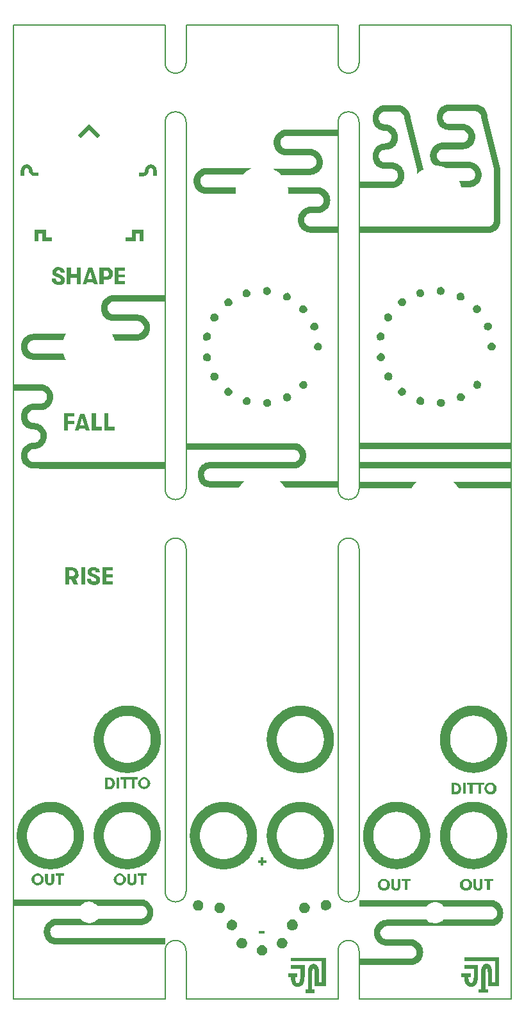
<source format=gbr>
G04 #@! TF.GenerationSoftware,KiCad,Pcbnew,(5.1.9-0-10_14)*
G04 #@! TF.CreationDate,2021-02-07T01:41:00-06:00*
G04 #@! TF.ProjectId,JNTUB_panels,4a4e5455-425f-4706-916e-656c732e6b69,rev?*
G04 #@! TF.SameCoordinates,Original*
G04 #@! TF.FileFunction,Copper,L1,Top*
G04 #@! TF.FilePolarity,Positive*
%FSLAX46Y46*%
G04 Gerber Fmt 4.6, Leading zero omitted, Abs format (unit mm)*
G04 Created by KiCad (PCBNEW (5.1.9-0-10_14)) date 2021-02-07 01:41:00*
%MOMM*%
%LPD*%
G01*
G04 APERTURE LIST*
G04 #@! TA.AperFunction,Profile*
%ADD10C,0.150000*%
G04 #@! TD*
G04 #@! TA.AperFunction,EtchedComponent*
%ADD11C,0.100000*%
G04 #@! TD*
G04 #@! TA.AperFunction,ViaPad*
%ADD12C,0.762000*%
G04 #@! TD*
G04 APERTURE END LIST*
D10*
X125603000Y-92710000D02*
G75*
G02*
X128397000Y-92710000I1397000J0D01*
G01*
X125603000Y-84836000D02*
X125603000Y-36449000D01*
X128397000Y-152146000D02*
X128397000Y-145796000D01*
X128397000Y-28575000D02*
G75*
G02*
X125603000Y-28575000I-1397000J0D01*
G01*
X128397000Y-137922000D02*
X128397000Y-92710000D01*
X128397000Y-137922000D02*
G75*
G02*
X125603000Y-137922000I-1397000J0D01*
G01*
X125603000Y-23622000D02*
X125603000Y-28575000D01*
X125603000Y-92710000D02*
X125603000Y-137922000D01*
X125603000Y-145796000D02*
X125603000Y-152146000D01*
X125603000Y-145796000D02*
G75*
G02*
X128397000Y-145796000I1397000J0D01*
G01*
X128397000Y-36449000D02*
X128397000Y-84836000D01*
X128397000Y-84836000D02*
G75*
G02*
X125603000Y-84836000I-1397000J0D01*
G01*
X125603000Y-36449000D02*
G75*
G02*
X128397000Y-36449000I1397000J0D01*
G01*
X128397000Y-23622000D02*
X128397000Y-28575000D01*
X105537000Y-36449000D02*
X105537000Y-84836000D01*
X102743000Y-84836000D02*
X102743000Y-36449000D01*
X102743000Y-92710000D02*
X102743000Y-137922000D01*
X105537000Y-137922000D02*
X105537000Y-92710000D01*
X105537000Y-152146000D02*
X105537000Y-145796000D01*
X102743000Y-145796000D02*
X102743000Y-152146000D01*
X102743000Y-145796000D02*
G75*
G02*
X105537000Y-145796000I1397000J0D01*
G01*
X105537000Y-137922000D02*
G75*
G02*
X102743000Y-137922000I-1397000J0D01*
G01*
X102743000Y-92710000D02*
G75*
G02*
X105537000Y-92710000I1397000J0D01*
G01*
X105537000Y-84836000D02*
G75*
G02*
X102743000Y-84836000I-1397000J0D01*
G01*
X102743000Y-36449000D02*
G75*
G02*
X105537000Y-36449000I1397000J0D01*
G01*
X105537000Y-23622000D02*
X105537000Y-28575000D01*
X102743000Y-23622000D02*
X102743000Y-28575000D01*
X105537000Y-28575000D02*
G75*
G02*
X102743000Y-28575000I-1397000J0D01*
G01*
X128397000Y-23622000D02*
X148463000Y-23622000D01*
X148463000Y-23622000D02*
X148463000Y-152146000D01*
X148463000Y-152146000D02*
X128397000Y-152146000D01*
X105537000Y-23622000D02*
X125603000Y-23622000D01*
X125603000Y-152146000D02*
X105537000Y-152146000D01*
X82677000Y-23622000D02*
X102743000Y-23622000D01*
X102743000Y-152146000D02*
X82677000Y-152146000D01*
X82677000Y-152146000D02*
X82677000Y-23622000D01*
D11*
G04 #@! TO.C,svg2mod*
G36*
X119367300Y-148140561D02*
G01*
X120637300Y-148140561D01*
X120637300Y-149093061D01*
X120633332Y-149246512D01*
X120621234Y-149398221D01*
X120600716Y-149543833D01*
X120571487Y-149678992D01*
X120533257Y-149799343D01*
X120485736Y-149900530D01*
X120428634Y-149978199D01*
X120361659Y-150027995D01*
X120284522Y-150045561D01*
X120208592Y-150028129D01*
X120140104Y-149978864D01*
X120079884Y-149902314D01*
X120028758Y-149803026D01*
X119987555Y-149685549D01*
X119957100Y-149554428D01*
X119938221Y-149414213D01*
X119931744Y-149269450D01*
X120249244Y-149269450D01*
X120249244Y-148775561D01*
X119014522Y-148775561D01*
X119014522Y-149269450D01*
X119367300Y-149269450D01*
X119379668Y-149444399D01*
X119401446Y-149606389D01*
X119432327Y-149755419D01*
X119472002Y-149891491D01*
X119520162Y-150014603D01*
X119576498Y-150124756D01*
X119640703Y-150221950D01*
X119712467Y-150306185D01*
X119791482Y-150377460D01*
X119877439Y-150435777D01*
X119970031Y-150481134D01*
X120068947Y-150513532D01*
X120173881Y-150532970D01*
X120284522Y-150539450D01*
X120394547Y-150533335D01*
X120498677Y-150514991D01*
X120596660Y-150484417D01*
X120688246Y-150441613D01*
X120773185Y-150386580D01*
X120851224Y-150319317D01*
X120922114Y-150239824D01*
X120985604Y-150148102D01*
X121041442Y-150044150D01*
X121089378Y-149927969D01*
X121129161Y-149799557D01*
X121160540Y-149658917D01*
X121183264Y-149506046D01*
X121197083Y-149340946D01*
X121201744Y-149163617D01*
X121201744Y-147646672D01*
X119367300Y-147646672D01*
X119367300Y-148140561D01*
G37*
G36*
X119367300Y-146658894D02*
G01*
X119367300Y-147152783D01*
X123459522Y-147152783D01*
X123459522Y-147576117D01*
X123459522Y-149939728D01*
X123106744Y-149939728D01*
X123106744Y-148740283D01*
X123101783Y-148553008D01*
X123087090Y-148381821D01*
X123062956Y-148226532D01*
X123029670Y-148086946D01*
X122987519Y-147962872D01*
X122936795Y-147854116D01*
X122877784Y-147760486D01*
X122810777Y-147681789D01*
X122736063Y-147617833D01*
X122653930Y-147568425D01*
X122564668Y-147533372D01*
X122468565Y-147512482D01*
X122365911Y-147505561D01*
X122263257Y-147512482D01*
X122167154Y-147533372D01*
X122077892Y-147568425D01*
X121995759Y-147617833D01*
X121921045Y-147681789D01*
X121854038Y-147760486D01*
X121795028Y-147854116D01*
X121744303Y-147962872D01*
X121702153Y-148086946D01*
X121668866Y-148226532D01*
X121644732Y-148381821D01*
X121630039Y-148553008D01*
X121625078Y-148740283D01*
X121625078Y-149904450D01*
X121625078Y-150433617D01*
X121625078Y-150856950D01*
X121307578Y-150856950D01*
X121307578Y-151350839D01*
X122542300Y-151350839D01*
X122542300Y-150856950D01*
X122189522Y-150856950D01*
X122189522Y-150433617D01*
X122189522Y-149904450D01*
X122189522Y-148987228D01*
X122191314Y-148816144D01*
X122197239Y-148650435D01*
X122208126Y-148495475D01*
X122224800Y-148356638D01*
X122248089Y-148239298D01*
X122278819Y-148148829D01*
X122317818Y-148090607D01*
X122365911Y-148070006D01*
X122414005Y-148092054D01*
X122453003Y-148153790D01*
X122483733Y-148248599D01*
X122507022Y-148369867D01*
X122523696Y-148510978D01*
X122534583Y-148665318D01*
X122540509Y-148826273D01*
X122542300Y-148987228D01*
X122542300Y-150468894D01*
X124023967Y-150468894D01*
X124023967Y-147611394D01*
X124023967Y-147188061D01*
X124023967Y-146764728D01*
X124023967Y-146694172D01*
X119367300Y-146694172D01*
X119367300Y-146658894D01*
G37*
G36*
X120637300Y-113427228D02*
G01*
X118394197Y-115715280D01*
X118480352Y-115629125D01*
X118569865Y-115546431D01*
X118662632Y-115467303D01*
X118758549Y-115391842D01*
X118857514Y-115320153D01*
X118959423Y-115252339D01*
X119064172Y-115188503D01*
X119171658Y-115128750D01*
X119281778Y-115073183D01*
X119394427Y-115021904D01*
X119509503Y-114975018D01*
X119626902Y-114932628D01*
X119746520Y-114894838D01*
X119868254Y-114861750D01*
X119992001Y-114833469D01*
X120117656Y-114810098D01*
X120245118Y-114791741D01*
X120374281Y-114778500D01*
X120505043Y-114770480D01*
X120637300Y-114767783D01*
X120769557Y-114770480D01*
X120900319Y-114778500D01*
X121029482Y-114791741D01*
X121156944Y-114810098D01*
X121282599Y-114833469D01*
X121406346Y-114861750D01*
X121528080Y-114894838D01*
X121647698Y-114932628D01*
X121765097Y-114975018D01*
X121880173Y-115021904D01*
X121992822Y-115073183D01*
X122102942Y-115128750D01*
X122210428Y-115188503D01*
X122315177Y-115252339D01*
X122417086Y-115320153D01*
X122516051Y-115391842D01*
X122611968Y-115467303D01*
X122704735Y-115546431D01*
X122794248Y-115629125D01*
X122880403Y-115715280D01*
X122963096Y-115804793D01*
X123042225Y-115897560D01*
X123117686Y-115993477D01*
X123189375Y-116092442D01*
X123257189Y-116194351D01*
X123321024Y-116299100D01*
X123380777Y-116406586D01*
X123436345Y-116516706D01*
X123487624Y-116629355D01*
X123534510Y-116744431D01*
X123576900Y-116861829D01*
X123614690Y-116981448D01*
X123647777Y-117103182D01*
X123676058Y-117226929D01*
X123699429Y-117352584D01*
X123717787Y-117480046D01*
X123731028Y-117609209D01*
X123739048Y-117739971D01*
X123741744Y-117872228D01*
X123739048Y-118004485D01*
X123731028Y-118135247D01*
X123717787Y-118264410D01*
X123699429Y-118391871D01*
X123676058Y-118517527D01*
X123647777Y-118641274D01*
X123614690Y-118763008D01*
X123576900Y-118882626D01*
X123534510Y-119000025D01*
X123487624Y-119115101D01*
X123436345Y-119227750D01*
X123380777Y-119337869D01*
X123321024Y-119445355D01*
X123257189Y-119550105D01*
X123189375Y-119652013D01*
X123117686Y-119750978D01*
X123042225Y-119846896D01*
X122963096Y-119939663D01*
X122880403Y-120029176D01*
X122794248Y-120115330D01*
X122704735Y-120198024D01*
X122611968Y-120277153D01*
X122516051Y-120352614D01*
X122417086Y-120424303D01*
X122315177Y-120492117D01*
X122210428Y-120555952D01*
X122102942Y-120615705D01*
X121992822Y-120671273D01*
X121880173Y-120722551D01*
X121765097Y-120769437D01*
X121647698Y-120811827D01*
X121528080Y-120849618D01*
X121406346Y-120882705D01*
X121282599Y-120910986D01*
X121156944Y-120934357D01*
X121029482Y-120952715D01*
X120900319Y-120965955D01*
X120769557Y-120973976D01*
X120637300Y-120976672D01*
X120505043Y-120973976D01*
X120374281Y-120965955D01*
X120245118Y-120952715D01*
X120117656Y-120934357D01*
X119992001Y-120910986D01*
X119868254Y-120882705D01*
X119746520Y-120849618D01*
X119626902Y-120811827D01*
X119509503Y-120769437D01*
X119394427Y-120722551D01*
X119281778Y-120671273D01*
X119171658Y-120615705D01*
X119064172Y-120555952D01*
X118959423Y-120492117D01*
X118857514Y-120424303D01*
X118758549Y-120352614D01*
X118662632Y-120277153D01*
X118569865Y-120198024D01*
X118480352Y-120115330D01*
X118394197Y-120029176D01*
X118311504Y-119939663D01*
X118232375Y-119846896D01*
X118156914Y-119750978D01*
X118085225Y-119652013D01*
X118017411Y-119550105D01*
X117953576Y-119445355D01*
X117893823Y-119337869D01*
X117838255Y-119227750D01*
X117786976Y-119115101D01*
X117740090Y-119000025D01*
X117697700Y-118882626D01*
X117659910Y-118763008D01*
X117626823Y-118641274D01*
X117598542Y-118517527D01*
X117575171Y-118391871D01*
X117556813Y-118264410D01*
X117543572Y-118135247D01*
X117535552Y-118004485D01*
X117532856Y-117872228D01*
X117535552Y-117739971D01*
X117543572Y-117609209D01*
X117556813Y-117480046D01*
X117575171Y-117352584D01*
X117598542Y-117226929D01*
X117626823Y-117103182D01*
X117659910Y-116981448D01*
X117697700Y-116861829D01*
X117740090Y-116744431D01*
X117786976Y-116629355D01*
X117838255Y-116516706D01*
X117893823Y-116406586D01*
X117953576Y-116299100D01*
X118017411Y-116194351D01*
X118085225Y-116092442D01*
X118156914Y-115993477D01*
X118232375Y-115897560D01*
X118311504Y-115804793D01*
X118394197Y-115715280D01*
X120637300Y-113427228D01*
X120504957Y-113429178D01*
X120373510Y-113434993D01*
X120243018Y-113444620D01*
X120113537Y-113458005D01*
X119985125Y-113475095D01*
X119857839Y-113495836D01*
X119731736Y-113520175D01*
X119606873Y-113548059D01*
X119483308Y-113579433D01*
X119361098Y-113614245D01*
X119240300Y-113652441D01*
X119120972Y-113693968D01*
X119003170Y-113738772D01*
X118886952Y-113786800D01*
X118772375Y-113837998D01*
X118659497Y-113892313D01*
X118548374Y-113949692D01*
X118439065Y-114010080D01*
X118331625Y-114073426D01*
X118226113Y-114139675D01*
X118122585Y-114208773D01*
X118021100Y-114280668D01*
X117921714Y-114355305D01*
X117824484Y-114432633D01*
X117729468Y-114512596D01*
X117636722Y-114595142D01*
X117546305Y-114680217D01*
X117458273Y-114767768D01*
X117372684Y-114857741D01*
X117289595Y-114950083D01*
X117209063Y-115044740D01*
X117131146Y-115141660D01*
X117055900Y-115240788D01*
X116983383Y-115342071D01*
X116913652Y-115445456D01*
X116846765Y-115550889D01*
X116782778Y-115658317D01*
X116721750Y-115767687D01*
X116663736Y-115878944D01*
X116608795Y-115992036D01*
X116556984Y-116106909D01*
X116508359Y-116223510D01*
X116462979Y-116341785D01*
X116420900Y-116461681D01*
X116382180Y-116583144D01*
X116346876Y-116706122D01*
X116315044Y-116830559D01*
X116286744Y-116956404D01*
X116262031Y-117083603D01*
X116240963Y-117212101D01*
X116223597Y-117341847D01*
X116209990Y-117472786D01*
X116200201Y-117604864D01*
X116194285Y-117738030D01*
X116192300Y-117872228D01*
X116194250Y-118006426D01*
X116200066Y-118139591D01*
X116209693Y-118271670D01*
X116223078Y-118402609D01*
X116240168Y-118532354D01*
X116260909Y-118660853D01*
X116285248Y-118788051D01*
X116313131Y-118913896D01*
X116344505Y-119038334D01*
X116379317Y-119161311D01*
X116417513Y-119282774D01*
X116459040Y-119402670D01*
X116503844Y-119520945D01*
X116551872Y-119637546D01*
X116603070Y-119752419D01*
X116657385Y-119865511D01*
X116714764Y-119976769D01*
X116775153Y-120086138D01*
X116838498Y-120193566D01*
X116904747Y-120299000D01*
X116973845Y-120402385D01*
X117045740Y-120503668D01*
X117120378Y-120602796D01*
X117197705Y-120699715D01*
X117277668Y-120794373D01*
X117360214Y-120886715D01*
X117445289Y-120976688D01*
X117532840Y-121064239D01*
X117622813Y-121149314D01*
X117715155Y-121231860D01*
X117809812Y-121311823D01*
X117906732Y-121389150D01*
X118005860Y-121463788D01*
X118107143Y-121535683D01*
X118210528Y-121604781D01*
X118315961Y-121671030D01*
X118423389Y-121734375D01*
X118532759Y-121794764D01*
X118644016Y-121852143D01*
X118757108Y-121906458D01*
X118871982Y-121957656D01*
X118988582Y-122005684D01*
X119106857Y-122050488D01*
X119226753Y-122092014D01*
X119348217Y-122130210D01*
X119471194Y-122165022D01*
X119595632Y-122196397D01*
X119721476Y-122224280D01*
X119848675Y-122248619D01*
X119977174Y-122269360D01*
X120106919Y-122286450D01*
X120237858Y-122299835D01*
X120369937Y-122309462D01*
X120503102Y-122315277D01*
X120637300Y-122317228D01*
X120769643Y-122315277D01*
X120901090Y-122309462D01*
X121031582Y-122299835D01*
X121161063Y-122286450D01*
X121289475Y-122269360D01*
X121416761Y-122248619D01*
X121542864Y-122224280D01*
X121667727Y-122196397D01*
X121791292Y-122165022D01*
X121913502Y-122130210D01*
X122034300Y-122092014D01*
X122153628Y-122050488D01*
X122271430Y-122005684D01*
X122387648Y-121957656D01*
X122502225Y-121906458D01*
X122615103Y-121852143D01*
X122726226Y-121794764D01*
X122835535Y-121734375D01*
X122942975Y-121671030D01*
X123048487Y-121604781D01*
X123152015Y-121535683D01*
X123253500Y-121463788D01*
X123352886Y-121389150D01*
X123450116Y-121311823D01*
X123545132Y-121231860D01*
X123637878Y-121149314D01*
X123728295Y-121064239D01*
X123816327Y-120976688D01*
X123901916Y-120886715D01*
X123985005Y-120794373D01*
X124065537Y-120699715D01*
X124143454Y-120602796D01*
X124218700Y-120503668D01*
X124291217Y-120402385D01*
X124360948Y-120299000D01*
X124427835Y-120193566D01*
X124491822Y-120086138D01*
X124552850Y-119976769D01*
X124610864Y-119865511D01*
X124665805Y-119752419D01*
X124717616Y-119637546D01*
X124766241Y-119520945D01*
X124811621Y-119402670D01*
X124853700Y-119282774D01*
X124892420Y-119161311D01*
X124927724Y-119038334D01*
X124959556Y-118913896D01*
X124987856Y-118788051D01*
X125012569Y-118660853D01*
X125033637Y-118532354D01*
X125051003Y-118402609D01*
X125064610Y-118271670D01*
X125074399Y-118139591D01*
X125080315Y-118006426D01*
X125082300Y-117872228D01*
X125080350Y-117738030D01*
X125074534Y-117604864D01*
X125064907Y-117472786D01*
X125051522Y-117341847D01*
X125034432Y-117212101D01*
X125013691Y-117083603D01*
X124989352Y-116956404D01*
X124961469Y-116830559D01*
X124930095Y-116706122D01*
X124895283Y-116583144D01*
X124857087Y-116461681D01*
X124815560Y-116341785D01*
X124770756Y-116223510D01*
X124722728Y-116106909D01*
X124671530Y-115992036D01*
X124617215Y-115878944D01*
X124559836Y-115767687D01*
X124499447Y-115658317D01*
X124436102Y-115550889D01*
X124369853Y-115445456D01*
X124300755Y-115342071D01*
X124228860Y-115240788D01*
X124154222Y-115141660D01*
X124076895Y-115044740D01*
X123996932Y-114950083D01*
X123914386Y-114857741D01*
X123829311Y-114767768D01*
X123741760Y-114680217D01*
X123651787Y-114595142D01*
X123559445Y-114512596D01*
X123464788Y-114432633D01*
X123367868Y-114355305D01*
X123268740Y-114280668D01*
X123167457Y-114208773D01*
X123064072Y-114139675D01*
X122958639Y-114073426D01*
X122851211Y-114010080D01*
X122741841Y-113949692D01*
X122630584Y-113892313D01*
X122517492Y-113837998D01*
X122402618Y-113786800D01*
X122286018Y-113738772D01*
X122167743Y-113693968D01*
X122047847Y-113652441D01*
X121926383Y-113614245D01*
X121803406Y-113579433D01*
X121678968Y-113548059D01*
X121553124Y-113520175D01*
X121425925Y-113495836D01*
X121297426Y-113475095D01*
X121167681Y-113458005D01*
X121036742Y-113444620D01*
X120904663Y-113434993D01*
X120771498Y-113429178D01*
X120637300Y-113427228D01*
G37*
G36*
X120637300Y-126127228D02*
G01*
X118394197Y-128415280D01*
X118480352Y-128329125D01*
X118569865Y-128246431D01*
X118662632Y-128167303D01*
X118758549Y-128091842D01*
X118857514Y-128020153D01*
X118959423Y-127952339D01*
X119064172Y-127888503D01*
X119171658Y-127828750D01*
X119281778Y-127773183D01*
X119394427Y-127721904D01*
X119509503Y-127675018D01*
X119626902Y-127632628D01*
X119746520Y-127594838D01*
X119868254Y-127561750D01*
X119992001Y-127533469D01*
X120117656Y-127510098D01*
X120245118Y-127491741D01*
X120374281Y-127478500D01*
X120505043Y-127470480D01*
X120637300Y-127467783D01*
X120769557Y-127470480D01*
X120900319Y-127478500D01*
X121029482Y-127491741D01*
X121156944Y-127510098D01*
X121282599Y-127533469D01*
X121406346Y-127561750D01*
X121528080Y-127594838D01*
X121647698Y-127632628D01*
X121765097Y-127675018D01*
X121880173Y-127721904D01*
X121992822Y-127773183D01*
X122102942Y-127828750D01*
X122210428Y-127888503D01*
X122315177Y-127952339D01*
X122417086Y-128020153D01*
X122516051Y-128091842D01*
X122611968Y-128167303D01*
X122704735Y-128246431D01*
X122794248Y-128329125D01*
X122880403Y-128415280D01*
X122963096Y-128504793D01*
X123042225Y-128597560D01*
X123117686Y-128693477D01*
X123189375Y-128792442D01*
X123257189Y-128894351D01*
X123321024Y-128999100D01*
X123380777Y-129106586D01*
X123436345Y-129216706D01*
X123487624Y-129329355D01*
X123534510Y-129444431D01*
X123576900Y-129561829D01*
X123614690Y-129681448D01*
X123647777Y-129803182D01*
X123676058Y-129926929D01*
X123699429Y-130052584D01*
X123717787Y-130180046D01*
X123731028Y-130309209D01*
X123739048Y-130439971D01*
X123741744Y-130572228D01*
X123739048Y-130704485D01*
X123731028Y-130835247D01*
X123717787Y-130964410D01*
X123699429Y-131091871D01*
X123676058Y-131217527D01*
X123647777Y-131341274D01*
X123614690Y-131463008D01*
X123576900Y-131582626D01*
X123534510Y-131700025D01*
X123487624Y-131815101D01*
X123436345Y-131927750D01*
X123380777Y-132037869D01*
X123321024Y-132145355D01*
X123257189Y-132250105D01*
X123189375Y-132352013D01*
X123117686Y-132450978D01*
X123042225Y-132546896D01*
X122963096Y-132639663D01*
X122880403Y-132729176D01*
X122794248Y-132815330D01*
X122704735Y-132898024D01*
X122611968Y-132977153D01*
X122516051Y-133052614D01*
X122417086Y-133124303D01*
X122315177Y-133192117D01*
X122210428Y-133255952D01*
X122102942Y-133315705D01*
X121992822Y-133371273D01*
X121880173Y-133422551D01*
X121765097Y-133469437D01*
X121647698Y-133511827D01*
X121528080Y-133549618D01*
X121406346Y-133582705D01*
X121282599Y-133610986D01*
X121156944Y-133634357D01*
X121029482Y-133652715D01*
X120900319Y-133665955D01*
X120769557Y-133673976D01*
X120637300Y-133676672D01*
X120505043Y-133673976D01*
X120374281Y-133665955D01*
X120245118Y-133652715D01*
X120117656Y-133634357D01*
X119992001Y-133610986D01*
X119868254Y-133582705D01*
X119746520Y-133549618D01*
X119626902Y-133511827D01*
X119509503Y-133469437D01*
X119394427Y-133422551D01*
X119281778Y-133371273D01*
X119171658Y-133315705D01*
X119064172Y-133255952D01*
X118959423Y-133192117D01*
X118857514Y-133124303D01*
X118758549Y-133052614D01*
X118662632Y-132977153D01*
X118569865Y-132898024D01*
X118480352Y-132815330D01*
X118394197Y-132729176D01*
X118311504Y-132639663D01*
X118232375Y-132546896D01*
X118156914Y-132450978D01*
X118085225Y-132352013D01*
X118017411Y-132250105D01*
X117953576Y-132145355D01*
X117893823Y-132037869D01*
X117838255Y-131927750D01*
X117786976Y-131815101D01*
X117740090Y-131700025D01*
X117697700Y-131582626D01*
X117659910Y-131463008D01*
X117626823Y-131341274D01*
X117598542Y-131217527D01*
X117575171Y-131091871D01*
X117556813Y-130964410D01*
X117543572Y-130835247D01*
X117535552Y-130704485D01*
X117532856Y-130572228D01*
X117535552Y-130439971D01*
X117543572Y-130309209D01*
X117556813Y-130180046D01*
X117575171Y-130052584D01*
X117598542Y-129926929D01*
X117626823Y-129803182D01*
X117659910Y-129681448D01*
X117697700Y-129561829D01*
X117740090Y-129444431D01*
X117786976Y-129329355D01*
X117838255Y-129216706D01*
X117893823Y-129106586D01*
X117953576Y-128999100D01*
X118017411Y-128894351D01*
X118085225Y-128792442D01*
X118156914Y-128693477D01*
X118232375Y-128597560D01*
X118311504Y-128504793D01*
X118394197Y-128415280D01*
X120637300Y-126127228D01*
X120504957Y-126129178D01*
X120373510Y-126134993D01*
X120243018Y-126144620D01*
X120113537Y-126158005D01*
X119985125Y-126175095D01*
X119857839Y-126195836D01*
X119731736Y-126220175D01*
X119606873Y-126248059D01*
X119483308Y-126279433D01*
X119361098Y-126314245D01*
X119240300Y-126352441D01*
X119120972Y-126393968D01*
X119003170Y-126438772D01*
X118886952Y-126486800D01*
X118772375Y-126537998D01*
X118659497Y-126592313D01*
X118548374Y-126649692D01*
X118439065Y-126710080D01*
X118331625Y-126773426D01*
X118226113Y-126839675D01*
X118122585Y-126908773D01*
X118021100Y-126980668D01*
X117921714Y-127055305D01*
X117824484Y-127132633D01*
X117729468Y-127212596D01*
X117636722Y-127295142D01*
X117546305Y-127380217D01*
X117458273Y-127467768D01*
X117372684Y-127557741D01*
X117289595Y-127650083D01*
X117209063Y-127744740D01*
X117131146Y-127841660D01*
X117055900Y-127940788D01*
X116983383Y-128042071D01*
X116913652Y-128145456D01*
X116846765Y-128250889D01*
X116782778Y-128358317D01*
X116721750Y-128467687D01*
X116663736Y-128578944D01*
X116608795Y-128692036D01*
X116556984Y-128806909D01*
X116508359Y-128923510D01*
X116462979Y-129041785D01*
X116420900Y-129161681D01*
X116382180Y-129283144D01*
X116346876Y-129406122D01*
X116315044Y-129530559D01*
X116286744Y-129656404D01*
X116262031Y-129783603D01*
X116240963Y-129912101D01*
X116223597Y-130041847D01*
X116209990Y-130172786D01*
X116200201Y-130304864D01*
X116194285Y-130438030D01*
X116192300Y-130572228D01*
X116194250Y-130706426D01*
X116200066Y-130839591D01*
X116209693Y-130971670D01*
X116223078Y-131102609D01*
X116240168Y-131232354D01*
X116260909Y-131360853D01*
X116285248Y-131488051D01*
X116313131Y-131613896D01*
X116344505Y-131738334D01*
X116379317Y-131861311D01*
X116417513Y-131982774D01*
X116459040Y-132102670D01*
X116503844Y-132220945D01*
X116551872Y-132337546D01*
X116603070Y-132452419D01*
X116657385Y-132565511D01*
X116714764Y-132676769D01*
X116775153Y-132786138D01*
X116838498Y-132893566D01*
X116904747Y-132999000D01*
X116973845Y-133102385D01*
X117045740Y-133203668D01*
X117120378Y-133302796D01*
X117197705Y-133399715D01*
X117277668Y-133494373D01*
X117360214Y-133586715D01*
X117445289Y-133676688D01*
X117532840Y-133764239D01*
X117622813Y-133849314D01*
X117715155Y-133931860D01*
X117809812Y-134011823D01*
X117906732Y-134089150D01*
X118005860Y-134163788D01*
X118107143Y-134235683D01*
X118210528Y-134304781D01*
X118315961Y-134371030D01*
X118423389Y-134434375D01*
X118532759Y-134494764D01*
X118644016Y-134552143D01*
X118757108Y-134606458D01*
X118871982Y-134657656D01*
X118988582Y-134705684D01*
X119106857Y-134750488D01*
X119226753Y-134792014D01*
X119348217Y-134830210D01*
X119471194Y-134865022D01*
X119595632Y-134896397D01*
X119721476Y-134924280D01*
X119848675Y-134948619D01*
X119977174Y-134969360D01*
X120106919Y-134986450D01*
X120237858Y-134999835D01*
X120369937Y-135009462D01*
X120503102Y-135015277D01*
X120637300Y-135017228D01*
X120769643Y-135015277D01*
X120901090Y-135009462D01*
X121031582Y-134999835D01*
X121161063Y-134986450D01*
X121289475Y-134969360D01*
X121416761Y-134948619D01*
X121542864Y-134924280D01*
X121667727Y-134896397D01*
X121791292Y-134865022D01*
X121913502Y-134830210D01*
X122034300Y-134792014D01*
X122153628Y-134750488D01*
X122271430Y-134705684D01*
X122387648Y-134657656D01*
X122502225Y-134606458D01*
X122615103Y-134552143D01*
X122726226Y-134494764D01*
X122835535Y-134434375D01*
X122942975Y-134371030D01*
X123048487Y-134304781D01*
X123152015Y-134235683D01*
X123253500Y-134163788D01*
X123352886Y-134089150D01*
X123450116Y-134011823D01*
X123545132Y-133931860D01*
X123637878Y-133849314D01*
X123728295Y-133764239D01*
X123816327Y-133676688D01*
X123901916Y-133586715D01*
X123985005Y-133494373D01*
X124065537Y-133399715D01*
X124143454Y-133302796D01*
X124218700Y-133203668D01*
X124291217Y-133102385D01*
X124360948Y-132999000D01*
X124427835Y-132893566D01*
X124491822Y-132786138D01*
X124552850Y-132676769D01*
X124610864Y-132565511D01*
X124665805Y-132452419D01*
X124717616Y-132337546D01*
X124766241Y-132220945D01*
X124811621Y-132102670D01*
X124853700Y-131982774D01*
X124892420Y-131861311D01*
X124927724Y-131738334D01*
X124959556Y-131613896D01*
X124987856Y-131488051D01*
X125012569Y-131360853D01*
X125033637Y-131232354D01*
X125051003Y-131102609D01*
X125064610Y-130971670D01*
X125074399Y-130839591D01*
X125080315Y-130706426D01*
X125082300Y-130572228D01*
X125080350Y-130438030D01*
X125074534Y-130304864D01*
X125064907Y-130172786D01*
X125051522Y-130041847D01*
X125034432Y-129912101D01*
X125013691Y-129783603D01*
X124989352Y-129656404D01*
X124961469Y-129530559D01*
X124930095Y-129406122D01*
X124895283Y-129283144D01*
X124857087Y-129161681D01*
X124815560Y-129041785D01*
X124770756Y-128923510D01*
X124722728Y-128806909D01*
X124671530Y-128692036D01*
X124617215Y-128578944D01*
X124559836Y-128467687D01*
X124499447Y-128358317D01*
X124436102Y-128250889D01*
X124369853Y-128145456D01*
X124300755Y-128042071D01*
X124228860Y-127940788D01*
X124154222Y-127841660D01*
X124076895Y-127744740D01*
X123996932Y-127650083D01*
X123914386Y-127557741D01*
X123829311Y-127467768D01*
X123741760Y-127380217D01*
X123651787Y-127295142D01*
X123559445Y-127212596D01*
X123464788Y-127132633D01*
X123367868Y-127055305D01*
X123268740Y-126980668D01*
X123167457Y-126908773D01*
X123064072Y-126839675D01*
X122958639Y-126773426D01*
X122851211Y-126710080D01*
X122741841Y-126649692D01*
X122630584Y-126592313D01*
X122517492Y-126537998D01*
X122402618Y-126486800D01*
X122286018Y-126438772D01*
X122167743Y-126393968D01*
X122047847Y-126352441D01*
X121926383Y-126314245D01*
X121803406Y-126279433D01*
X121678968Y-126248059D01*
X121553124Y-126220175D01*
X121425925Y-126195836D01*
X121297426Y-126175095D01*
X121167681Y-126158005D01*
X121036742Y-126144620D01*
X120904663Y-126134993D01*
X120771498Y-126129178D01*
X120637300Y-126127228D01*
G37*
G36*
X110477300Y-126127228D02*
G01*
X108234197Y-128415280D01*
X108320352Y-128329125D01*
X108409865Y-128246431D01*
X108502632Y-128167303D01*
X108598549Y-128091842D01*
X108697514Y-128020153D01*
X108799423Y-127952339D01*
X108904172Y-127888503D01*
X109011658Y-127828750D01*
X109121778Y-127773183D01*
X109234427Y-127721904D01*
X109349503Y-127675018D01*
X109466902Y-127632628D01*
X109586520Y-127594838D01*
X109708254Y-127561750D01*
X109832001Y-127533469D01*
X109957656Y-127510098D01*
X110085118Y-127491741D01*
X110214281Y-127478500D01*
X110345043Y-127470480D01*
X110477300Y-127467783D01*
X110609557Y-127470480D01*
X110740319Y-127478500D01*
X110869482Y-127491741D01*
X110996944Y-127510098D01*
X111122599Y-127533469D01*
X111246346Y-127561750D01*
X111368080Y-127594838D01*
X111487698Y-127632628D01*
X111605097Y-127675018D01*
X111720173Y-127721904D01*
X111832822Y-127773183D01*
X111942942Y-127828750D01*
X112050428Y-127888503D01*
X112155177Y-127952339D01*
X112257086Y-128020153D01*
X112356051Y-128091842D01*
X112451968Y-128167303D01*
X112544735Y-128246431D01*
X112634248Y-128329125D01*
X112720403Y-128415280D01*
X112803096Y-128504793D01*
X112882225Y-128597560D01*
X112957686Y-128693477D01*
X113029375Y-128792442D01*
X113097189Y-128894351D01*
X113161024Y-128999100D01*
X113220777Y-129106586D01*
X113276345Y-129216706D01*
X113327624Y-129329355D01*
X113374510Y-129444431D01*
X113416900Y-129561829D01*
X113454690Y-129681448D01*
X113487777Y-129803182D01*
X113516058Y-129926929D01*
X113539429Y-130052584D01*
X113557787Y-130180046D01*
X113571028Y-130309209D01*
X113579048Y-130439971D01*
X113581744Y-130572228D01*
X113579048Y-130704485D01*
X113571028Y-130835247D01*
X113557787Y-130964410D01*
X113539429Y-131091871D01*
X113516058Y-131217527D01*
X113487777Y-131341274D01*
X113454690Y-131463008D01*
X113416900Y-131582626D01*
X113374510Y-131700025D01*
X113327624Y-131815101D01*
X113276345Y-131927750D01*
X113220777Y-132037869D01*
X113161024Y-132145355D01*
X113097189Y-132250105D01*
X113029375Y-132352013D01*
X112957686Y-132450978D01*
X112882225Y-132546896D01*
X112803096Y-132639663D01*
X112720403Y-132729176D01*
X112634248Y-132815330D01*
X112544735Y-132898024D01*
X112451968Y-132977153D01*
X112356051Y-133052614D01*
X112257086Y-133124303D01*
X112155177Y-133192117D01*
X112050428Y-133255952D01*
X111942942Y-133315705D01*
X111832822Y-133371273D01*
X111720173Y-133422551D01*
X111605097Y-133469437D01*
X111487698Y-133511827D01*
X111368080Y-133549618D01*
X111246346Y-133582705D01*
X111122599Y-133610986D01*
X110996944Y-133634357D01*
X110869482Y-133652715D01*
X110740319Y-133665955D01*
X110609557Y-133673976D01*
X110477300Y-133676672D01*
X110345043Y-133673976D01*
X110214281Y-133665955D01*
X110085118Y-133652715D01*
X109957656Y-133634357D01*
X109832001Y-133610986D01*
X109708254Y-133582705D01*
X109586520Y-133549618D01*
X109466902Y-133511827D01*
X109349503Y-133469437D01*
X109234427Y-133422551D01*
X109121778Y-133371273D01*
X109011658Y-133315705D01*
X108904172Y-133255952D01*
X108799423Y-133192117D01*
X108697514Y-133124303D01*
X108598549Y-133052614D01*
X108502632Y-132977153D01*
X108409865Y-132898024D01*
X108320352Y-132815330D01*
X108234197Y-132729176D01*
X108151504Y-132639663D01*
X108072375Y-132546896D01*
X107996914Y-132450978D01*
X107925225Y-132352013D01*
X107857411Y-132250105D01*
X107793576Y-132145355D01*
X107733823Y-132037869D01*
X107678255Y-131927750D01*
X107626976Y-131815101D01*
X107580090Y-131700025D01*
X107537700Y-131582626D01*
X107499910Y-131463008D01*
X107466823Y-131341274D01*
X107438542Y-131217527D01*
X107415171Y-131091871D01*
X107396813Y-130964410D01*
X107383572Y-130835247D01*
X107375552Y-130704485D01*
X107372856Y-130572228D01*
X107375552Y-130439971D01*
X107383572Y-130309209D01*
X107396813Y-130180046D01*
X107415171Y-130052584D01*
X107438542Y-129926929D01*
X107466823Y-129803182D01*
X107499910Y-129681448D01*
X107537700Y-129561829D01*
X107580090Y-129444431D01*
X107626976Y-129329355D01*
X107678255Y-129216706D01*
X107733823Y-129106586D01*
X107793576Y-128999100D01*
X107857411Y-128894351D01*
X107925225Y-128792442D01*
X107996914Y-128693477D01*
X108072375Y-128597560D01*
X108151504Y-128504793D01*
X108234197Y-128415280D01*
X110477300Y-126127228D01*
X110344957Y-126129178D01*
X110213510Y-126134993D01*
X110083018Y-126144620D01*
X109953537Y-126158005D01*
X109825125Y-126175095D01*
X109697839Y-126195836D01*
X109571736Y-126220175D01*
X109446873Y-126248059D01*
X109323308Y-126279433D01*
X109201098Y-126314245D01*
X109080300Y-126352441D01*
X108960972Y-126393968D01*
X108843170Y-126438772D01*
X108726952Y-126486800D01*
X108612375Y-126537998D01*
X108499497Y-126592313D01*
X108388374Y-126649692D01*
X108279065Y-126710080D01*
X108171625Y-126773426D01*
X108066113Y-126839675D01*
X107962585Y-126908773D01*
X107861100Y-126980668D01*
X107761714Y-127055305D01*
X107664484Y-127132633D01*
X107569468Y-127212596D01*
X107476722Y-127295142D01*
X107386305Y-127380217D01*
X107298273Y-127467768D01*
X107212684Y-127557741D01*
X107129595Y-127650083D01*
X107049063Y-127744740D01*
X106971146Y-127841660D01*
X106895900Y-127940788D01*
X106823383Y-128042071D01*
X106753652Y-128145456D01*
X106686765Y-128250889D01*
X106622778Y-128358317D01*
X106561750Y-128467687D01*
X106503736Y-128578944D01*
X106448795Y-128692036D01*
X106396984Y-128806909D01*
X106348359Y-128923510D01*
X106302979Y-129041785D01*
X106260900Y-129161681D01*
X106222180Y-129283144D01*
X106186876Y-129406122D01*
X106155044Y-129530559D01*
X106126744Y-129656404D01*
X106102031Y-129783603D01*
X106080963Y-129912101D01*
X106063597Y-130041847D01*
X106049990Y-130172786D01*
X106040201Y-130304864D01*
X106034285Y-130438030D01*
X106032300Y-130572228D01*
X106034250Y-130706426D01*
X106040066Y-130839591D01*
X106049693Y-130971670D01*
X106063078Y-131102609D01*
X106080168Y-131232354D01*
X106100909Y-131360853D01*
X106125248Y-131488051D01*
X106153131Y-131613896D01*
X106184505Y-131738334D01*
X106219317Y-131861311D01*
X106257513Y-131982774D01*
X106299040Y-132102670D01*
X106343844Y-132220945D01*
X106391872Y-132337546D01*
X106443070Y-132452419D01*
X106497385Y-132565511D01*
X106554764Y-132676769D01*
X106615153Y-132786138D01*
X106678498Y-132893566D01*
X106744747Y-132999000D01*
X106813845Y-133102385D01*
X106885740Y-133203668D01*
X106960378Y-133302796D01*
X107037705Y-133399715D01*
X107117668Y-133494373D01*
X107200214Y-133586715D01*
X107285289Y-133676688D01*
X107372840Y-133764239D01*
X107462813Y-133849314D01*
X107555155Y-133931860D01*
X107649812Y-134011823D01*
X107746732Y-134089150D01*
X107845860Y-134163788D01*
X107947143Y-134235683D01*
X108050528Y-134304781D01*
X108155961Y-134371030D01*
X108263389Y-134434375D01*
X108372759Y-134494764D01*
X108484016Y-134552143D01*
X108597108Y-134606458D01*
X108711982Y-134657656D01*
X108828582Y-134705684D01*
X108946857Y-134750488D01*
X109066753Y-134792014D01*
X109188217Y-134830210D01*
X109311194Y-134865022D01*
X109435632Y-134896397D01*
X109561476Y-134924280D01*
X109688675Y-134948619D01*
X109817174Y-134969360D01*
X109946919Y-134986450D01*
X110077858Y-134999835D01*
X110209937Y-135009462D01*
X110343102Y-135015277D01*
X110477300Y-135017228D01*
X110611498Y-135015277D01*
X110744663Y-135009462D01*
X110876742Y-134999835D01*
X111007681Y-134986450D01*
X111137426Y-134969360D01*
X111265925Y-134948619D01*
X111393124Y-134924280D01*
X111518968Y-134896397D01*
X111643406Y-134865022D01*
X111766383Y-134830210D01*
X111887847Y-134792014D01*
X112007743Y-134750488D01*
X112126018Y-134705684D01*
X112242618Y-134657656D01*
X112357492Y-134606458D01*
X112470584Y-134552143D01*
X112581841Y-134494764D01*
X112691211Y-134434375D01*
X112798639Y-134371030D01*
X112904072Y-134304781D01*
X113007457Y-134235683D01*
X113108740Y-134163788D01*
X113207868Y-134089150D01*
X113304788Y-134011823D01*
X113399445Y-133931860D01*
X113491787Y-133849314D01*
X113581760Y-133764239D01*
X113669311Y-133676688D01*
X113754386Y-133586715D01*
X113836932Y-133494373D01*
X113916895Y-133399715D01*
X113994222Y-133302796D01*
X114068860Y-133203668D01*
X114140755Y-133102385D01*
X114209853Y-132999000D01*
X114276102Y-132893566D01*
X114339447Y-132786138D01*
X114399836Y-132676769D01*
X114457215Y-132565511D01*
X114511530Y-132452419D01*
X114562728Y-132337546D01*
X114610756Y-132220945D01*
X114655560Y-132102670D01*
X114697087Y-131982774D01*
X114735283Y-131861311D01*
X114770095Y-131738334D01*
X114801469Y-131613896D01*
X114829352Y-131488051D01*
X114853691Y-131360853D01*
X114874432Y-131232354D01*
X114891522Y-131102609D01*
X114904907Y-130971670D01*
X114914534Y-130839591D01*
X114920350Y-130706426D01*
X114922300Y-130572228D01*
X114920350Y-130438030D01*
X114914534Y-130304864D01*
X114904907Y-130172786D01*
X114891522Y-130041847D01*
X114874432Y-129912101D01*
X114853691Y-129783603D01*
X114829352Y-129656404D01*
X114801469Y-129530559D01*
X114770095Y-129406122D01*
X114735283Y-129283144D01*
X114697087Y-129161681D01*
X114655560Y-129041785D01*
X114610756Y-128923510D01*
X114562728Y-128806909D01*
X114511530Y-128692036D01*
X114457215Y-128578944D01*
X114399836Y-128467687D01*
X114339447Y-128358317D01*
X114276102Y-128250889D01*
X114209853Y-128145456D01*
X114140755Y-128042071D01*
X114068860Y-127940788D01*
X113994222Y-127841660D01*
X113916895Y-127744740D01*
X113836932Y-127650083D01*
X113754386Y-127557741D01*
X113669311Y-127467768D01*
X113581760Y-127380217D01*
X113491787Y-127295142D01*
X113399445Y-127212596D01*
X113304788Y-127132633D01*
X113207868Y-127055305D01*
X113108740Y-126980668D01*
X113007457Y-126908773D01*
X112904072Y-126839675D01*
X112798639Y-126773426D01*
X112691211Y-126710080D01*
X112581841Y-126649692D01*
X112470584Y-126592313D01*
X112357492Y-126537998D01*
X112242618Y-126486800D01*
X112126018Y-126438772D01*
X112007743Y-126393968D01*
X111887847Y-126352441D01*
X111766383Y-126314245D01*
X111643406Y-126279433D01*
X111518968Y-126248059D01*
X111393124Y-126220175D01*
X111265925Y-126195836D01*
X111137426Y-126175095D01*
X111007681Y-126158005D01*
X110876742Y-126144620D01*
X110744663Y-126134993D01*
X110611498Y-126129178D01*
X110477300Y-126127228D01*
G37*
G36*
X107125911Y-140478228D02*
G01*
X106984800Y-140478228D01*
X106914244Y-140460589D01*
X106843689Y-140442950D01*
X106737856Y-140372394D01*
X106632022Y-140301839D01*
X106571919Y-140229977D01*
X106527495Y-140150275D01*
X106490911Y-140054894D01*
X106466086Y-139973886D01*
X106456940Y-139877199D01*
X106455633Y-139772672D01*
X106455633Y-139631561D01*
X106473272Y-139561006D01*
X106490911Y-139490450D01*
X106561467Y-139384617D01*
X106632022Y-139278783D01*
X106722806Y-139205615D01*
X106827816Y-139150738D01*
X106942989Y-139114154D01*
X107064260Y-139095862D01*
X107187563Y-139095862D01*
X107308833Y-139114154D01*
X107424006Y-139150738D01*
X107529017Y-139205615D01*
X107619800Y-139278783D01*
X107690356Y-139384617D01*
X107760911Y-139490450D01*
X107791779Y-139547776D01*
X107796189Y-139631561D01*
X107796189Y-139772672D01*
X107794882Y-139869359D01*
X107785736Y-139958207D01*
X107760911Y-140054894D01*
X107724327Y-140150275D01*
X107679903Y-140229977D01*
X107619800Y-140301839D01*
X107513967Y-140372394D01*
X107408133Y-140442950D01*
X107350807Y-140460589D01*
X107267022Y-140478228D01*
X107125911Y-140478228D01*
G37*
G36*
X109630633Y-140725172D02*
G01*
X109522235Y-140657665D01*
X109432420Y-140574479D01*
X109361477Y-140478228D01*
X109309698Y-140371523D01*
X109277372Y-140256979D01*
X109264790Y-140137209D01*
X109272242Y-140014826D01*
X109300019Y-139892442D01*
X109348411Y-139772672D01*
X109415918Y-139664274D01*
X109499104Y-139574459D01*
X109595356Y-139503516D01*
X109702060Y-139451736D01*
X109816604Y-139419411D01*
X109936374Y-139406829D01*
X110058757Y-139414281D01*
X110181141Y-139442058D01*
X110300911Y-139490450D01*
X110410471Y-139557957D01*
X110503190Y-139641143D01*
X110577907Y-139737394D01*
X110633461Y-139844099D01*
X110668690Y-139958643D01*
X110682434Y-140078413D01*
X110673530Y-140200796D01*
X110640817Y-140323180D01*
X110583133Y-140442950D01*
X110504248Y-140557439D01*
X110410664Y-140653310D01*
X110305321Y-140729582D01*
X110191158Y-140785275D01*
X110071116Y-140819410D01*
X109948133Y-140831006D01*
X109842300Y-140795728D01*
X109736467Y-140760450D01*
X109630633Y-140725172D01*
G37*
G36*
X120566744Y-140442950D02*
G01*
X120518352Y-140323180D01*
X120490575Y-140200796D01*
X120483123Y-140078413D01*
X120495705Y-139958643D01*
X120528031Y-139844099D01*
X120579810Y-139737394D01*
X120650753Y-139641143D01*
X120740569Y-139557957D01*
X120848967Y-139490450D01*
X120968737Y-139442058D01*
X121091120Y-139414281D01*
X121213504Y-139406829D01*
X121333274Y-139419411D01*
X121447818Y-139451736D01*
X121554522Y-139503516D01*
X121650774Y-139574459D01*
X121733960Y-139664274D01*
X121801467Y-139772672D01*
X121849859Y-139892442D01*
X121877636Y-140014826D01*
X121885088Y-140137209D01*
X121872506Y-140256979D01*
X121840180Y-140371523D01*
X121788401Y-140478228D01*
X121717458Y-140574479D01*
X121627643Y-140657665D01*
X121519244Y-140725172D01*
X121413411Y-140774822D01*
X121307578Y-140793115D01*
X121201744Y-140795728D01*
X121064063Y-140786745D01*
X120935201Y-140759143D01*
X120818099Y-140711943D01*
X120715695Y-140644164D01*
X120630930Y-140554826D01*
X120566744Y-140442950D01*
G37*
G36*
X110900633Y-142524339D02*
G01*
X110888584Y-142396584D01*
X110898311Y-142273184D01*
X110928072Y-142155882D01*
X110976125Y-142046419D01*
X111040728Y-141946538D01*
X111120140Y-141857981D01*
X111212617Y-141782489D01*
X111316418Y-141721806D01*
X111429800Y-141677672D01*
X111557555Y-141665623D01*
X111680955Y-141675349D01*
X111798257Y-141705110D01*
X111907720Y-141753164D01*
X112007601Y-141817767D01*
X112096158Y-141897178D01*
X112171650Y-141989656D01*
X112232333Y-142093456D01*
X112276467Y-142206839D01*
X112288516Y-142334594D01*
X112278789Y-142457993D01*
X112249028Y-142575296D01*
X112200975Y-142684758D01*
X112136372Y-142784640D01*
X112056960Y-142873197D01*
X111964483Y-142948688D01*
X111860682Y-143009372D01*
X111747300Y-143053506D01*
X111606189Y-143053506D01*
X111477480Y-143043790D01*
X111357040Y-143015472D01*
X111246521Y-142969790D01*
X111147578Y-142907985D01*
X111061864Y-142831297D01*
X110991033Y-142740966D01*
X110936738Y-142638234D01*
X110900633Y-142524339D01*
G37*
G36*
X119402578Y-143053506D02*
G01*
X119278743Y-143018663D01*
X119167102Y-142962916D01*
X119069399Y-142888876D01*
X118987374Y-142799157D01*
X118922771Y-142696372D01*
X118877331Y-142583135D01*
X118852796Y-142462058D01*
X118850909Y-142335755D01*
X118873411Y-142206839D01*
X118908253Y-142082955D01*
X118964001Y-141970976D01*
X119038041Y-141872353D01*
X119127760Y-141788538D01*
X119230544Y-141720983D01*
X119343781Y-141671139D01*
X119464858Y-141640459D01*
X119591161Y-141630393D01*
X119720078Y-141642394D01*
X119843961Y-141677237D01*
X119955940Y-141732984D01*
X120054563Y-141807024D01*
X120138378Y-141896743D01*
X120205934Y-141999528D01*
X120255777Y-142112765D01*
X120286458Y-142233842D01*
X120296523Y-142360145D01*
X120284522Y-142489061D01*
X120248418Y-142604472D01*
X120194123Y-142711201D01*
X120123292Y-142807181D01*
X120037578Y-142890346D01*
X119938635Y-142958628D01*
X119828116Y-143009960D01*
X119707675Y-143042275D01*
X119578967Y-143053506D01*
X119490772Y-143079964D01*
X119402578Y-143053506D01*
G37*
G36*
X112452856Y-145311283D02*
G01*
X112357475Y-145222823D01*
X112283000Y-145123619D01*
X112229430Y-145015995D01*
X112196765Y-144902274D01*
X112185006Y-144784778D01*
X112194152Y-144665831D01*
X112224203Y-144547754D01*
X112275160Y-144432872D01*
X112347022Y-144323506D01*
X112435483Y-144228125D01*
X112534686Y-144153650D01*
X112642310Y-144100080D01*
X112756032Y-144067415D01*
X112873527Y-144055656D01*
X112992475Y-144064802D01*
X113110551Y-144094853D01*
X113225434Y-144145810D01*
X113334800Y-144217672D01*
X113430181Y-144306133D01*
X113504656Y-144405336D01*
X113558226Y-144512960D01*
X113590891Y-144626682D01*
X113602650Y-144744177D01*
X113593504Y-144863125D01*
X113563452Y-144981201D01*
X113512495Y-145096084D01*
X113440633Y-145205450D01*
X113348064Y-145302534D01*
X113241949Y-145380992D01*
X113125673Y-145439130D01*
X113002624Y-145475254D01*
X112876189Y-145487672D01*
X112770356Y-145474994D01*
X112664522Y-145439165D01*
X112558689Y-145383493D01*
X112452856Y-145311283D01*
G37*
G36*
X117673967Y-145205450D02*
G01*
X117603266Y-145096084D01*
X117555213Y-144981201D01*
X117528936Y-144863125D01*
X117523564Y-144744177D01*
X117538227Y-144626682D01*
X117572053Y-144512960D01*
X117624171Y-144405336D01*
X117693711Y-144306133D01*
X117779800Y-144217672D01*
X117889166Y-144146971D01*
X118004049Y-144098918D01*
X118122125Y-144072641D01*
X118241073Y-144067270D01*
X118358568Y-144081933D01*
X118472290Y-144115759D01*
X118579914Y-144167877D01*
X118679117Y-144237416D01*
X118767578Y-144323506D01*
X118838279Y-144432872D01*
X118886332Y-144547754D01*
X118912609Y-144665831D01*
X118917980Y-144784778D01*
X118903317Y-144902274D01*
X118869491Y-145015995D01*
X118817373Y-145123619D01*
X118747834Y-145222823D01*
X118661744Y-145311283D01*
X118555911Y-145377980D01*
X118450078Y-145421526D01*
X118344244Y-145445229D01*
X118238411Y-145452394D01*
X118111976Y-145457192D01*
X117988927Y-145431510D01*
X117872651Y-145378734D01*
X117766536Y-145302252D01*
X117673967Y-145205450D01*
G37*
G36*
X115557300Y-146404894D02*
G01*
X115430900Y-146393474D01*
X115311759Y-146360567D01*
X115201909Y-146308207D01*
X115103383Y-146238426D01*
X115018213Y-146153256D01*
X114948432Y-146054730D01*
X114896072Y-145944880D01*
X114863165Y-145825739D01*
X114851744Y-145699339D01*
X114863165Y-145572939D01*
X114896072Y-145453798D01*
X114948432Y-145343948D01*
X115018213Y-145245422D01*
X115103383Y-145160252D01*
X115201909Y-145090471D01*
X115311759Y-145038110D01*
X115430900Y-145005204D01*
X115557300Y-144993783D01*
X115683700Y-145005204D01*
X115802841Y-145038110D01*
X115912691Y-145090471D01*
X116011217Y-145160252D01*
X116096387Y-145245422D01*
X116166168Y-145343948D01*
X116218528Y-145453798D01*
X116251435Y-145572939D01*
X116262856Y-145699339D01*
X116251435Y-145835030D01*
X116218528Y-145959107D01*
X116166168Y-146070409D01*
X116096387Y-146167774D01*
X116011217Y-146250040D01*
X115912691Y-146316047D01*
X115802841Y-146364632D01*
X115683700Y-146394635D01*
X115557300Y-146404894D01*
G37*
G36*
X124023967Y-140478228D02*
G01*
X123927279Y-140475615D01*
X123838432Y-140457322D01*
X123741744Y-140407672D01*
X123622682Y-140350346D01*
X123530078Y-140266561D01*
X123469975Y-140194699D01*
X123425551Y-140114997D01*
X123388967Y-140019617D01*
X123364142Y-139922929D01*
X123354995Y-139834082D01*
X123353689Y-139737394D01*
X123353689Y-139596283D01*
X123371328Y-139525728D01*
X123388967Y-139455172D01*
X123459522Y-139349339D01*
X123530078Y-139243506D01*
X123630152Y-139170337D01*
X123740099Y-139115460D01*
X123856724Y-139078876D01*
X123976833Y-139060584D01*
X124097232Y-139060584D01*
X124214728Y-139078876D01*
X124326126Y-139115460D01*
X124428234Y-139170337D01*
X124517856Y-139243506D01*
X124594056Y-139332123D01*
X124653322Y-139427514D01*
X124695656Y-139527986D01*
X124721056Y-139631843D01*
X124729522Y-139737394D01*
X124721056Y-139842946D01*
X124695656Y-139946803D01*
X124653322Y-140047274D01*
X124594056Y-140142666D01*
X124517856Y-140231283D01*
X124412022Y-140301839D01*
X124354696Y-140337117D01*
X124270911Y-140372394D01*
X124200356Y-140403263D01*
X124129800Y-140407672D01*
X124090113Y-140469408D01*
X124023967Y-140478228D01*
G37*
G36*
X116192300Y-59233506D02*
G01*
X116076079Y-59205942D01*
X115970965Y-59155545D01*
X115879428Y-59085401D01*
X115803936Y-58998595D01*
X115746957Y-58898212D01*
X115710959Y-58787339D01*
X115698411Y-58669061D01*
X115725975Y-58552840D01*
X115776372Y-58447726D01*
X115846516Y-58356189D01*
X115933322Y-58280697D01*
X116033704Y-58223718D01*
X116144577Y-58187720D01*
X116262856Y-58175172D01*
X116379077Y-58202736D01*
X116484190Y-58253133D01*
X116575727Y-58323277D01*
X116651220Y-58410083D01*
X116708199Y-58510465D01*
X116744197Y-58621338D01*
X116756744Y-58739617D01*
X116731135Y-58855838D01*
X116685777Y-58960951D01*
X116622524Y-59052488D01*
X116543226Y-59127981D01*
X116449735Y-59184960D01*
X116343902Y-59220958D01*
X116227578Y-59233506D01*
X116192300Y-59233506D01*
G37*
G36*
X113017300Y-59127672D02*
G01*
X112999815Y-59007337D01*
X113007015Y-58890704D01*
X113037664Y-58781477D01*
X113090530Y-58683357D01*
X113164376Y-58600048D01*
X113257971Y-58535252D01*
X113370078Y-58492672D01*
X113490516Y-58475188D01*
X113607869Y-58482387D01*
X113719050Y-58513037D01*
X113820975Y-58565902D01*
X113910558Y-58639749D01*
X113984713Y-58733343D01*
X114040356Y-58845450D01*
X114057840Y-58965888D01*
X114050641Y-59083241D01*
X114019991Y-59194422D01*
X113967126Y-59296347D01*
X113893279Y-59385930D01*
X113799685Y-59460086D01*
X113687578Y-59515728D01*
X113617022Y-59533367D01*
X113546467Y-59551006D01*
X113426424Y-59522097D01*
X113315201Y-59472610D01*
X113215737Y-59405485D01*
X113130973Y-59323660D01*
X113063847Y-59230076D01*
X113017300Y-59127672D01*
G37*
G36*
X118626467Y-59939061D02*
G01*
X118527627Y-59868506D01*
X118444832Y-59780671D01*
X118381168Y-59679877D01*
X118339719Y-59570444D01*
X118323571Y-59456691D01*
X118335811Y-59342939D01*
X118379522Y-59233506D01*
X118450078Y-59136517D01*
X118537912Y-59058042D01*
X118638706Y-58999315D01*
X118748139Y-58961568D01*
X118861892Y-58946038D01*
X118975645Y-58953957D01*
X119085078Y-58986561D01*
X119182066Y-59057117D01*
X119260541Y-59144951D01*
X119319269Y-59245745D01*
X119357015Y-59355178D01*
X119372545Y-59468931D01*
X119364626Y-59582684D01*
X119332022Y-59692117D01*
X119260338Y-59789201D01*
X119173413Y-59867659D01*
X119072942Y-59925797D01*
X118960618Y-59961921D01*
X118838133Y-59974339D01*
X118732300Y-59969929D01*
X118626467Y-59939061D01*
G37*
G36*
X110688967Y-60503506D02*
G01*
X110626331Y-60393970D01*
X110589613Y-60279497D01*
X110578814Y-60163790D01*
X110593933Y-60050551D01*
X110634970Y-59943484D01*
X110701926Y-59846290D01*
X110794800Y-59762672D01*
X110904336Y-59700036D01*
X111018809Y-59663318D01*
X111134516Y-59652519D01*
X111247754Y-59667638D01*
X111354822Y-59708676D01*
X111452016Y-59775631D01*
X111535633Y-59868506D01*
X111598269Y-59978042D01*
X111634987Y-60092514D01*
X111645786Y-60208221D01*
X111630667Y-60321460D01*
X111589630Y-60428527D01*
X111522674Y-60525721D01*
X111429800Y-60609339D01*
X111323967Y-60668135D01*
X111218133Y-60703413D01*
X111112300Y-60715172D01*
X110981662Y-60701943D01*
X110860946Y-60662256D01*
X110760073Y-60596110D01*
X110688967Y-60503506D01*
G37*
G36*
X120637300Y-61456006D02*
G01*
X120561499Y-61357577D01*
X120514702Y-61247424D01*
X120495675Y-61131100D01*
X120503183Y-61014159D01*
X120535992Y-60902155D01*
X120592869Y-60800641D01*
X120672578Y-60715172D01*
X120771006Y-60639371D01*
X120881159Y-60592574D01*
X120997483Y-60573547D01*
X121114424Y-60581055D01*
X121226429Y-60613864D01*
X121327942Y-60670741D01*
X121413411Y-60750450D01*
X121489212Y-60848878D01*
X121536009Y-60959031D01*
X121555036Y-61075355D01*
X121547528Y-61192296D01*
X121514719Y-61304301D01*
X121457843Y-61405814D01*
X121378133Y-61491283D01*
X121263154Y-61574905D01*
X121140335Y-61619329D01*
X121025356Y-61632394D01*
X120920073Y-61604834D01*
X120818099Y-61570658D01*
X120722738Y-61523254D01*
X120637300Y-61456006D01*
G37*
G36*
X108995633Y-62655450D02*
G01*
X108900702Y-62582940D01*
X108827987Y-62490066D01*
X108778104Y-62382381D01*
X108751672Y-62265440D01*
X108749306Y-62144796D01*
X108771625Y-62026004D01*
X108819244Y-61914617D01*
X108891754Y-61819686D01*
X108984628Y-61746970D01*
X109092313Y-61697088D01*
X109209254Y-61670655D01*
X109329898Y-61668289D01*
X109448691Y-61690608D01*
X109560078Y-61738228D01*
X109655009Y-61810737D01*
X109727724Y-61903612D01*
X109777607Y-62011296D01*
X109804040Y-62128237D01*
X109806405Y-62248881D01*
X109784087Y-62367674D01*
X109736467Y-62479061D01*
X109644965Y-62577177D01*
X109533619Y-62655450D01*
X109409045Y-62707264D01*
X109277856Y-62726006D01*
X109173329Y-62723392D01*
X109076642Y-62705100D01*
X108995633Y-62655450D01*
G37*
G36*
X121977856Y-63572672D02*
G01*
X121947206Y-63452234D01*
X121944326Y-63334881D01*
X121966748Y-63223700D01*
X122012002Y-63121775D01*
X122077621Y-63032192D01*
X122161135Y-62958037D01*
X122260078Y-62902394D01*
X122380619Y-62871745D01*
X122498691Y-62868865D01*
X122611827Y-62891287D01*
X122717558Y-62936541D01*
X122813414Y-63002160D01*
X122896929Y-63085674D01*
X122965633Y-63184617D01*
X122996283Y-63305055D01*
X122999163Y-63422407D01*
X122976741Y-63533589D01*
X122931487Y-63635514D01*
X122865868Y-63725097D01*
X122782353Y-63799252D01*
X122683411Y-63854894D01*
X122581988Y-63885762D01*
X122507022Y-63890172D01*
X122386980Y-63893602D01*
X122275757Y-63870573D01*
X122176293Y-63824026D01*
X122091528Y-63756901D01*
X122024403Y-63672136D01*
X121977856Y-63572672D01*
G37*
G36*
X108184244Y-65266006D02*
G01*
X108068229Y-65236385D01*
X107964555Y-65180228D01*
X107876927Y-65101239D01*
X107809045Y-65003119D01*
X107764614Y-64889572D01*
X107747335Y-64764300D01*
X107760911Y-64631006D01*
X107790532Y-64514990D01*
X107846689Y-64411317D01*
X107925678Y-64323688D01*
X108023797Y-64255806D01*
X108137345Y-64211375D01*
X108262617Y-64194096D01*
X108395911Y-64207672D01*
X108510075Y-64237190D01*
X108609429Y-64292627D01*
X108692121Y-64369662D01*
X108756300Y-64463976D01*
X108800114Y-64571249D01*
X108821713Y-64687162D01*
X108819244Y-64807394D01*
X108784947Y-64924497D01*
X108721251Y-65026901D01*
X108634036Y-65111665D01*
X108529183Y-65175851D01*
X108412570Y-65216519D01*
X108290078Y-65230728D01*
X108184244Y-65266006D01*
G37*
G36*
X122436467Y-66077394D02*
G01*
X122450969Y-65946157D01*
X122492006Y-65826645D01*
X122555876Y-65721943D01*
X122638877Y-65635137D01*
X122737305Y-65569312D01*
X122847458Y-65527555D01*
X122965633Y-65512950D01*
X123083809Y-65527452D01*
X123193962Y-65568489D01*
X123292390Y-65632360D01*
X123375390Y-65715360D01*
X123439261Y-65813788D01*
X123480298Y-65923941D01*
X123494800Y-66042117D01*
X123480298Y-66160292D01*
X123439261Y-66270445D01*
X123375390Y-66368873D01*
X123292390Y-66451874D01*
X123193962Y-66515744D01*
X123083809Y-66556781D01*
X122965633Y-66571283D01*
X122847458Y-66571695D01*
X122737305Y-66544336D01*
X122638877Y-66491677D01*
X122555876Y-66416185D01*
X122492006Y-66320328D01*
X122450969Y-66206575D01*
X122436467Y-66077394D01*
G37*
G36*
X107760911Y-67559061D02*
G01*
X107747335Y-67438726D01*
X107764614Y-67322093D01*
X107809045Y-67212866D01*
X107876927Y-67114746D01*
X107964555Y-67031437D01*
X108068229Y-66966641D01*
X108184244Y-66924061D01*
X108304580Y-66910485D01*
X108421212Y-66927764D01*
X108530440Y-66972195D01*
X108628559Y-67040077D01*
X108711868Y-67127705D01*
X108776664Y-67231379D01*
X108819244Y-67347394D01*
X108821713Y-67467730D01*
X108800114Y-67584362D01*
X108756300Y-67693590D01*
X108692121Y-67791709D01*
X108609429Y-67875018D01*
X108510075Y-67939814D01*
X108395911Y-67982394D01*
X108290078Y-67982394D01*
X108170035Y-67968185D01*
X108058812Y-67927518D01*
X107959349Y-67863332D01*
X107874584Y-67778567D01*
X107807458Y-67676164D01*
X107760911Y-67559061D01*
G37*
G36*
X108819244Y-70275450D02*
G01*
X108771625Y-70165914D01*
X108749306Y-70051441D01*
X108751672Y-69935734D01*
X108778104Y-69822496D01*
X108827987Y-69715428D01*
X108900702Y-69618234D01*
X108995633Y-69534617D01*
X109105169Y-69486997D01*
X109219642Y-69464678D01*
X109335349Y-69467044D01*
X109448588Y-69493476D01*
X109555655Y-69543359D01*
X109652849Y-69616074D01*
X109736467Y-69711006D01*
X109784087Y-69820542D01*
X109806405Y-69935014D01*
X109804040Y-70050721D01*
X109777607Y-70163960D01*
X109727724Y-70271027D01*
X109655009Y-70368221D01*
X109560078Y-70451839D01*
X109479070Y-70485810D01*
X109382382Y-70511942D01*
X109277856Y-70522394D01*
X109172587Y-70513646D01*
X109070704Y-70486270D01*
X108975596Y-70438574D01*
X108890647Y-70368866D01*
X108819244Y-70275450D01*
G37*
G36*
X120672578Y-71474894D02*
G01*
X120592869Y-71378318D01*
X120535992Y-71272484D01*
X120503183Y-71161097D01*
X120495675Y-71047858D01*
X120514702Y-70936471D01*
X120561499Y-70830638D01*
X120637300Y-70734061D01*
X120733877Y-70654352D01*
X120839710Y-70597475D01*
X120951097Y-70564666D01*
X121064336Y-70557158D01*
X121175723Y-70576185D01*
X121281557Y-70622982D01*
X121378133Y-70698783D01*
X121457843Y-70795360D01*
X121514719Y-70901193D01*
X121547528Y-71012581D01*
X121555036Y-71125819D01*
X121536009Y-71237207D01*
X121489212Y-71343040D01*
X121413411Y-71439617D01*
X121327973Y-71511826D01*
X121232613Y-71567499D01*
X121130638Y-71603328D01*
X121025356Y-71616006D01*
X120910376Y-71595100D01*
X120787557Y-71542837D01*
X120672578Y-71474894D01*
G37*
G36*
X110794800Y-72427394D02*
G01*
X110701926Y-72343777D01*
X110634970Y-72246583D01*
X110593933Y-72139515D01*
X110578814Y-72026277D01*
X110589613Y-71910570D01*
X110626331Y-71796097D01*
X110688967Y-71686561D01*
X110772584Y-71593687D01*
X110869778Y-71526731D01*
X110976846Y-71485694D01*
X111090084Y-71470575D01*
X111205791Y-71481374D01*
X111320264Y-71518092D01*
X111429800Y-71580728D01*
X111522674Y-71664345D01*
X111589630Y-71761539D01*
X111630667Y-71868607D01*
X111645786Y-71981845D01*
X111634987Y-72097552D01*
X111598269Y-72212025D01*
X111535633Y-72321561D01*
X111449644Y-72414165D01*
X111350425Y-72480311D01*
X111237977Y-72519999D01*
X111112300Y-72533228D01*
X111006467Y-72521469D01*
X110900633Y-72486191D01*
X110794800Y-72427394D01*
G37*
G36*
X118414800Y-72956561D02*
G01*
X118369237Y-72847128D01*
X118352678Y-72733375D01*
X118363889Y-72619622D01*
X118401635Y-72510189D01*
X118464683Y-72409396D01*
X118551797Y-72321561D01*
X118661744Y-72251006D01*
X118771178Y-72205443D01*
X118884930Y-72188884D01*
X118998683Y-72200094D01*
X119108116Y-72237841D01*
X119208910Y-72300888D01*
X119296744Y-72388003D01*
X119367300Y-72497950D01*
X119412863Y-72607383D01*
X119429422Y-72721136D01*
X119418211Y-72834889D01*
X119380465Y-72944322D01*
X119317417Y-73045116D01*
X119230303Y-73132950D01*
X119120356Y-73203506D01*
X119010113Y-73252012D01*
X118873411Y-73274061D01*
X118764756Y-73244428D01*
X118656100Y-73197861D01*
X118555911Y-73134361D01*
X118472656Y-73053928D01*
X118414800Y-72956561D01*
G37*
G36*
X113405356Y-73732672D02*
G01*
X113291397Y-73688138D01*
X113193483Y-73618302D01*
X113114700Y-73528102D01*
X113058132Y-73422475D01*
X113026865Y-73306356D01*
X113023985Y-73184684D01*
X113052578Y-73062394D01*
X113095158Y-72948436D01*
X113159954Y-72850522D01*
X113243263Y-72771738D01*
X113341382Y-72715171D01*
X113450610Y-72683904D01*
X113567243Y-72681024D01*
X113687578Y-72709617D01*
X113801536Y-72754151D01*
X113899450Y-72823987D01*
X113978234Y-72914187D01*
X114034802Y-73019814D01*
X114066068Y-73135933D01*
X114068948Y-73257605D01*
X114040356Y-73379894D01*
X113993808Y-73494384D01*
X113926683Y-73590255D01*
X113841918Y-73666526D01*
X113742454Y-73722220D01*
X113631231Y-73756354D01*
X113511189Y-73767950D01*
X113471501Y-73737082D01*
X113405356Y-73732672D01*
G37*
G36*
X115733689Y-73521006D02*
G01*
X115733277Y-73400876D01*
X115760636Y-73285683D01*
X115813295Y-73180364D01*
X115888788Y-73089856D01*
X115984645Y-73019094D01*
X116098397Y-72973017D01*
X116227578Y-72956561D01*
X116345856Y-72956047D01*
X116456729Y-72982685D01*
X116557111Y-73033391D01*
X116643917Y-73105077D01*
X116714061Y-73194660D01*
X116764458Y-73299054D01*
X116792022Y-73415172D01*
X116792434Y-73535302D01*
X116765075Y-73650495D01*
X116712416Y-73755814D01*
X116636923Y-73846322D01*
X116541067Y-73917083D01*
X116427314Y-73963161D01*
X116298133Y-73979617D01*
X116227578Y-73979617D01*
X116107699Y-73965244D01*
X115997619Y-73923434D01*
X115901258Y-73856144D01*
X115822537Y-73765337D01*
X115765374Y-73652971D01*
X115733689Y-73521006D01*
G37*
G36*
X115416189Y-134163506D02*
G01*
X115028133Y-134163506D01*
X115028133Y-133846006D01*
X115416189Y-133846006D01*
X115416189Y-133457950D01*
X115733689Y-133457950D01*
X115733689Y-133846006D01*
X116121744Y-133846006D01*
X116121744Y-134163506D01*
X115733689Y-134163506D01*
X115733689Y-134551561D01*
X115416189Y-134551561D01*
X115416189Y-134163506D01*
G37*
G36*
X115169244Y-143194617D02*
G01*
X115945356Y-143194617D01*
X115945356Y-143512117D01*
X115169244Y-143512117D01*
X115169244Y-143194617D01*
G37*
G36*
X112064800Y-45722117D02*
G01*
X112068751Y-45577901D01*
X112079476Y-45440459D01*
X112095280Y-45308097D01*
X112114471Y-45179121D01*
X112135356Y-45051839D01*
X108254800Y-45051839D01*
X108134431Y-45043183D01*
X108020921Y-45017868D01*
X107915251Y-44976874D01*
X107818401Y-44921180D01*
X107731350Y-44851768D01*
X107655078Y-44769617D01*
X107561662Y-44663219D01*
X107491953Y-44553434D01*
X107444258Y-44436877D01*
X107416882Y-44310159D01*
X107408133Y-44169894D01*
X107416882Y-44026243D01*
X107444258Y-43892752D01*
X107491953Y-43771114D01*
X107561662Y-43663023D01*
X107655078Y-43570172D01*
X107761476Y-43476757D01*
X107871260Y-43407048D01*
X107987818Y-43359352D01*
X108114536Y-43331977D01*
X108254800Y-43323228D01*
X113017300Y-43323228D01*
X113115235Y-43227970D01*
X113216509Y-43134938D01*
X113320965Y-43044610D01*
X113428441Y-42957463D01*
X113538780Y-42873973D01*
X113651823Y-42794618D01*
X113767410Y-42719874D01*
X113885382Y-42650220D01*
X114005581Y-42586132D01*
X114127848Y-42528086D01*
X114252022Y-42476561D01*
X108254800Y-42476561D01*
X108109738Y-42481817D01*
X107970602Y-42497446D01*
X107836970Y-42523234D01*
X107708418Y-42558970D01*
X107584522Y-42604443D01*
X107464860Y-42659441D01*
X107349008Y-42723752D01*
X107236542Y-42797166D01*
X107127040Y-42879469D01*
X107020078Y-42970450D01*
X106929096Y-43077412D01*
X106846793Y-43186914D01*
X106773380Y-43299380D01*
X106709069Y-43415232D01*
X106654071Y-43534894D01*
X106608598Y-43658790D01*
X106572861Y-43787342D01*
X106547073Y-43920974D01*
X106531445Y-44060110D01*
X106526189Y-44205172D01*
X106531445Y-44340674D01*
X106547073Y-44472154D01*
X106572861Y-44599825D01*
X106608598Y-44723897D01*
X106654071Y-44844582D01*
X106709069Y-44962092D01*
X106773380Y-45076639D01*
X106846793Y-45188434D01*
X106929096Y-45297690D01*
X107020078Y-45404617D01*
X107127040Y-45504171D01*
X107236542Y-45591448D01*
X107349008Y-45666872D01*
X107464860Y-45730866D01*
X107584522Y-45783853D01*
X107708418Y-45826257D01*
X107836970Y-45858501D01*
X107970602Y-45881008D01*
X108109738Y-45894202D01*
X108254800Y-45898506D01*
X112064800Y-45898506D01*
X112064800Y-45823540D01*
X112064800Y-45722117D01*
G37*
G36*
X118838133Y-38243228D02*
G01*
X125576189Y-38243228D01*
X125576189Y-37396561D01*
X118838133Y-37396561D01*
X118693071Y-37401817D01*
X118553936Y-37417446D01*
X118420303Y-37443234D01*
X118291751Y-37478970D01*
X118167856Y-37524443D01*
X118048193Y-37579441D01*
X117932341Y-37643752D01*
X117819876Y-37717166D01*
X117710373Y-37799469D01*
X117603411Y-37890450D01*
X117512430Y-37997412D01*
X117430127Y-38106914D01*
X117356714Y-38219380D01*
X117292402Y-38335232D01*
X117237404Y-38454894D01*
X117191931Y-38578790D01*
X117156195Y-38707342D01*
X117130407Y-38840974D01*
X117114779Y-38980110D01*
X117109522Y-39125172D01*
X117114779Y-39260674D01*
X117130407Y-39392154D01*
X117156195Y-39519825D01*
X117191931Y-39643897D01*
X117237404Y-39764582D01*
X117292402Y-39882092D01*
X117356714Y-39996639D01*
X117430127Y-40108434D01*
X117512430Y-40217690D01*
X117603411Y-40324617D01*
X117710373Y-40424171D01*
X117819876Y-40511448D01*
X117932341Y-40586872D01*
X118048193Y-40650866D01*
X118167856Y-40703853D01*
X118291751Y-40746257D01*
X118420303Y-40778501D01*
X118553936Y-40801008D01*
X118693071Y-40814202D01*
X118838133Y-40818506D01*
X121907300Y-40818506D01*
X122047564Y-40827254D01*
X122174282Y-40854630D01*
X122290840Y-40902326D01*
X122400624Y-40972034D01*
X122507022Y-41065450D01*
X122604107Y-41171848D01*
X122682564Y-41281632D01*
X122740702Y-41398190D01*
X122776827Y-41524908D01*
X122789244Y-41665172D01*
X122776827Y-41805437D01*
X122740702Y-41932154D01*
X122682564Y-42048712D01*
X122604107Y-42158497D01*
X122507022Y-42264894D01*
X122400624Y-42361979D01*
X122290840Y-42440437D01*
X122174282Y-42498574D01*
X122047564Y-42534699D01*
X121907300Y-42547117D01*
X116897856Y-42547117D01*
X117022030Y-42598642D01*
X117144296Y-42656687D01*
X117264495Y-42720776D01*
X117382468Y-42790430D01*
X117498055Y-42865173D01*
X117611097Y-42944528D01*
X117721437Y-43028018D01*
X117828913Y-43115166D01*
X117933368Y-43205494D01*
X118034643Y-43298525D01*
X118132578Y-43393783D01*
X121907300Y-43393783D01*
X122042802Y-43388527D01*
X122174282Y-43372899D01*
X122301953Y-43347111D01*
X122426024Y-43311374D01*
X122546710Y-43265901D01*
X122664220Y-43210903D01*
X122778767Y-43146592D01*
X122890562Y-43073179D01*
X122999818Y-42990876D01*
X123106744Y-42899894D01*
X123206298Y-42792967D01*
X123293576Y-42683712D01*
X123368999Y-42571917D01*
X123432993Y-42457370D01*
X123485981Y-42339860D01*
X123528384Y-42219174D01*
X123560628Y-42095102D01*
X123583136Y-41967432D01*
X123596329Y-41835952D01*
X123600633Y-41700450D01*
X123595377Y-41555388D01*
X123579749Y-41416252D01*
X123553961Y-41282620D01*
X123518224Y-41154068D01*
X123472751Y-41030172D01*
X123417753Y-40910510D01*
X123353442Y-40794658D01*
X123280029Y-40682192D01*
X123197726Y-40572690D01*
X123106744Y-40465728D01*
X122999818Y-40374746D01*
X122890562Y-40292443D01*
X122778767Y-40219030D01*
X122664220Y-40154719D01*
X122546710Y-40099721D01*
X122426024Y-40054248D01*
X122301953Y-40018511D01*
X122174282Y-39992723D01*
X122042802Y-39977095D01*
X121907300Y-39971839D01*
X118838133Y-39971839D01*
X118717764Y-39963183D01*
X118604255Y-39937868D01*
X118498585Y-39896874D01*
X118401734Y-39841180D01*
X118314683Y-39771768D01*
X118238411Y-39689617D01*
X118144996Y-39583219D01*
X118075287Y-39473434D01*
X118027591Y-39356877D01*
X118000216Y-39230159D01*
X117991467Y-39089894D01*
X118000216Y-38946243D01*
X118027591Y-38812752D01*
X118075287Y-38691114D01*
X118144996Y-38583023D01*
X118238411Y-38490172D01*
X118344809Y-38396757D01*
X118454593Y-38327048D01*
X118571151Y-38279352D01*
X118697869Y-38251977D01*
X118838133Y-38243228D01*
G37*
G36*
X122013133Y-50167117D02*
G01*
X121872869Y-50158368D01*
X121746151Y-50130992D01*
X121629593Y-50083297D01*
X121519809Y-50013588D01*
X121413411Y-49920172D01*
X121316327Y-49813774D01*
X121237869Y-49703990D01*
X121179731Y-49587432D01*
X121143607Y-49460714D01*
X121131189Y-49320450D01*
X121143607Y-49180186D01*
X121179731Y-49053468D01*
X121237869Y-48936910D01*
X121316327Y-48827126D01*
X121413411Y-48720728D01*
X121519809Y-48623643D01*
X121629593Y-48545186D01*
X121746151Y-48487048D01*
X121872869Y-48450923D01*
X122013133Y-48438506D01*
X122859800Y-48438506D01*
X123004862Y-48433249D01*
X123143998Y-48417621D01*
X123277630Y-48391833D01*
X123406182Y-48356097D01*
X123530078Y-48310624D01*
X123649740Y-48255626D01*
X123765592Y-48191314D01*
X123878058Y-48117901D01*
X123987560Y-48035598D01*
X124094522Y-47944617D01*
X124185504Y-47837654D01*
X124267807Y-47728152D01*
X124341220Y-47615687D01*
X124405531Y-47499834D01*
X124460529Y-47380172D01*
X124506002Y-47256277D01*
X124541739Y-47127724D01*
X124567527Y-46994092D01*
X124583155Y-46854957D01*
X124588411Y-46709894D01*
X124583155Y-46574392D01*
X124567527Y-46442912D01*
X124541739Y-46315242D01*
X124506002Y-46191170D01*
X124460529Y-46070485D01*
X124405531Y-45952974D01*
X124341220Y-45838427D01*
X124267807Y-45726632D01*
X124185504Y-45617377D01*
X124094522Y-45510450D01*
X123987560Y-45410896D01*
X123878058Y-45323619D01*
X123765592Y-45248195D01*
X123649740Y-45184201D01*
X123530078Y-45131214D01*
X123406182Y-45088810D01*
X123277630Y-45056566D01*
X123143998Y-45034059D01*
X123004862Y-45020865D01*
X122859800Y-45016561D01*
X118979244Y-45016561D01*
X119000129Y-45147230D01*
X119019320Y-45282979D01*
X119035124Y-45420421D01*
X119045849Y-45556170D01*
X119049800Y-45686839D01*
X119049800Y-45775033D01*
X119049800Y-45863228D01*
X122859800Y-45863228D01*
X122980169Y-45871884D01*
X123093679Y-45897199D01*
X123199349Y-45938193D01*
X123296199Y-45993886D01*
X123383250Y-46063299D01*
X123459522Y-46145450D01*
X123552938Y-46251848D01*
X123622647Y-46361632D01*
X123670342Y-46478190D01*
X123697718Y-46604908D01*
X123706467Y-46745172D01*
X123697718Y-46888823D01*
X123670342Y-47022314D01*
X123622647Y-47143952D01*
X123552938Y-47252043D01*
X123459522Y-47344894D01*
X123353124Y-47438310D01*
X123243340Y-47508019D01*
X123126782Y-47555714D01*
X123000064Y-47583090D01*
X122859800Y-47591839D01*
X122013133Y-47591839D01*
X121877631Y-47597095D01*
X121746151Y-47612723D01*
X121618481Y-47638511D01*
X121494409Y-47674248D01*
X121373724Y-47719721D01*
X121256213Y-47774719D01*
X121141666Y-47839030D01*
X121029871Y-47912443D01*
X120920616Y-47994746D01*
X120813689Y-48085728D01*
X120714135Y-48192655D01*
X120626858Y-48301910D01*
X120551434Y-48413705D01*
X120487440Y-48528252D01*
X120434453Y-48645762D01*
X120392049Y-48766448D01*
X120359805Y-48890520D01*
X120337298Y-49018190D01*
X120324104Y-49149670D01*
X120319800Y-49285172D01*
X120325056Y-49430234D01*
X120340684Y-49569370D01*
X120366473Y-49703002D01*
X120402209Y-49831554D01*
X120447682Y-49955450D01*
X120502680Y-50075112D01*
X120566991Y-50190964D01*
X120640404Y-50303430D01*
X120722708Y-50412932D01*
X120813689Y-50519894D01*
X120920616Y-50610876D01*
X121029871Y-50693179D01*
X121141666Y-50766592D01*
X121256213Y-50830903D01*
X121373724Y-50885901D01*
X121494409Y-50931374D01*
X121618481Y-50967111D01*
X121746151Y-50992899D01*
X121877631Y-51008527D01*
X122013133Y-51013783D01*
X125611467Y-51013783D01*
X125611467Y-50167117D01*
X122013133Y-50167117D01*
G37*
G36*
X113193689Y-83786839D02*
G01*
X108748689Y-83786839D01*
X108605038Y-83774703D01*
X108471547Y-83740554D01*
X108349909Y-83687779D01*
X108241818Y-83619763D01*
X108148967Y-83539894D01*
X108069098Y-83447326D01*
X108001082Y-83341210D01*
X107948307Y-83224934D01*
X107914158Y-83101886D01*
X107902022Y-82975450D01*
X107910771Y-82831799D01*
X107938147Y-82698308D01*
X107985842Y-82576670D01*
X108055551Y-82468579D01*
X108148967Y-82375728D01*
X108241818Y-82295859D01*
X108349909Y-82227843D01*
X108471547Y-82175068D01*
X108605038Y-82140919D01*
X108748689Y-82128783D01*
X119720078Y-82128783D01*
X119855580Y-82123527D01*
X119987060Y-82107899D01*
X120114730Y-82082111D01*
X120238802Y-82046374D01*
X120359488Y-82000901D01*
X120476998Y-81945903D01*
X120591545Y-81881592D01*
X120703340Y-81808179D01*
X120812595Y-81725876D01*
X120919522Y-81634894D01*
X121010504Y-81536540D01*
X121092807Y-81432259D01*
X121166220Y-81322474D01*
X121230531Y-81207610D01*
X121285529Y-81088089D01*
X121331002Y-80964334D01*
X121366739Y-80836770D01*
X121392527Y-80705819D01*
X121408155Y-80571904D01*
X121413411Y-80435450D01*
X121408155Y-80298996D01*
X121392527Y-80165081D01*
X121366739Y-80034130D01*
X121331002Y-79906566D01*
X121285529Y-79782811D01*
X121230531Y-79663290D01*
X121166220Y-79548426D01*
X121092807Y-79438641D01*
X121010504Y-79334360D01*
X120919522Y-79236006D01*
X120821168Y-79146012D01*
X120716887Y-79066390D01*
X120607102Y-78996928D01*
X120492238Y-78937414D01*
X120372717Y-78887637D01*
X120248962Y-78847386D01*
X120121398Y-78816447D01*
X119990447Y-78794610D01*
X119856532Y-78781663D01*
X119720078Y-78777394D01*
X105503133Y-78777394D01*
X105503133Y-79624061D01*
X119720078Y-79624061D01*
X119846513Y-79632810D01*
X119969562Y-79660186D01*
X120085838Y-79707881D01*
X120191953Y-79777590D01*
X120284522Y-79871006D01*
X120377938Y-79963857D01*
X120447647Y-80071948D01*
X120495342Y-80193586D01*
X120522718Y-80327077D01*
X120531467Y-80470728D01*
X120522718Y-80597163D01*
X120495342Y-80720212D01*
X120447647Y-80836488D01*
X120377938Y-80942603D01*
X120284522Y-81035172D01*
X120191953Y-81128588D01*
X120085838Y-81198297D01*
X119969562Y-81245992D01*
X119846513Y-81273368D01*
X119720078Y-81282117D01*
X108748689Y-81282117D01*
X108612234Y-81286385D01*
X108478320Y-81299332D01*
X108347369Y-81321169D01*
X108219804Y-81352108D01*
X108096050Y-81392360D01*
X107976529Y-81442137D01*
X107861664Y-81501650D01*
X107751880Y-81571112D01*
X107647599Y-81650734D01*
X107549244Y-81740728D01*
X107459251Y-81839082D01*
X107379629Y-81943363D01*
X107310167Y-82053148D01*
X107250653Y-82168012D01*
X107200876Y-82287533D01*
X107160624Y-82411288D01*
X107129686Y-82538852D01*
X107107849Y-82669803D01*
X107094902Y-82803718D01*
X107090633Y-82940172D01*
X107094902Y-83075674D01*
X107107849Y-83207154D01*
X107129686Y-83334825D01*
X107160624Y-83458897D01*
X107200876Y-83579582D01*
X107250653Y-83697092D01*
X107310167Y-83811639D01*
X107379629Y-83923434D01*
X107459251Y-84032690D01*
X107549244Y-84139617D01*
X107647599Y-84230598D01*
X107751880Y-84312901D01*
X107861664Y-84386314D01*
X107976529Y-84450626D01*
X108096050Y-84505624D01*
X108219804Y-84551097D01*
X108347369Y-84586833D01*
X108478320Y-84612621D01*
X108612234Y-84628249D01*
X108748689Y-84633506D01*
X112523411Y-84633506D01*
X112592726Y-84516097D01*
X112667830Y-84401995D01*
X112747894Y-84291201D01*
X112832092Y-84183714D01*
X112919597Y-84079534D01*
X113009583Y-83978662D01*
X113101223Y-83881097D01*
X113193689Y-83786839D01*
G37*
G36*
X117920911Y-83786839D02*
G01*
X118023506Y-83881097D01*
X118119900Y-83978662D01*
X118210506Y-84079534D01*
X118295738Y-84183714D01*
X118376008Y-84291201D01*
X118451731Y-84401995D01*
X118523321Y-84516097D01*
X118591189Y-84633506D01*
X125576189Y-84633506D01*
X125576189Y-83786839D01*
X117920911Y-83786839D01*
G37*
G36*
X139148536Y-59219959D02*
G01*
X139032314Y-59192395D01*
X138927201Y-59141998D01*
X138835664Y-59071854D01*
X138760172Y-58985048D01*
X138703192Y-58884666D01*
X138667195Y-58773793D01*
X138654647Y-58655514D01*
X138682211Y-58539293D01*
X138732608Y-58434180D01*
X138802752Y-58342643D01*
X138889558Y-58267150D01*
X138989940Y-58210171D01*
X139100813Y-58174173D01*
X139219091Y-58161626D01*
X139335312Y-58189190D01*
X139440426Y-58239586D01*
X139531963Y-58309731D01*
X139607455Y-58396536D01*
X139664435Y-58496919D01*
X139700432Y-58607792D01*
X139712980Y-58726070D01*
X139687370Y-58842291D01*
X139642013Y-58947405D01*
X139578760Y-59038942D01*
X139499462Y-59114434D01*
X139405971Y-59171413D01*
X139300138Y-59207411D01*
X139183813Y-59219959D01*
X139148536Y-59219959D01*
G37*
G36*
X135973536Y-59114126D02*
G01*
X135956051Y-58993790D01*
X135963251Y-58877158D01*
X135993900Y-58767930D01*
X136046765Y-58669811D01*
X136120612Y-58586502D01*
X136214206Y-58521706D01*
X136326313Y-58479126D01*
X136446752Y-58461641D01*
X136564104Y-58468840D01*
X136675286Y-58499490D01*
X136777211Y-58552355D01*
X136866794Y-58626202D01*
X136940949Y-58719796D01*
X136996591Y-58831903D01*
X137014076Y-58952341D01*
X137006876Y-59069694D01*
X136976227Y-59180876D01*
X136923362Y-59282801D01*
X136849515Y-59372384D01*
X136755921Y-59446539D01*
X136643813Y-59502181D01*
X136573258Y-59519820D01*
X136502702Y-59537459D01*
X136382660Y-59508551D01*
X136271437Y-59459064D01*
X136171973Y-59391938D01*
X136087209Y-59310113D01*
X136020083Y-59216529D01*
X135973536Y-59114126D01*
G37*
G36*
X141582702Y-59925514D02*
G01*
X141483863Y-59854959D01*
X141401068Y-59767124D01*
X141337403Y-59666331D01*
X141295955Y-59556898D01*
X141279807Y-59443145D01*
X141292046Y-59329392D01*
X141335758Y-59219959D01*
X141406313Y-59122971D01*
X141494148Y-59044496D01*
X141594942Y-58985768D01*
X141704375Y-58948022D01*
X141818127Y-58932491D01*
X141931880Y-58940411D01*
X142041313Y-58973014D01*
X142138302Y-59043570D01*
X142216777Y-59131404D01*
X142275504Y-59232198D01*
X142313251Y-59341631D01*
X142328781Y-59455384D01*
X142320862Y-59569137D01*
X142288258Y-59678570D01*
X142216573Y-59775654D01*
X142129649Y-59854112D01*
X142029178Y-59912250D01*
X141916853Y-59948374D01*
X141794369Y-59960792D01*
X141688536Y-59956382D01*
X141582702Y-59925514D01*
G37*
G36*
X133645202Y-60489959D02*
G01*
X133582566Y-60380423D01*
X133545849Y-60265950D01*
X133535049Y-60150243D01*
X133550168Y-60037005D01*
X133591206Y-59929937D01*
X133658162Y-59832743D01*
X133751036Y-59749126D01*
X133860572Y-59686490D01*
X133975044Y-59649772D01*
X134090751Y-59638972D01*
X134203990Y-59654092D01*
X134311058Y-59695129D01*
X134408251Y-59762085D01*
X134491869Y-59854959D01*
X134554505Y-59964495D01*
X134591223Y-60078968D01*
X134602022Y-60194675D01*
X134586903Y-60307913D01*
X134545866Y-60414981D01*
X134478910Y-60512175D01*
X134386036Y-60595792D01*
X134280202Y-60654589D01*
X134174369Y-60689866D01*
X134068536Y-60701626D01*
X133942859Y-60688396D01*
X133830411Y-60648709D01*
X133731192Y-60582563D01*
X133645202Y-60489959D01*
G37*
G36*
X143593536Y-61442459D02*
G01*
X143517735Y-61344031D01*
X143470938Y-61233878D01*
X143451910Y-61117554D01*
X143459418Y-61000612D01*
X143492228Y-60888608D01*
X143549104Y-60787094D01*
X143628813Y-60701626D01*
X143727242Y-60625825D01*
X143837395Y-60579028D01*
X143953719Y-60560000D01*
X144070660Y-60567508D01*
X144182664Y-60600318D01*
X144284178Y-60657194D01*
X144369647Y-60736903D01*
X144445448Y-60835331D01*
X144492245Y-60945484D01*
X144511272Y-61061809D01*
X144503764Y-61178750D01*
X144470955Y-61290754D01*
X144414078Y-61392268D01*
X144334369Y-61477737D01*
X144219390Y-61561358D01*
X144096571Y-61605782D01*
X143981591Y-61618848D01*
X143876309Y-61591287D01*
X143774334Y-61557112D01*
X143678974Y-61509707D01*
X143593536Y-61442459D01*
G37*
G36*
X131951869Y-62641903D02*
G01*
X131856938Y-62569394D01*
X131784222Y-62476519D01*
X131734340Y-62368835D01*
X131707907Y-62251894D01*
X131705542Y-62131250D01*
X131727860Y-62012457D01*
X131775480Y-61901070D01*
X131847990Y-61806139D01*
X131940864Y-61733423D01*
X132048549Y-61683541D01*
X132165490Y-61657108D01*
X132286134Y-61654743D01*
X132404926Y-61677061D01*
X132516313Y-61724681D01*
X132611245Y-61797191D01*
X132683960Y-61890065D01*
X132733843Y-61997750D01*
X132760275Y-62114691D01*
X132762641Y-62235335D01*
X132740322Y-62354127D01*
X132692702Y-62465514D01*
X132601201Y-62563631D01*
X132489855Y-62641903D01*
X132365280Y-62693718D01*
X132234091Y-62712459D01*
X132129564Y-62709846D01*
X132032877Y-62691554D01*
X131951869Y-62641903D01*
G37*
G36*
X144934091Y-63559126D02*
G01*
X144903442Y-63438687D01*
X144900562Y-63321335D01*
X144922983Y-63210153D01*
X144968238Y-63108228D01*
X145033856Y-63018645D01*
X145117371Y-62944490D01*
X145216313Y-62888848D01*
X145336854Y-62858198D01*
X145454927Y-62855318D01*
X145568063Y-62877740D01*
X145673793Y-62922994D01*
X145769650Y-62988613D01*
X145853165Y-63072128D01*
X145921869Y-63171070D01*
X145952518Y-63291508D01*
X145955398Y-63408861D01*
X145932977Y-63520042D01*
X145887723Y-63621967D01*
X145822104Y-63711550D01*
X145738589Y-63785706D01*
X145639647Y-63841348D01*
X145538223Y-63872216D01*
X145463258Y-63876626D01*
X145343215Y-63880055D01*
X145231992Y-63857027D01*
X145132529Y-63810480D01*
X145047764Y-63743354D01*
X144980638Y-63658589D01*
X144934091Y-63559126D01*
G37*
G36*
X131140480Y-65252459D02*
G01*
X131024465Y-65222838D01*
X130920791Y-65166681D01*
X130833162Y-65087692D01*
X130765281Y-64989573D01*
X130720849Y-64876025D01*
X130703570Y-64750753D01*
X130717147Y-64617459D01*
X130746768Y-64501443D01*
X130802924Y-64397770D01*
X130881914Y-64310141D01*
X130980033Y-64242260D01*
X131093580Y-64197828D01*
X131218852Y-64180549D01*
X131352147Y-64194126D01*
X131466311Y-64223644D01*
X131565665Y-64279080D01*
X131648357Y-64356115D01*
X131712535Y-64450429D01*
X131756350Y-64557703D01*
X131777949Y-64673615D01*
X131775480Y-64793848D01*
X131741182Y-64910950D01*
X131677486Y-65013354D01*
X131590272Y-65098119D01*
X131485418Y-65162305D01*
X131368806Y-65202972D01*
X131246313Y-65217181D01*
X131140480Y-65252459D01*
G37*
G36*
X145392702Y-66063848D02*
G01*
X145407204Y-65932610D01*
X145448242Y-65813098D01*
X145512112Y-65708396D01*
X145595112Y-65621590D01*
X145693541Y-65555765D01*
X145803694Y-65514008D01*
X145921869Y-65499403D01*
X146040044Y-65513905D01*
X146150197Y-65554943D01*
X146248626Y-65618813D01*
X146331626Y-65701813D01*
X146395496Y-65800242D01*
X146436534Y-65910395D01*
X146451036Y-66028570D01*
X146436534Y-66146745D01*
X146395496Y-66256898D01*
X146331626Y-66355327D01*
X146248626Y-66438327D01*
X146150197Y-66502197D01*
X146040044Y-66543235D01*
X145921869Y-66557737D01*
X145803694Y-66558148D01*
X145693541Y-66530790D01*
X145595112Y-66478130D01*
X145512112Y-66402638D01*
X145448242Y-66306781D01*
X145407204Y-66193028D01*
X145392702Y-66063848D01*
G37*
G36*
X130752425Y-67545514D02*
G01*
X130738848Y-67425179D01*
X130756127Y-67308547D01*
X130800559Y-67199319D01*
X130868440Y-67101200D01*
X130956069Y-67017891D01*
X131059742Y-66953095D01*
X131175758Y-66910514D01*
X131296093Y-66896938D01*
X131412726Y-66914217D01*
X131521953Y-66958649D01*
X131620073Y-67026530D01*
X131703382Y-67114159D01*
X131768178Y-67217832D01*
X131810758Y-67333848D01*
X131813226Y-67454183D01*
X131791628Y-67570816D01*
X131747813Y-67680043D01*
X131683634Y-67778163D01*
X131600943Y-67861472D01*
X131501589Y-67926268D01*
X131387425Y-67968848D01*
X131281591Y-67968848D01*
X131146850Y-67954639D01*
X131026807Y-67913971D01*
X130924404Y-67849785D01*
X130842579Y-67765021D01*
X130784273Y-67662617D01*
X130752425Y-67545514D01*
G37*
G36*
X131810758Y-70261903D02*
G01*
X131763138Y-70152367D01*
X131740819Y-70037895D01*
X131743185Y-69922188D01*
X131769618Y-69808949D01*
X131819500Y-69701881D01*
X131892216Y-69604688D01*
X131987147Y-69521070D01*
X132096683Y-69473450D01*
X132211156Y-69451132D01*
X132326863Y-69453497D01*
X132440101Y-69479930D01*
X132547169Y-69529812D01*
X132644363Y-69602528D01*
X132727980Y-69697459D01*
X132775600Y-69806995D01*
X132797919Y-69921468D01*
X132795553Y-70037175D01*
X132769120Y-70150413D01*
X132719238Y-70257481D01*
X132646522Y-70354675D01*
X132551591Y-70438292D01*
X132470583Y-70472263D01*
X132373896Y-70498395D01*
X132269369Y-70508848D01*
X132147167Y-70500099D01*
X132036818Y-70472723D01*
X131941709Y-70425028D01*
X131865227Y-70355319D01*
X131810758Y-70261903D01*
G37*
G36*
X143664091Y-71461348D02*
G01*
X143584382Y-71364771D01*
X143527506Y-71258938D01*
X143494696Y-71147550D01*
X143487188Y-71034312D01*
X143506215Y-70922925D01*
X143553012Y-70817091D01*
X143628813Y-70720514D01*
X143725390Y-70640805D01*
X143831224Y-70583929D01*
X143942611Y-70551119D01*
X144055849Y-70543611D01*
X144167237Y-70562639D01*
X144273070Y-70609436D01*
X144369647Y-70685237D01*
X144449356Y-70781813D01*
X144506232Y-70887647D01*
X144539042Y-70999034D01*
X144546550Y-71112273D01*
X144527523Y-71223660D01*
X144480725Y-71329493D01*
X144404925Y-71426070D01*
X144319486Y-71498279D01*
X144224126Y-71553952D01*
X144122151Y-71589781D01*
X144016869Y-71602459D01*
X143878371Y-71581554D01*
X143755552Y-71529290D01*
X143664091Y-71461348D01*
G37*
G36*
X133751036Y-72413848D02*
G01*
X133658162Y-72330230D01*
X133591206Y-72233036D01*
X133550168Y-72125969D01*
X133535049Y-72012730D01*
X133545849Y-71897023D01*
X133582566Y-71782550D01*
X133645202Y-71673014D01*
X133728820Y-71580140D01*
X133826014Y-71513185D01*
X133933081Y-71472147D01*
X134046320Y-71457028D01*
X134162027Y-71467827D01*
X134276500Y-71504545D01*
X134386036Y-71567181D01*
X134478910Y-71650799D01*
X134545866Y-71747993D01*
X134586903Y-71855060D01*
X134602022Y-71968299D01*
X134591223Y-72084006D01*
X134554505Y-72198478D01*
X134491869Y-72308014D01*
X134405879Y-72400619D01*
X134306661Y-72466764D01*
X134194213Y-72506452D01*
X134068536Y-72519681D01*
X133962702Y-72507922D01*
X133856869Y-72472644D01*
X133751036Y-72413848D01*
G37*
G36*
X141371036Y-72943014D02*
G01*
X141325473Y-72833581D01*
X141308914Y-72719829D01*
X141320125Y-72606076D01*
X141357871Y-72496643D01*
X141420918Y-72395849D01*
X141508033Y-72308014D01*
X141617980Y-72237459D01*
X141727413Y-72191896D01*
X141841166Y-72175337D01*
X141954919Y-72186548D01*
X142064352Y-72224294D01*
X142165146Y-72287341D01*
X142252980Y-72374456D01*
X142323536Y-72484403D01*
X142369099Y-72593836D01*
X142385657Y-72707589D01*
X142374447Y-72821342D01*
X142336701Y-72930775D01*
X142273653Y-73031569D01*
X142186539Y-73119403D01*
X142076591Y-73189959D01*
X141966348Y-73238466D01*
X141829647Y-73260514D01*
X141720991Y-73230881D01*
X141612336Y-73184314D01*
X141512147Y-73120814D01*
X141428891Y-73040381D01*
X141371036Y-72943014D01*
G37*
G36*
X136361591Y-73719126D02*
G01*
X136247633Y-73674591D01*
X136149719Y-73604756D01*
X136070935Y-73514556D01*
X136014367Y-73408928D01*
X135983101Y-73292810D01*
X135980221Y-73171137D01*
X136008813Y-73048848D01*
X136051394Y-72934889D01*
X136116190Y-72836975D01*
X136199499Y-72758192D01*
X136297618Y-72701624D01*
X136406846Y-72670357D01*
X136523478Y-72667478D01*
X136643813Y-72696070D01*
X136757772Y-72740604D01*
X136855686Y-72810440D01*
X136934469Y-72900640D01*
X136991037Y-73006268D01*
X137022304Y-73122386D01*
X137025184Y-73244058D01*
X136996591Y-73366348D01*
X136950044Y-73480837D01*
X136882918Y-73576708D01*
X136798154Y-73652980D01*
X136698690Y-73708673D01*
X136587467Y-73742807D01*
X136467425Y-73754403D01*
X136440966Y-73723535D01*
X136361591Y-73719126D01*
G37*
G36*
X138689925Y-73507459D02*
G01*
X138689513Y-73387329D01*
X138716871Y-73272137D01*
X138769531Y-73166817D01*
X138845023Y-73076309D01*
X138940880Y-73005548D01*
X139054633Y-72959471D01*
X139183813Y-72943014D01*
X139302092Y-72942500D01*
X139412965Y-72969139D01*
X139513347Y-73019844D01*
X139600153Y-73091531D01*
X139670297Y-73181114D01*
X139720694Y-73285507D01*
X139748258Y-73401626D01*
X139748669Y-73521755D01*
X139721311Y-73636948D01*
X139668651Y-73742267D01*
X139593159Y-73832776D01*
X139497302Y-73903537D01*
X139383549Y-73949614D01*
X139254369Y-73966070D01*
X139183813Y-73966070D01*
X139063934Y-73951698D01*
X138953855Y-73909887D01*
X138857494Y-73842598D01*
X138778772Y-73751790D01*
X138721609Y-73639424D01*
X138689925Y-73507459D01*
G37*
G36*
X131246313Y-137713014D02*
G01*
X131246313Y-137007459D01*
X131250723Y-137130931D01*
X131281591Y-137254403D01*
X131338918Y-137355827D01*
X131422702Y-137430792D01*
X131532945Y-137479299D01*
X131669647Y-137501348D01*
X131806348Y-137492528D01*
X131916591Y-137430792D01*
X132000376Y-137355827D01*
X132057702Y-137254403D01*
X132088570Y-137144160D01*
X132092980Y-137007459D01*
X132088570Y-136870758D01*
X132057702Y-136760514D01*
X132000376Y-136659091D01*
X131916591Y-136584126D01*
X131806348Y-136535619D01*
X131669647Y-136513570D01*
X131532945Y-136535619D01*
X131422702Y-136584126D01*
X131338918Y-136659091D01*
X131281591Y-136760514D01*
X131250723Y-136870758D01*
X131246313Y-137007459D01*
X131246313Y-137713014D01*
X131141787Y-137632006D01*
X131045099Y-137535319D01*
X130964091Y-137430792D01*
X130905295Y-137314506D01*
X130870017Y-137182541D01*
X130858258Y-137042737D01*
X130870017Y-136902932D01*
X130905295Y-136770967D01*
X130964091Y-136654681D01*
X131037260Y-136550154D01*
X131126108Y-136453467D01*
X131246313Y-136372459D01*
X131332303Y-136326157D01*
X131431522Y-136293084D01*
X131543970Y-136273240D01*
X131669647Y-136266626D01*
X131795324Y-136273240D01*
X131907772Y-136293084D01*
X132006991Y-136326157D01*
X132092980Y-136372459D01*
X132197507Y-136453467D01*
X132294194Y-136550154D01*
X132375202Y-136654681D01*
X132433999Y-136770967D01*
X132469276Y-136902932D01*
X132481036Y-137042737D01*
X132469276Y-137182541D01*
X132433999Y-137314506D01*
X132375202Y-137430792D01*
X132302034Y-137535319D01*
X132213186Y-137632006D01*
X132092980Y-137713014D01*
X132006991Y-137759317D01*
X131907772Y-137792389D01*
X131795324Y-137812233D01*
X131669647Y-137818848D01*
X131563813Y-137812233D01*
X131457980Y-137792389D01*
X131352147Y-137759317D01*
X131246313Y-137713014D01*
G37*
G36*
X132833813Y-137677737D02*
G01*
X132761604Y-137597259D01*
X132705931Y-137510167D01*
X132670103Y-137409846D01*
X132657425Y-137289681D01*
X132657425Y-136301903D01*
X133010202Y-136301903D01*
X133010202Y-137254403D01*
X133032251Y-137360237D01*
X133080758Y-137466070D01*
X133155723Y-137514577D01*
X133257147Y-137536626D01*
X133358570Y-137514577D01*
X133433536Y-137466070D01*
X133482043Y-137386695D01*
X133504091Y-137254403D01*
X133504091Y-136301903D01*
X133856869Y-136301903D01*
X133856869Y-137289681D01*
X133844191Y-137414807D01*
X133808362Y-137523396D01*
X133752689Y-137612142D01*
X133680480Y-137677737D01*
X133594491Y-137744434D01*
X133495272Y-137787980D01*
X133382824Y-137811682D01*
X133257147Y-137818848D01*
X133131470Y-137806721D01*
X133019022Y-137774751D01*
X132919803Y-137729551D01*
X132833813Y-137677737D01*
G37*
G36*
X134456591Y-136584126D02*
G01*
X134033258Y-136584126D01*
X134033258Y-136266626D01*
X135197425Y-136266626D01*
X135197425Y-136584126D01*
X134774091Y-136584126D01*
X134774091Y-137748292D01*
X134421313Y-137748292D01*
X134421313Y-136584126D01*
X134456591Y-136584126D01*
G37*
G36*
X142111869Y-137713014D02*
G01*
X142111869Y-137007459D01*
X142116279Y-137130931D01*
X142147147Y-137254403D01*
X142204473Y-137355827D01*
X142288258Y-137430792D01*
X142398501Y-137479299D01*
X142535202Y-137501348D01*
X142671904Y-137492528D01*
X142782147Y-137430792D01*
X142865931Y-137355827D01*
X142923258Y-137254403D01*
X142954126Y-137144160D01*
X142958536Y-137007459D01*
X142954126Y-136870758D01*
X142923258Y-136760514D01*
X142865931Y-136659091D01*
X142782147Y-136584126D01*
X142671904Y-136535619D01*
X142535202Y-136513570D01*
X142398501Y-136535619D01*
X142288258Y-136584126D01*
X142204473Y-136659091D01*
X142147147Y-136760514D01*
X142116279Y-136870758D01*
X142111869Y-137007459D01*
X142111869Y-137713014D01*
X142007342Y-137632006D01*
X141910655Y-137535319D01*
X141829647Y-137430792D01*
X141770850Y-137314506D01*
X141735573Y-137182541D01*
X141723813Y-137042737D01*
X141735573Y-136902932D01*
X141770850Y-136770967D01*
X141829647Y-136654681D01*
X141902815Y-136550154D01*
X141991663Y-136453467D01*
X142111869Y-136372459D01*
X142197859Y-136326157D01*
X142297077Y-136293084D01*
X142409525Y-136273240D01*
X142535202Y-136266626D01*
X142660879Y-136273240D01*
X142773327Y-136293084D01*
X142872546Y-136326157D01*
X142958536Y-136372459D01*
X143063062Y-136453467D01*
X143159750Y-136550154D01*
X143240758Y-136654681D01*
X143299554Y-136770967D01*
X143334832Y-136902932D01*
X143346591Y-137042737D01*
X143334832Y-137182541D01*
X143299554Y-137314506D01*
X143240758Y-137430792D01*
X143167589Y-137535319D01*
X143078741Y-137632006D01*
X142958536Y-137713014D01*
X142872546Y-137759317D01*
X142773327Y-137792389D01*
X142660879Y-137812233D01*
X142535202Y-137818848D01*
X142429369Y-137812233D01*
X142323536Y-137792389D01*
X142217702Y-137759317D01*
X142111869Y-137713014D01*
G37*
G36*
X143699369Y-137677737D02*
G01*
X143627160Y-137597259D01*
X143571487Y-137510167D01*
X143535658Y-137409846D01*
X143522980Y-137289681D01*
X143522980Y-136301903D01*
X143875758Y-136301903D01*
X143875758Y-137254403D01*
X143897806Y-137360237D01*
X143946313Y-137466070D01*
X144021279Y-137514577D01*
X144122702Y-137536626D01*
X144224126Y-137514577D01*
X144299091Y-137466070D01*
X144347598Y-137386695D01*
X144369647Y-137254403D01*
X144369647Y-136301903D01*
X144722425Y-136301903D01*
X144722425Y-137289681D01*
X144709747Y-137414807D01*
X144673918Y-137523396D01*
X144618245Y-137612142D01*
X144546036Y-137677737D01*
X144460046Y-137744434D01*
X144360827Y-137787980D01*
X144248379Y-137811682D01*
X144122702Y-137818848D01*
X143997025Y-137806721D01*
X143884577Y-137774751D01*
X143785359Y-137729551D01*
X143699369Y-137677737D01*
G37*
G36*
X145322147Y-136584126D02*
G01*
X144934091Y-136584126D01*
X144934091Y-136266626D01*
X146098258Y-136266626D01*
X146098258Y-136584126D01*
X145674925Y-136584126D01*
X145674925Y-137748292D01*
X145322147Y-137748292D01*
X145322147Y-136584126D01*
G37*
G36*
X142288258Y-148119959D02*
G01*
X143558258Y-148119959D01*
X143558258Y-149072459D01*
X143554290Y-149225910D01*
X143542192Y-149377619D01*
X143521674Y-149523230D01*
X143492445Y-149658389D01*
X143454215Y-149778740D01*
X143406694Y-149879928D01*
X143349592Y-149957597D01*
X143282617Y-150007393D01*
X143205480Y-150024959D01*
X143129550Y-150007527D01*
X143061062Y-149958262D01*
X143000841Y-149881712D01*
X142949716Y-149782424D01*
X142908513Y-149664946D01*
X142878058Y-149533826D01*
X142859179Y-149393611D01*
X142852702Y-149248848D01*
X143170202Y-149248848D01*
X143170202Y-148754959D01*
X141935480Y-148754959D01*
X141935480Y-149248848D01*
X142288258Y-149248848D01*
X142300626Y-149423797D01*
X142322404Y-149585787D01*
X142353285Y-149734817D01*
X142392960Y-149870889D01*
X142441120Y-149994001D01*
X142497456Y-150104154D01*
X142561661Y-150201348D01*
X142633425Y-150285582D01*
X142712440Y-150356858D01*
X142798397Y-150415174D01*
X142890988Y-150460531D01*
X142989905Y-150492929D01*
X143094839Y-150512368D01*
X143205480Y-150518848D01*
X143315505Y-150512733D01*
X143419635Y-150494389D01*
X143517618Y-150463814D01*
X143609204Y-150421011D01*
X143694143Y-150365977D01*
X143772182Y-150298714D01*
X143843072Y-150219222D01*
X143906562Y-150127500D01*
X143962400Y-150023548D01*
X144010336Y-149907366D01*
X144050119Y-149778955D01*
X144081498Y-149638314D01*
X144104222Y-149485444D01*
X144118040Y-149320344D01*
X144122702Y-149143014D01*
X144122702Y-147626070D01*
X142288258Y-147626070D01*
X142288258Y-148119959D01*
G37*
G36*
X142288258Y-146638292D02*
G01*
X142288258Y-147132181D01*
X146345202Y-147132181D01*
X146345202Y-147555514D01*
X146345202Y-149919126D01*
X145992425Y-149919126D01*
X145992425Y-148719681D01*
X145987463Y-148532405D01*
X145972770Y-148361219D01*
X145948636Y-148205929D01*
X145915350Y-148066344D01*
X145873199Y-147942269D01*
X145822475Y-147833514D01*
X145763464Y-147739884D01*
X145696457Y-147661187D01*
X145621743Y-147597231D01*
X145539610Y-147547823D01*
X145450348Y-147512770D01*
X145354245Y-147491880D01*
X145251591Y-147484959D01*
X145148937Y-147491880D01*
X145052835Y-147512770D01*
X144963572Y-147547823D01*
X144881439Y-147597231D01*
X144806725Y-147661187D01*
X144739718Y-147739884D01*
X144680708Y-147833514D01*
X144629983Y-147942269D01*
X144587833Y-148066344D01*
X144554546Y-148205929D01*
X144530412Y-148361219D01*
X144515720Y-148532405D01*
X144510758Y-148719681D01*
X144510758Y-149883848D01*
X144510758Y-150413014D01*
X144510758Y-150836348D01*
X144193258Y-150836348D01*
X144193258Y-151330237D01*
X145427980Y-151330237D01*
X145427980Y-150836348D01*
X145075202Y-150836348D01*
X145075202Y-150413014D01*
X145075202Y-149883848D01*
X145075202Y-148966626D01*
X145076994Y-148795542D01*
X145082919Y-148629833D01*
X145093806Y-148474873D01*
X145110480Y-148336035D01*
X145133769Y-148218695D01*
X145164499Y-148128227D01*
X145203498Y-148070005D01*
X145251591Y-148049403D01*
X145299685Y-148071452D01*
X145338683Y-148133188D01*
X145369413Y-148227997D01*
X145392702Y-148349264D01*
X145409377Y-148490376D01*
X145420263Y-148644716D01*
X145426189Y-148805671D01*
X145427980Y-148966626D01*
X145427980Y-150448292D01*
X146909647Y-150448292D01*
X146909647Y-147590792D01*
X146909647Y-147167459D01*
X146909647Y-146744126D01*
X146909647Y-146673570D01*
X142288258Y-146673570D01*
X142288258Y-146638292D01*
G37*
G36*
X140594925Y-123601903D02*
G01*
X141371036Y-123954681D01*
X141260793Y-123906174D01*
X141124091Y-123884126D01*
X140947702Y-123884126D01*
X140947702Y-124801348D01*
X141124091Y-124801348D01*
X141260793Y-124779299D01*
X141371036Y-124730792D01*
X141454820Y-124655827D01*
X141512147Y-124554403D01*
X141543015Y-124448570D01*
X141547425Y-124342737D01*
X141543015Y-124236903D01*
X141512147Y-124131070D01*
X141454820Y-124029646D01*
X141371036Y-123954681D01*
X140594925Y-123601903D01*
X141159369Y-123601903D01*
X141299174Y-123613663D01*
X141431139Y-123648940D01*
X141547425Y-123707737D01*
X141650645Y-123780905D01*
X141738186Y-123869753D01*
X141794369Y-123989959D01*
X141853165Y-124106245D01*
X141888443Y-124238210D01*
X141900202Y-124378014D01*
X141888443Y-124509979D01*
X141853165Y-124634105D01*
X141794369Y-124766070D01*
X141722507Y-124886276D01*
X141642805Y-124975123D01*
X141547425Y-125048292D01*
X141431139Y-125107089D01*
X141299174Y-125142366D01*
X141159369Y-125154126D01*
X140594925Y-125154126D01*
X140594925Y-123601903D01*
G37*
G36*
X142111869Y-123601903D02*
G01*
X142464647Y-123601903D01*
X142464647Y-125083570D01*
X142111869Y-125083570D01*
X142111869Y-123601903D01*
G37*
G36*
X143064369Y-123884126D02*
G01*
X142641036Y-123884126D01*
X142641036Y-123566626D01*
X143805202Y-123566626D01*
X143805202Y-123884126D01*
X143381869Y-123884126D01*
X143381869Y-125048292D01*
X143029091Y-125048292D01*
X143029091Y-123884126D01*
X143064369Y-123884126D01*
G37*
G36*
X144193258Y-123884126D02*
G01*
X143769925Y-123884126D01*
X143769925Y-123566626D01*
X144934091Y-123566626D01*
X144934091Y-123884126D01*
X144510758Y-123884126D01*
X144510758Y-125048292D01*
X144157980Y-125048292D01*
X144157980Y-123884126D01*
X144193258Y-123884126D01*
G37*
G36*
X145357425Y-125013014D02*
G01*
X145326556Y-124430931D01*
X145357425Y-124554403D01*
X145414751Y-124655827D01*
X145498536Y-124730792D01*
X145608779Y-124779299D01*
X145745480Y-124801348D01*
X145882181Y-124792528D01*
X145992425Y-124730792D01*
X146076209Y-124655827D01*
X146133536Y-124554403D01*
X146164404Y-124444160D01*
X146168813Y-124307459D01*
X146164404Y-124170758D01*
X146133536Y-124060514D01*
X146076209Y-123959091D01*
X145992425Y-123884126D01*
X145882181Y-123835619D01*
X145745480Y-123813570D01*
X145608779Y-123835619D01*
X145498536Y-123884126D01*
X145414751Y-123959091D01*
X145357425Y-124060514D01*
X145326556Y-124170758D01*
X145322147Y-124307459D01*
X145326556Y-124430931D01*
X145357425Y-125013014D01*
X145252898Y-124932006D01*
X145156211Y-124835319D01*
X145075202Y-124730792D01*
X145016406Y-124614506D01*
X144981128Y-124482541D01*
X144969369Y-124342737D01*
X144981128Y-124202932D01*
X145016406Y-124070967D01*
X145075202Y-123954681D01*
X145148371Y-123850154D01*
X145237219Y-123753467D01*
X145357425Y-123672459D01*
X145443414Y-123626157D01*
X145542633Y-123593084D01*
X145655081Y-123573240D01*
X145780758Y-123566626D01*
X145906435Y-123573240D01*
X146018883Y-123593084D01*
X146118102Y-123626157D01*
X146204091Y-123672459D01*
X146308618Y-123753467D01*
X146405305Y-123850154D01*
X146486313Y-123954681D01*
X146545110Y-124070967D01*
X146580388Y-124202932D01*
X146592147Y-124342737D01*
X146580388Y-124482541D01*
X146545110Y-124614506D01*
X146486313Y-124730792D01*
X146413145Y-124835319D01*
X146324297Y-124932006D01*
X146204091Y-125013014D01*
X146118102Y-125059317D01*
X146018883Y-125092389D01*
X145906435Y-125112233D01*
X145780758Y-125118848D01*
X145655081Y-125112233D01*
X145542633Y-125092389D01*
X145443414Y-125059317D01*
X145357425Y-125013014D01*
G37*
G36*
X143522980Y-113406626D02*
G01*
X141279877Y-115694678D01*
X141366032Y-115608523D01*
X141455545Y-115525829D01*
X141548312Y-115446700D01*
X141644230Y-115371240D01*
X141743195Y-115299551D01*
X141845103Y-115231737D01*
X141949853Y-115167901D01*
X142057339Y-115108148D01*
X142167458Y-115052580D01*
X142280107Y-115001302D01*
X142395183Y-114954416D01*
X142512582Y-114912026D01*
X142632200Y-114874236D01*
X142753934Y-114841148D01*
X142877681Y-114812867D01*
X143003337Y-114789496D01*
X143130798Y-114771139D01*
X143259961Y-114757898D01*
X143390723Y-114749878D01*
X143522980Y-114747181D01*
X143655237Y-114749878D01*
X143785999Y-114757898D01*
X143915162Y-114771139D01*
X144042624Y-114789496D01*
X144168279Y-114812867D01*
X144292026Y-114841148D01*
X144413760Y-114874236D01*
X144533378Y-114912026D01*
X144650777Y-114954416D01*
X144765853Y-115001302D01*
X144878502Y-115052580D01*
X144988622Y-115108148D01*
X145096108Y-115167901D01*
X145200857Y-115231737D01*
X145302766Y-115299551D01*
X145401731Y-115371240D01*
X145497648Y-115446700D01*
X145590415Y-115525829D01*
X145679928Y-115608523D01*
X145766083Y-115694678D01*
X145848776Y-115784190D01*
X145927905Y-115876957D01*
X146003366Y-115972875D01*
X146075055Y-116071840D01*
X146142869Y-116173749D01*
X146206704Y-116278498D01*
X146266458Y-116385984D01*
X146322025Y-116496103D01*
X146373304Y-116608753D01*
X146420190Y-116723829D01*
X146462580Y-116841227D01*
X146500370Y-116960845D01*
X146533458Y-117082580D01*
X146561739Y-117206326D01*
X146585110Y-117331982D01*
X146603467Y-117459443D01*
X146616708Y-117588607D01*
X146624728Y-117719369D01*
X146627425Y-117851626D01*
X146624728Y-117983883D01*
X146616708Y-118114644D01*
X146603467Y-118243808D01*
X146585110Y-118371269D01*
X146561739Y-118496925D01*
X146533458Y-118620671D01*
X146500370Y-118742406D01*
X146462580Y-118862024D01*
X146420190Y-118979423D01*
X146373304Y-119094498D01*
X146322025Y-119207148D01*
X146266458Y-119317267D01*
X146206704Y-119424753D01*
X146142869Y-119529502D01*
X146075055Y-119631411D01*
X146003366Y-119730376D01*
X145927905Y-119826294D01*
X145848776Y-119919061D01*
X145766083Y-120008573D01*
X145679928Y-120094728D01*
X145590415Y-120177422D01*
X145497648Y-120256551D01*
X145401731Y-120332012D01*
X145302766Y-120403701D01*
X145200857Y-120471515D01*
X145096108Y-120535350D01*
X144988622Y-120595103D01*
X144878502Y-120650671D01*
X144765853Y-120701949D01*
X144650777Y-120748835D01*
X144533378Y-120791225D01*
X144413760Y-120829016D01*
X144292026Y-120862103D01*
X144168279Y-120890384D01*
X144042624Y-120913755D01*
X143915162Y-120932113D01*
X143785999Y-120945353D01*
X143655237Y-120953374D01*
X143522980Y-120956070D01*
X143390723Y-120953374D01*
X143259961Y-120945353D01*
X143130798Y-120932113D01*
X143003337Y-120913755D01*
X142877681Y-120890384D01*
X142753934Y-120862103D01*
X142632200Y-120829016D01*
X142512582Y-120791225D01*
X142395183Y-120748835D01*
X142280107Y-120701949D01*
X142167458Y-120650671D01*
X142057339Y-120595103D01*
X141949853Y-120535350D01*
X141845103Y-120471515D01*
X141743195Y-120403701D01*
X141644230Y-120332012D01*
X141548312Y-120256551D01*
X141455545Y-120177422D01*
X141366032Y-120094728D01*
X141279877Y-120008573D01*
X141197184Y-119919061D01*
X141118055Y-119826294D01*
X141042594Y-119730376D01*
X140970905Y-119631411D01*
X140903091Y-119529502D01*
X140839256Y-119424753D01*
X140779503Y-119317267D01*
X140723935Y-119207148D01*
X140672657Y-119094498D01*
X140625771Y-118979423D01*
X140583381Y-118862024D01*
X140545590Y-118742406D01*
X140512503Y-118620671D01*
X140484222Y-118496925D01*
X140460851Y-118371269D01*
X140442493Y-118243808D01*
X140429252Y-118114644D01*
X140421232Y-117983883D01*
X140418536Y-117851626D01*
X140421232Y-117719369D01*
X140429252Y-117588607D01*
X140442493Y-117459443D01*
X140460851Y-117331982D01*
X140484222Y-117206326D01*
X140512503Y-117082580D01*
X140545590Y-116960845D01*
X140583381Y-116841227D01*
X140625771Y-116723829D01*
X140672657Y-116608753D01*
X140723935Y-116496103D01*
X140779503Y-116385984D01*
X140839256Y-116278498D01*
X140903091Y-116173749D01*
X140970905Y-116071840D01*
X141042594Y-115972875D01*
X141118055Y-115876957D01*
X141197184Y-115784190D01*
X141279877Y-115694678D01*
X143522980Y-113406626D01*
X143390637Y-113408576D01*
X143259190Y-113414391D01*
X143128698Y-113424018D01*
X142999217Y-113437403D01*
X142870805Y-113454493D01*
X142743519Y-113475234D01*
X142617416Y-113499573D01*
X142492553Y-113527457D01*
X142368988Y-113558831D01*
X142246778Y-113593643D01*
X142125980Y-113631839D01*
X142006652Y-113673366D01*
X141888850Y-113718170D01*
X141772632Y-113766197D01*
X141658055Y-113817396D01*
X141545177Y-113871711D01*
X141434054Y-113929089D01*
X141324745Y-113989478D01*
X141217305Y-114052824D01*
X141111793Y-114119072D01*
X141008266Y-114188171D01*
X140906780Y-114260066D01*
X140807394Y-114334703D01*
X140710164Y-114412030D01*
X140615148Y-114491994D01*
X140522402Y-114574540D01*
X140431985Y-114659615D01*
X140343954Y-114747165D01*
X140258364Y-114837139D01*
X140175275Y-114929481D01*
X140094743Y-115024138D01*
X140016826Y-115121057D01*
X139941580Y-115220186D01*
X139869063Y-115321469D01*
X139799332Y-115424854D01*
X139732445Y-115530287D01*
X139668459Y-115637715D01*
X139607430Y-115747084D01*
X139549416Y-115858342D01*
X139494475Y-115971434D01*
X139442664Y-116086307D01*
X139394039Y-116202908D01*
X139348659Y-116321183D01*
X139306580Y-116441079D01*
X139267860Y-116562542D01*
X139232556Y-116685519D01*
X139200725Y-116809957D01*
X139172424Y-116935802D01*
X139147711Y-117063000D01*
X139126643Y-117191499D01*
X139109277Y-117321245D01*
X139095670Y-117452183D01*
X139085881Y-117584262D01*
X139079965Y-117717427D01*
X139077980Y-117851626D01*
X139079930Y-117985824D01*
X139085746Y-118118989D01*
X139095373Y-118251068D01*
X139108758Y-118382007D01*
X139125848Y-118511752D01*
X139146589Y-118640251D01*
X139170928Y-118767449D01*
X139198811Y-118893294D01*
X139230185Y-119017732D01*
X139264997Y-119140709D01*
X139303193Y-119262172D01*
X139344720Y-119382068D01*
X139389524Y-119500343D01*
X139437552Y-119616944D01*
X139488750Y-119731817D01*
X139543065Y-119844909D01*
X139600444Y-119956167D01*
X139660833Y-120065536D01*
X139724178Y-120172964D01*
X139790427Y-120278397D01*
X139859525Y-120381782D01*
X139931420Y-120483066D01*
X140006058Y-120582194D01*
X140083385Y-120679113D01*
X140163348Y-120773771D01*
X140245894Y-120866113D01*
X140330969Y-120956086D01*
X140418520Y-121043636D01*
X140508493Y-121128712D01*
X140600835Y-121211257D01*
X140695493Y-121291221D01*
X140792412Y-121368548D01*
X140891540Y-121443186D01*
X140992823Y-121515080D01*
X141096208Y-121584179D01*
X141201641Y-121650427D01*
X141309070Y-121713773D01*
X141418439Y-121774162D01*
X141529696Y-121831540D01*
X141642789Y-121885855D01*
X141757662Y-121937054D01*
X141874262Y-121985081D01*
X141992538Y-122029885D01*
X142112433Y-122071412D01*
X142233897Y-122109608D01*
X142356874Y-122144420D01*
X142481312Y-122175795D01*
X142607156Y-122203678D01*
X142734355Y-122228017D01*
X142862854Y-122248758D01*
X142992599Y-122265848D01*
X143123538Y-122279233D01*
X143255617Y-122288860D01*
X143388782Y-122294675D01*
X143522980Y-122296626D01*
X143657178Y-122294675D01*
X143790344Y-122288860D01*
X143922422Y-122279233D01*
X144053361Y-122265848D01*
X144183107Y-122248758D01*
X144311605Y-122228017D01*
X144438804Y-122203678D01*
X144564649Y-122175795D01*
X144689086Y-122144420D01*
X144812064Y-122109608D01*
X144933527Y-122071412D01*
X145053423Y-122029885D01*
X145171698Y-121985081D01*
X145288299Y-121937054D01*
X145403172Y-121885855D01*
X145516264Y-121831540D01*
X145627521Y-121774162D01*
X145736891Y-121713773D01*
X145844319Y-121650427D01*
X145949752Y-121584179D01*
X146053137Y-121515080D01*
X146154420Y-121443186D01*
X146253548Y-121368548D01*
X146350468Y-121291221D01*
X146445125Y-121211257D01*
X146537467Y-121128712D01*
X146627440Y-121043636D01*
X146714991Y-120956086D01*
X146800066Y-120866113D01*
X146882612Y-120773771D01*
X146962575Y-120679113D01*
X147039902Y-120582194D01*
X147114540Y-120483066D01*
X147186435Y-120381782D01*
X147255533Y-120278397D01*
X147321782Y-120172964D01*
X147385127Y-120065536D01*
X147445516Y-119956167D01*
X147502895Y-119844909D01*
X147557210Y-119731817D01*
X147608408Y-119616944D01*
X147656436Y-119500343D01*
X147701240Y-119382068D01*
X147742767Y-119262172D01*
X147780963Y-119140709D01*
X147815775Y-119017732D01*
X147847149Y-118893294D01*
X147875033Y-118767449D01*
X147899371Y-118640251D01*
X147920113Y-118511752D01*
X147937202Y-118382007D01*
X147950587Y-118251068D01*
X147960214Y-118118989D01*
X147966030Y-117985824D01*
X147967980Y-117851626D01*
X147966030Y-117717427D01*
X147960214Y-117584262D01*
X147950587Y-117452183D01*
X147937202Y-117321245D01*
X147920113Y-117191499D01*
X147899371Y-117063000D01*
X147875033Y-116935802D01*
X147847149Y-116809957D01*
X147815775Y-116685519D01*
X147780963Y-116562542D01*
X147742767Y-116441079D01*
X147701240Y-116321183D01*
X147656436Y-116202908D01*
X147608408Y-116086307D01*
X147557210Y-115971434D01*
X147502895Y-115858342D01*
X147445516Y-115747084D01*
X147385127Y-115637715D01*
X147321782Y-115530287D01*
X147255533Y-115424854D01*
X147186435Y-115321469D01*
X147114540Y-115220186D01*
X147039902Y-115121057D01*
X146962575Y-115024138D01*
X146882612Y-114929481D01*
X146800066Y-114837139D01*
X146714991Y-114747165D01*
X146627440Y-114659615D01*
X146537467Y-114574540D01*
X146445125Y-114491994D01*
X146350468Y-114412030D01*
X146253548Y-114334703D01*
X146154420Y-114260066D01*
X146053137Y-114188171D01*
X145949752Y-114119072D01*
X145844319Y-114052824D01*
X145736891Y-113989478D01*
X145627521Y-113929089D01*
X145516264Y-113871711D01*
X145403172Y-113817396D01*
X145288299Y-113766197D01*
X145171698Y-113718170D01*
X145053423Y-113673366D01*
X144933527Y-113631839D01*
X144812064Y-113593643D01*
X144689086Y-113558831D01*
X144564649Y-113527457D01*
X144438804Y-113499573D01*
X144311605Y-113475234D01*
X144183107Y-113454493D01*
X144053361Y-113437403D01*
X143922422Y-113424018D01*
X143790344Y-113414391D01*
X143657178Y-113408576D01*
X143522980Y-113406626D01*
G37*
G36*
X143522980Y-126106626D02*
G01*
X141279877Y-128394678D01*
X141366032Y-128308523D01*
X141455545Y-128225829D01*
X141548312Y-128146700D01*
X141644230Y-128071240D01*
X141743195Y-127999551D01*
X141845103Y-127931737D01*
X141949853Y-127867901D01*
X142057339Y-127808148D01*
X142167458Y-127752580D01*
X142280107Y-127701302D01*
X142395183Y-127654416D01*
X142512582Y-127612026D01*
X142632200Y-127574236D01*
X142753934Y-127541148D01*
X142877681Y-127512867D01*
X143003337Y-127489496D01*
X143130798Y-127471139D01*
X143259961Y-127457898D01*
X143390723Y-127449878D01*
X143522980Y-127447181D01*
X143655237Y-127449878D01*
X143785999Y-127457898D01*
X143915162Y-127471139D01*
X144042624Y-127489496D01*
X144168279Y-127512867D01*
X144292026Y-127541148D01*
X144413760Y-127574236D01*
X144533378Y-127612026D01*
X144650777Y-127654416D01*
X144765853Y-127701302D01*
X144878502Y-127752580D01*
X144988622Y-127808148D01*
X145096108Y-127867901D01*
X145200857Y-127931737D01*
X145302766Y-127999551D01*
X145401731Y-128071240D01*
X145497648Y-128146700D01*
X145590415Y-128225829D01*
X145679928Y-128308523D01*
X145766083Y-128394678D01*
X145848776Y-128484190D01*
X145927905Y-128576957D01*
X146003366Y-128672875D01*
X146075055Y-128771840D01*
X146142869Y-128873749D01*
X146206704Y-128978498D01*
X146266458Y-129085984D01*
X146322025Y-129196103D01*
X146373304Y-129308753D01*
X146420190Y-129423829D01*
X146462580Y-129541227D01*
X146500370Y-129660845D01*
X146533458Y-129782580D01*
X146561739Y-129906326D01*
X146585110Y-130031982D01*
X146603467Y-130159443D01*
X146616708Y-130288607D01*
X146624728Y-130419369D01*
X146627425Y-130551626D01*
X146624728Y-130683883D01*
X146616708Y-130814644D01*
X146603467Y-130943808D01*
X146585110Y-131071269D01*
X146561739Y-131196925D01*
X146533458Y-131320671D01*
X146500370Y-131442406D01*
X146462580Y-131562024D01*
X146420190Y-131679423D01*
X146373304Y-131794498D01*
X146322025Y-131907148D01*
X146266458Y-132017267D01*
X146206704Y-132124753D01*
X146142869Y-132229502D01*
X146075055Y-132331411D01*
X146003366Y-132430376D01*
X145927905Y-132526294D01*
X145848776Y-132619061D01*
X145766083Y-132708573D01*
X145679928Y-132794728D01*
X145590415Y-132877422D01*
X145497648Y-132956551D01*
X145401731Y-133032012D01*
X145302766Y-133103701D01*
X145200857Y-133171515D01*
X145096108Y-133235350D01*
X144988622Y-133295103D01*
X144878502Y-133350671D01*
X144765853Y-133401949D01*
X144650777Y-133448835D01*
X144533378Y-133491225D01*
X144413760Y-133529016D01*
X144292026Y-133562103D01*
X144168279Y-133590384D01*
X144042624Y-133613755D01*
X143915162Y-133632113D01*
X143785999Y-133645353D01*
X143655237Y-133653374D01*
X143522980Y-133656070D01*
X143390723Y-133653374D01*
X143259961Y-133645353D01*
X143130798Y-133632113D01*
X143003337Y-133613755D01*
X142877681Y-133590384D01*
X142753934Y-133562103D01*
X142632200Y-133529016D01*
X142512582Y-133491225D01*
X142395183Y-133448835D01*
X142280107Y-133401949D01*
X142167458Y-133350671D01*
X142057339Y-133295103D01*
X141949853Y-133235350D01*
X141845103Y-133171515D01*
X141743195Y-133103701D01*
X141644230Y-133032012D01*
X141548312Y-132956551D01*
X141455545Y-132877422D01*
X141366032Y-132794728D01*
X141279877Y-132708573D01*
X141197184Y-132619061D01*
X141118055Y-132526294D01*
X141042594Y-132430376D01*
X140970905Y-132331411D01*
X140903091Y-132229502D01*
X140839256Y-132124753D01*
X140779503Y-132017267D01*
X140723935Y-131907148D01*
X140672657Y-131794498D01*
X140625771Y-131679423D01*
X140583381Y-131562024D01*
X140545590Y-131442406D01*
X140512503Y-131320671D01*
X140484222Y-131196925D01*
X140460851Y-131071269D01*
X140442493Y-130943808D01*
X140429252Y-130814644D01*
X140421232Y-130683883D01*
X140418536Y-130551626D01*
X140421232Y-130419369D01*
X140429252Y-130288607D01*
X140442493Y-130159443D01*
X140460851Y-130031982D01*
X140484222Y-129906326D01*
X140512503Y-129782580D01*
X140545590Y-129660845D01*
X140583381Y-129541227D01*
X140625771Y-129423829D01*
X140672657Y-129308753D01*
X140723935Y-129196103D01*
X140779503Y-129085984D01*
X140839256Y-128978498D01*
X140903091Y-128873749D01*
X140970905Y-128771840D01*
X141042594Y-128672875D01*
X141118055Y-128576957D01*
X141197184Y-128484190D01*
X141279877Y-128394678D01*
X143522980Y-126106626D01*
X143390637Y-126108576D01*
X143259190Y-126114391D01*
X143128698Y-126124018D01*
X142999217Y-126137403D01*
X142870805Y-126154493D01*
X142743519Y-126175234D01*
X142617416Y-126199573D01*
X142492553Y-126227457D01*
X142368988Y-126258831D01*
X142246778Y-126293643D01*
X142125980Y-126331839D01*
X142006652Y-126373366D01*
X141888850Y-126418170D01*
X141772632Y-126466197D01*
X141658055Y-126517396D01*
X141545177Y-126571711D01*
X141434054Y-126629089D01*
X141324745Y-126689478D01*
X141217305Y-126752824D01*
X141111793Y-126819072D01*
X141008266Y-126888171D01*
X140906780Y-126960066D01*
X140807394Y-127034703D01*
X140710164Y-127112030D01*
X140615148Y-127191994D01*
X140522402Y-127274540D01*
X140431985Y-127359615D01*
X140343954Y-127447165D01*
X140258364Y-127537139D01*
X140175275Y-127629481D01*
X140094743Y-127724138D01*
X140016826Y-127821057D01*
X139941580Y-127920186D01*
X139869063Y-128021469D01*
X139799332Y-128124854D01*
X139732445Y-128230287D01*
X139668459Y-128337715D01*
X139607430Y-128447084D01*
X139549416Y-128558342D01*
X139494475Y-128671434D01*
X139442664Y-128786307D01*
X139394039Y-128902908D01*
X139348659Y-129021183D01*
X139306580Y-129141079D01*
X139267860Y-129262542D01*
X139232556Y-129385519D01*
X139200725Y-129509957D01*
X139172424Y-129635802D01*
X139147711Y-129763000D01*
X139126643Y-129891499D01*
X139109277Y-130021245D01*
X139095670Y-130152183D01*
X139085881Y-130284262D01*
X139079965Y-130417427D01*
X139077980Y-130551626D01*
X139079930Y-130685824D01*
X139085746Y-130818989D01*
X139095373Y-130951068D01*
X139108758Y-131082007D01*
X139125848Y-131211752D01*
X139146589Y-131340251D01*
X139170928Y-131467449D01*
X139198811Y-131593294D01*
X139230185Y-131717732D01*
X139264997Y-131840709D01*
X139303193Y-131962172D01*
X139344720Y-132082068D01*
X139389524Y-132200343D01*
X139437552Y-132316944D01*
X139488750Y-132431817D01*
X139543065Y-132544909D01*
X139600444Y-132656167D01*
X139660833Y-132765536D01*
X139724178Y-132872964D01*
X139790427Y-132978397D01*
X139859525Y-133081782D01*
X139931420Y-133183066D01*
X140006058Y-133282194D01*
X140083385Y-133379113D01*
X140163348Y-133473771D01*
X140245894Y-133566113D01*
X140330969Y-133656086D01*
X140418520Y-133743636D01*
X140508493Y-133828712D01*
X140600835Y-133911257D01*
X140695493Y-133991221D01*
X140792412Y-134068548D01*
X140891540Y-134143186D01*
X140992823Y-134215080D01*
X141096208Y-134284179D01*
X141201641Y-134350427D01*
X141309070Y-134413773D01*
X141418439Y-134474162D01*
X141529696Y-134531540D01*
X141642789Y-134585855D01*
X141757662Y-134637054D01*
X141874262Y-134685081D01*
X141992538Y-134729885D01*
X142112433Y-134771412D01*
X142233897Y-134809608D01*
X142356874Y-134844420D01*
X142481312Y-134875795D01*
X142607156Y-134903678D01*
X142734355Y-134928017D01*
X142862854Y-134948758D01*
X142992599Y-134965848D01*
X143123538Y-134979233D01*
X143255617Y-134988860D01*
X143388782Y-134994675D01*
X143522980Y-134996626D01*
X143657178Y-134994675D01*
X143790344Y-134988860D01*
X143922422Y-134979233D01*
X144053361Y-134965848D01*
X144183107Y-134948758D01*
X144311605Y-134928017D01*
X144438804Y-134903678D01*
X144564649Y-134875795D01*
X144689086Y-134844420D01*
X144812064Y-134809608D01*
X144933527Y-134771412D01*
X145053423Y-134729885D01*
X145171698Y-134685081D01*
X145288299Y-134637054D01*
X145403172Y-134585855D01*
X145516264Y-134531540D01*
X145627521Y-134474162D01*
X145736891Y-134413773D01*
X145844319Y-134350427D01*
X145949752Y-134284179D01*
X146053137Y-134215080D01*
X146154420Y-134143186D01*
X146253548Y-134068548D01*
X146350468Y-133991221D01*
X146445125Y-133911257D01*
X146537467Y-133828712D01*
X146627440Y-133743636D01*
X146714991Y-133656086D01*
X146800066Y-133566113D01*
X146882612Y-133473771D01*
X146962575Y-133379113D01*
X147039902Y-133282194D01*
X147114540Y-133183066D01*
X147186435Y-133081782D01*
X147255533Y-132978397D01*
X147321782Y-132872964D01*
X147385127Y-132765536D01*
X147445516Y-132656167D01*
X147502895Y-132544909D01*
X147557210Y-132431817D01*
X147608408Y-132316944D01*
X147656436Y-132200343D01*
X147701240Y-132082068D01*
X147742767Y-131962172D01*
X147780963Y-131840709D01*
X147815775Y-131717732D01*
X147847149Y-131593294D01*
X147875033Y-131467449D01*
X147899371Y-131340251D01*
X147920113Y-131211752D01*
X147937202Y-131082007D01*
X147950587Y-130951068D01*
X147960214Y-130818989D01*
X147966030Y-130685824D01*
X147967980Y-130551626D01*
X147966030Y-130417427D01*
X147960214Y-130284262D01*
X147950587Y-130152183D01*
X147937202Y-130021245D01*
X147920113Y-129891499D01*
X147899371Y-129763000D01*
X147875033Y-129635802D01*
X147847149Y-129509957D01*
X147815775Y-129385519D01*
X147780963Y-129262542D01*
X147742767Y-129141079D01*
X147701240Y-129021183D01*
X147656436Y-128902908D01*
X147608408Y-128786307D01*
X147557210Y-128671434D01*
X147502895Y-128558342D01*
X147445516Y-128447084D01*
X147385127Y-128337715D01*
X147321782Y-128230287D01*
X147255533Y-128124854D01*
X147186435Y-128021469D01*
X147114540Y-127920186D01*
X147039902Y-127821057D01*
X146962575Y-127724138D01*
X146882612Y-127629481D01*
X146800066Y-127537139D01*
X146714991Y-127447165D01*
X146627440Y-127359615D01*
X146537467Y-127274540D01*
X146445125Y-127191994D01*
X146350468Y-127112030D01*
X146253548Y-127034703D01*
X146154420Y-126960066D01*
X146053137Y-126888171D01*
X145949752Y-126819072D01*
X145844319Y-126752824D01*
X145736891Y-126689478D01*
X145627521Y-126629089D01*
X145516264Y-126571711D01*
X145403172Y-126517396D01*
X145288299Y-126466197D01*
X145171698Y-126418170D01*
X145053423Y-126373366D01*
X144933527Y-126331839D01*
X144812064Y-126293643D01*
X144689086Y-126258831D01*
X144564649Y-126227457D01*
X144438804Y-126199573D01*
X144311605Y-126175234D01*
X144183107Y-126154493D01*
X144053361Y-126137403D01*
X143922422Y-126124018D01*
X143790344Y-126114391D01*
X143657178Y-126108576D01*
X143522980Y-126106626D01*
G37*
G36*
X133362980Y-126106626D02*
G01*
X131119877Y-128394678D01*
X131206032Y-128308523D01*
X131295545Y-128225829D01*
X131388312Y-128146700D01*
X131484230Y-128071240D01*
X131583195Y-127999551D01*
X131685103Y-127931737D01*
X131789853Y-127867901D01*
X131897339Y-127808148D01*
X132007458Y-127752580D01*
X132120107Y-127701302D01*
X132235183Y-127654416D01*
X132352582Y-127612026D01*
X132472200Y-127574236D01*
X132593934Y-127541148D01*
X132717681Y-127512867D01*
X132843337Y-127489496D01*
X132970798Y-127471139D01*
X133099961Y-127457898D01*
X133230723Y-127449878D01*
X133362980Y-127447181D01*
X133495237Y-127449878D01*
X133625999Y-127457898D01*
X133755162Y-127471139D01*
X133882624Y-127489496D01*
X134008279Y-127512867D01*
X134132026Y-127541148D01*
X134253760Y-127574236D01*
X134373378Y-127612026D01*
X134490777Y-127654416D01*
X134605853Y-127701302D01*
X134718502Y-127752580D01*
X134828622Y-127808148D01*
X134936108Y-127867901D01*
X135040857Y-127931737D01*
X135142766Y-127999551D01*
X135241731Y-128071240D01*
X135337648Y-128146700D01*
X135430415Y-128225829D01*
X135519928Y-128308523D01*
X135606083Y-128394678D01*
X135688776Y-128484190D01*
X135767905Y-128576957D01*
X135843366Y-128672875D01*
X135915055Y-128771840D01*
X135982869Y-128873749D01*
X136046704Y-128978498D01*
X136106458Y-129085984D01*
X136162025Y-129196103D01*
X136213304Y-129308753D01*
X136260190Y-129423829D01*
X136302580Y-129541227D01*
X136340370Y-129660845D01*
X136373458Y-129782580D01*
X136401739Y-129906326D01*
X136425110Y-130031982D01*
X136443467Y-130159443D01*
X136456708Y-130288607D01*
X136464728Y-130419369D01*
X136467425Y-130551626D01*
X136464728Y-130683883D01*
X136456708Y-130814644D01*
X136443467Y-130943808D01*
X136425110Y-131071269D01*
X136401739Y-131196925D01*
X136373458Y-131320671D01*
X136340370Y-131442406D01*
X136302580Y-131562024D01*
X136260190Y-131679423D01*
X136213304Y-131794498D01*
X136162025Y-131907148D01*
X136106458Y-132017267D01*
X136046704Y-132124753D01*
X135982869Y-132229502D01*
X135915055Y-132331411D01*
X135843366Y-132430376D01*
X135767905Y-132526294D01*
X135688776Y-132619061D01*
X135606083Y-132708573D01*
X135519928Y-132794728D01*
X135430415Y-132877422D01*
X135337648Y-132956551D01*
X135241731Y-133032012D01*
X135142766Y-133103701D01*
X135040857Y-133171515D01*
X134936108Y-133235350D01*
X134828622Y-133295103D01*
X134718502Y-133350671D01*
X134605853Y-133401949D01*
X134490777Y-133448835D01*
X134373378Y-133491225D01*
X134253760Y-133529016D01*
X134132026Y-133562103D01*
X134008279Y-133590384D01*
X133882624Y-133613755D01*
X133755162Y-133632113D01*
X133625999Y-133645353D01*
X133495237Y-133653374D01*
X133362980Y-133656070D01*
X133230723Y-133653374D01*
X133099961Y-133645353D01*
X132970798Y-133632113D01*
X132843337Y-133613755D01*
X132717681Y-133590384D01*
X132593934Y-133562103D01*
X132472200Y-133529016D01*
X132352582Y-133491225D01*
X132235183Y-133448835D01*
X132120107Y-133401949D01*
X132007458Y-133350671D01*
X131897339Y-133295103D01*
X131789853Y-133235350D01*
X131685103Y-133171515D01*
X131583195Y-133103701D01*
X131484230Y-133032012D01*
X131388312Y-132956551D01*
X131295545Y-132877422D01*
X131206032Y-132794728D01*
X131119877Y-132708573D01*
X131037184Y-132619061D01*
X130958055Y-132526294D01*
X130882594Y-132430376D01*
X130810905Y-132331411D01*
X130743091Y-132229502D01*
X130679256Y-132124753D01*
X130619503Y-132017267D01*
X130563935Y-131907148D01*
X130512657Y-131794498D01*
X130465771Y-131679423D01*
X130423381Y-131562024D01*
X130385590Y-131442406D01*
X130352503Y-131320671D01*
X130324222Y-131196925D01*
X130300851Y-131071269D01*
X130282493Y-130943808D01*
X130269252Y-130814644D01*
X130261232Y-130683883D01*
X130258536Y-130551626D01*
X130261232Y-130419369D01*
X130269252Y-130288607D01*
X130282493Y-130159443D01*
X130300851Y-130031982D01*
X130324222Y-129906326D01*
X130352503Y-129782580D01*
X130385590Y-129660845D01*
X130423381Y-129541227D01*
X130465771Y-129423829D01*
X130512657Y-129308753D01*
X130563935Y-129196103D01*
X130619503Y-129085984D01*
X130679256Y-128978498D01*
X130743091Y-128873749D01*
X130810905Y-128771840D01*
X130882594Y-128672875D01*
X130958055Y-128576957D01*
X131037184Y-128484190D01*
X131119877Y-128394678D01*
X133362980Y-126106626D01*
X133230637Y-126108576D01*
X133099190Y-126114391D01*
X132968698Y-126124018D01*
X132839217Y-126137403D01*
X132710805Y-126154493D01*
X132583519Y-126175234D01*
X132457416Y-126199573D01*
X132332553Y-126227457D01*
X132208988Y-126258831D01*
X132086778Y-126293643D01*
X131965980Y-126331839D01*
X131846652Y-126373366D01*
X131728850Y-126418170D01*
X131612632Y-126466197D01*
X131498055Y-126517396D01*
X131385177Y-126571711D01*
X131274054Y-126629089D01*
X131164745Y-126689478D01*
X131057305Y-126752824D01*
X130951793Y-126819072D01*
X130848266Y-126888171D01*
X130746780Y-126960066D01*
X130647394Y-127034703D01*
X130550164Y-127112030D01*
X130455148Y-127191994D01*
X130362402Y-127274540D01*
X130271985Y-127359615D01*
X130183954Y-127447165D01*
X130098364Y-127537139D01*
X130015275Y-127629481D01*
X129934743Y-127724138D01*
X129856826Y-127821057D01*
X129781580Y-127920186D01*
X129709063Y-128021469D01*
X129639332Y-128124854D01*
X129572445Y-128230287D01*
X129508459Y-128337715D01*
X129447430Y-128447084D01*
X129389416Y-128558342D01*
X129334475Y-128671434D01*
X129282664Y-128786307D01*
X129234039Y-128902908D01*
X129188659Y-129021183D01*
X129146580Y-129141079D01*
X129107860Y-129262542D01*
X129072556Y-129385519D01*
X129040725Y-129509957D01*
X129012424Y-129635802D01*
X128987711Y-129763000D01*
X128966643Y-129891499D01*
X128949277Y-130021245D01*
X128935670Y-130152183D01*
X128925881Y-130284262D01*
X128919965Y-130417427D01*
X128917980Y-130551626D01*
X128919930Y-130685824D01*
X128925746Y-130818989D01*
X128935373Y-130951068D01*
X128948758Y-131082007D01*
X128965848Y-131211752D01*
X128986589Y-131340251D01*
X129010928Y-131467449D01*
X129038811Y-131593294D01*
X129070185Y-131717732D01*
X129104997Y-131840709D01*
X129143193Y-131962172D01*
X129184720Y-132082068D01*
X129229524Y-132200343D01*
X129277552Y-132316944D01*
X129328750Y-132431817D01*
X129383065Y-132544909D01*
X129440444Y-132656167D01*
X129500833Y-132765536D01*
X129564178Y-132872964D01*
X129630427Y-132978397D01*
X129699525Y-133081782D01*
X129771420Y-133183066D01*
X129846058Y-133282194D01*
X129923385Y-133379113D01*
X130003348Y-133473771D01*
X130085894Y-133566113D01*
X130170969Y-133656086D01*
X130258520Y-133743636D01*
X130348493Y-133828712D01*
X130440835Y-133911257D01*
X130535493Y-133991221D01*
X130632412Y-134068548D01*
X130731540Y-134143186D01*
X130832823Y-134215080D01*
X130936208Y-134284179D01*
X131041641Y-134350427D01*
X131149070Y-134413773D01*
X131258439Y-134474162D01*
X131369696Y-134531540D01*
X131482789Y-134585855D01*
X131597662Y-134637054D01*
X131714262Y-134685081D01*
X131832538Y-134729885D01*
X131952433Y-134771412D01*
X132073897Y-134809608D01*
X132196874Y-134844420D01*
X132321312Y-134875795D01*
X132447156Y-134903678D01*
X132574355Y-134928017D01*
X132702854Y-134948758D01*
X132832599Y-134965848D01*
X132963538Y-134979233D01*
X133095617Y-134988860D01*
X133228782Y-134994675D01*
X133362980Y-134996626D01*
X133495323Y-134994675D01*
X133626770Y-134988860D01*
X133757262Y-134979233D01*
X133886743Y-134965848D01*
X134015155Y-134948758D01*
X134142441Y-134928017D01*
X134268544Y-134903678D01*
X134393407Y-134875795D01*
X134516972Y-134844420D01*
X134639182Y-134809608D01*
X134759980Y-134771412D01*
X134879309Y-134729885D01*
X134997110Y-134685081D01*
X135113328Y-134637054D01*
X135227905Y-134585855D01*
X135340783Y-134531540D01*
X135451906Y-134474162D01*
X135561216Y-134413773D01*
X135668655Y-134350427D01*
X135774167Y-134284179D01*
X135877695Y-134215080D01*
X135979180Y-134143186D01*
X136078566Y-134068548D01*
X136175796Y-133991221D01*
X136270813Y-133911257D01*
X136363558Y-133828712D01*
X136453975Y-133743636D01*
X136542007Y-133656086D01*
X136627596Y-133566113D01*
X136710685Y-133473771D01*
X136791217Y-133379113D01*
X136869134Y-133282194D01*
X136944380Y-133183066D01*
X137016897Y-133081782D01*
X137086628Y-132978397D01*
X137153515Y-132872964D01*
X137217502Y-132765536D01*
X137278530Y-132656167D01*
X137336544Y-132544909D01*
X137391485Y-132431817D01*
X137443296Y-132316944D01*
X137491921Y-132200343D01*
X137537301Y-132082068D01*
X137579380Y-131962172D01*
X137618100Y-131840709D01*
X137653405Y-131717732D01*
X137685236Y-131593294D01*
X137713536Y-131467449D01*
X137738249Y-131340251D01*
X137759317Y-131211752D01*
X137776683Y-131082007D01*
X137790290Y-130951068D01*
X137800080Y-130818989D01*
X137805995Y-130685824D01*
X137807980Y-130551626D01*
X137806030Y-130417427D01*
X137800214Y-130284262D01*
X137790587Y-130152183D01*
X137777202Y-130021245D01*
X137760113Y-129891499D01*
X137739371Y-129763000D01*
X137715033Y-129635802D01*
X137687149Y-129509957D01*
X137655775Y-129385519D01*
X137620963Y-129262542D01*
X137582767Y-129141079D01*
X137541240Y-129021183D01*
X137496436Y-128902908D01*
X137448408Y-128786307D01*
X137397210Y-128671434D01*
X137342895Y-128558342D01*
X137285516Y-128447084D01*
X137225127Y-128337715D01*
X137161782Y-128230287D01*
X137095533Y-128124854D01*
X137026435Y-128021469D01*
X136954540Y-127920186D01*
X136879902Y-127821057D01*
X136802575Y-127724138D01*
X136722612Y-127629481D01*
X136640066Y-127537139D01*
X136554991Y-127447165D01*
X136467440Y-127359615D01*
X136377467Y-127274540D01*
X136285125Y-127191994D01*
X136190468Y-127112030D01*
X136093548Y-127034703D01*
X135994420Y-126960066D01*
X135893137Y-126888171D01*
X135789752Y-126819072D01*
X135684319Y-126752824D01*
X135576891Y-126689478D01*
X135467521Y-126629089D01*
X135356264Y-126571711D01*
X135243172Y-126517396D01*
X135128299Y-126466197D01*
X135011698Y-126418170D01*
X134893423Y-126373366D01*
X134773527Y-126331839D01*
X134652064Y-126293643D01*
X134529086Y-126258831D01*
X134404649Y-126227457D01*
X134278804Y-126199573D01*
X134151605Y-126175234D01*
X134023107Y-126154493D01*
X133893361Y-126137403D01*
X133762422Y-126124018D01*
X133630344Y-126114391D01*
X133497178Y-126108576D01*
X133362980Y-126106626D01*
G37*
G36*
X133899202Y-44629070D02*
G01*
X133990184Y-44530716D01*
X134072487Y-44426434D01*
X134145900Y-44316650D01*
X134210211Y-44201786D01*
X134265209Y-44082264D01*
X134310682Y-43958510D01*
X134346419Y-43830946D01*
X134372207Y-43699994D01*
X134387835Y-43566080D01*
X134393091Y-43429626D01*
X134387835Y-43294124D01*
X134372207Y-43162643D01*
X134346419Y-43034973D01*
X134310682Y-42910901D01*
X134265209Y-42790216D01*
X134210211Y-42672706D01*
X134145900Y-42558159D01*
X134072487Y-42446363D01*
X133990184Y-42337108D01*
X133899202Y-42230181D01*
X133792275Y-42139200D01*
X133683020Y-42056897D01*
X133571225Y-41983484D01*
X133456678Y-41919172D01*
X133339168Y-41864174D01*
X133218482Y-41818701D01*
X133094410Y-41782965D01*
X132966740Y-41757177D01*
X132835260Y-41741549D01*
X132699758Y-41736292D01*
X131853091Y-41736292D01*
X131709440Y-41727543D01*
X131575949Y-41700168D01*
X131454311Y-41652472D01*
X131346220Y-41582763D01*
X131253369Y-41489348D01*
X131173500Y-41382950D01*
X131105485Y-41273166D01*
X131052709Y-41156608D01*
X131018560Y-41029890D01*
X131006425Y-40889626D01*
X131015173Y-40763190D01*
X131042549Y-40640141D01*
X131090245Y-40523866D01*
X131159953Y-40417750D01*
X131253369Y-40325181D01*
X131346220Y-40231766D01*
X131454311Y-40162057D01*
X131575949Y-40114361D01*
X131709440Y-40086986D01*
X131853091Y-40078237D01*
X131988593Y-40073968D01*
X132120073Y-40061021D01*
X132247744Y-40039184D01*
X132371816Y-40008246D01*
X132492501Y-39967994D01*
X132610011Y-39918217D01*
X132724558Y-39858703D01*
X132836353Y-39789241D01*
X132945609Y-39709619D01*
X133052536Y-39619626D01*
X133143517Y-39521271D01*
X133225820Y-39416990D01*
X133299233Y-39307206D01*
X133363545Y-39192341D01*
X133418543Y-39072820D01*
X133464016Y-38949066D01*
X133499752Y-38821501D01*
X133525540Y-38690550D01*
X133541168Y-38556636D01*
X133546425Y-38420181D01*
X133541168Y-38284679D01*
X133525540Y-38153199D01*
X133499752Y-38025529D01*
X133464016Y-37901457D01*
X133418543Y-37780771D01*
X133363545Y-37663261D01*
X133299233Y-37548714D01*
X133225820Y-37436919D01*
X133143517Y-37327664D01*
X133052536Y-37220737D01*
X132945609Y-37129755D01*
X132836353Y-37047452D01*
X132724558Y-36974039D01*
X132610011Y-36909728D01*
X132492501Y-36854730D01*
X132371816Y-36809257D01*
X132247744Y-36773520D01*
X132120073Y-36747732D01*
X131988593Y-36732104D01*
X131853091Y-36726848D01*
X131709440Y-36718099D01*
X131575949Y-36690723D01*
X131454311Y-36643028D01*
X131346220Y-36573319D01*
X131253369Y-36479903D01*
X131173500Y-36373506D01*
X131105485Y-36263721D01*
X131052709Y-36147163D01*
X131018560Y-36020446D01*
X131006425Y-35880181D01*
X131015173Y-35753463D01*
X131042549Y-35628439D01*
X131090245Y-35506801D01*
X131159953Y-35390243D01*
X131253369Y-35280459D01*
X131346220Y-35187043D01*
X131454311Y-35117334D01*
X131575949Y-35069639D01*
X131709440Y-35042263D01*
X131853091Y-35033514D01*
X133546425Y-35033514D01*
X133672860Y-35045650D01*
X133795909Y-35079799D01*
X133912185Y-35132574D01*
X134018300Y-35200590D01*
X134110869Y-35280459D01*
X134204285Y-35373310D01*
X134273993Y-35481401D01*
X134321689Y-35603039D01*
X134349065Y-35736530D01*
X134357813Y-35880181D01*
X136051147Y-42653514D01*
X136051147Y-43217959D01*
X136145405Y-43138722D01*
X136242970Y-43060311D01*
X136343842Y-42983555D01*
X136448022Y-42909278D01*
X136555509Y-42838309D01*
X136666303Y-42771475D01*
X136780405Y-42709601D01*
X136897813Y-42653514D01*
X135204480Y-35880181D01*
X135199224Y-35744679D01*
X135183596Y-35613199D01*
X135157808Y-35485529D01*
X135122071Y-35361457D01*
X135076598Y-35240771D01*
X135021600Y-35123261D01*
X134957289Y-35008714D01*
X134883876Y-34896919D01*
X134801573Y-34787664D01*
X134710591Y-34680737D01*
X134603664Y-34589755D01*
X134494409Y-34507452D01*
X134382614Y-34434039D01*
X134268067Y-34369728D01*
X134150556Y-34314730D01*
X134029871Y-34269257D01*
X133905799Y-34233520D01*
X133778129Y-34207732D01*
X133646649Y-34192104D01*
X133511147Y-34186848D01*
X131853091Y-34186848D01*
X131716637Y-34192104D01*
X131582722Y-34207732D01*
X131451771Y-34233520D01*
X131324207Y-34269257D01*
X131200452Y-34314730D01*
X131080931Y-34369728D01*
X130966067Y-34434039D01*
X130856282Y-34507452D01*
X130752001Y-34589755D01*
X130653647Y-34680737D01*
X130563653Y-34787664D01*
X130484031Y-34896919D01*
X130414569Y-35008714D01*
X130355056Y-35123261D01*
X130305279Y-35240771D01*
X130265027Y-35361457D01*
X130234088Y-35485529D01*
X130212251Y-35613199D01*
X130199304Y-35744679D01*
X130195036Y-35880181D01*
X130199304Y-36016636D01*
X130212251Y-36150550D01*
X130234088Y-36281501D01*
X130265027Y-36409066D01*
X130305279Y-36532820D01*
X130355056Y-36652341D01*
X130414569Y-36767206D01*
X130484031Y-36876990D01*
X130563653Y-36981271D01*
X130653647Y-37079626D01*
X130752001Y-37170607D01*
X130856282Y-37252910D01*
X130966067Y-37326323D01*
X131080931Y-37390634D01*
X131200452Y-37445632D01*
X131324207Y-37491106D01*
X131451771Y-37526842D01*
X131582722Y-37552630D01*
X131716637Y-37568258D01*
X131853091Y-37573514D01*
X131979527Y-37585650D01*
X132102576Y-37619799D01*
X132218851Y-37672574D01*
X132324967Y-37740590D01*
X132417536Y-37820459D01*
X132510951Y-37913028D01*
X132580660Y-38019143D01*
X132628356Y-38135419D01*
X132655731Y-38258468D01*
X132664480Y-38384903D01*
X132652345Y-38528554D01*
X132618196Y-38662046D01*
X132565420Y-38783683D01*
X132497405Y-38891774D01*
X132417536Y-38984626D01*
X132324967Y-39064494D01*
X132218851Y-39132510D01*
X132102576Y-39185286D01*
X131979527Y-39219434D01*
X131853091Y-39231570D01*
X131716637Y-39236826D01*
X131582722Y-39252454D01*
X131451771Y-39278242D01*
X131324207Y-39313979D01*
X131200452Y-39359452D01*
X131080931Y-39414450D01*
X130966067Y-39478761D01*
X130856282Y-39552174D01*
X130752001Y-39634477D01*
X130653647Y-39725459D01*
X130563653Y-39832386D01*
X130484031Y-39941641D01*
X130414569Y-40053436D01*
X130355056Y-40167983D01*
X130305279Y-40285494D01*
X130265027Y-40406179D01*
X130234088Y-40530251D01*
X130212251Y-40657921D01*
X130199304Y-40789401D01*
X130195036Y-40924903D01*
X130199304Y-41069930D01*
X130212251Y-41208819D01*
X130234088Y-41341781D01*
X130265027Y-41469028D01*
X130305279Y-41590771D01*
X130355056Y-41707223D01*
X130414569Y-41818595D01*
X130484031Y-41925099D01*
X130563653Y-42026946D01*
X130653647Y-42124348D01*
X130752001Y-42214341D01*
X130856282Y-42293963D01*
X130966067Y-42363425D01*
X131080931Y-42422939D01*
X131200452Y-42472716D01*
X131324207Y-42512968D01*
X131451771Y-42543906D01*
X131582722Y-42565743D01*
X131716637Y-42578690D01*
X131853091Y-42582959D01*
X132699758Y-42582959D01*
X132826476Y-42595377D01*
X132951500Y-42631501D01*
X133073138Y-42689639D01*
X133189696Y-42768097D01*
X133299480Y-42865181D01*
X133392896Y-42957750D01*
X133462605Y-43063866D01*
X133510300Y-43180141D01*
X133537676Y-43303190D01*
X133546425Y-43429626D01*
X133534289Y-43573277D01*
X133500140Y-43706768D01*
X133447365Y-43828406D01*
X133379349Y-43936497D01*
X133299480Y-44029348D01*
X133206629Y-44109217D01*
X133098538Y-44177232D01*
X132976900Y-44230008D01*
X132843409Y-44264157D01*
X132699758Y-44276292D01*
X128395869Y-44276292D01*
X128395869Y-45122959D01*
X132699758Y-45122959D01*
X132836212Y-45109130D01*
X132970127Y-45088528D01*
X133101078Y-45060729D01*
X133228642Y-45025310D01*
X133352397Y-44981848D01*
X133471918Y-44929919D01*
X133586782Y-44869100D01*
X133696567Y-44798968D01*
X133800848Y-44719099D01*
X133899202Y-44629070D01*
G37*
G36*
X146951980Y-139561570D02*
G01*
X146845018Y-139462016D01*
X146735516Y-139374739D01*
X146623050Y-139299315D01*
X146507198Y-139235321D01*
X146387536Y-139182334D01*
X146263640Y-139139930D01*
X146135088Y-139107686D01*
X146001456Y-139085179D01*
X145862320Y-139071985D01*
X145717258Y-139067681D01*
X128395869Y-139067681D01*
X128395869Y-139914348D01*
X137285869Y-139914348D01*
X137356425Y-139835953D01*
X137426980Y-139757558D01*
X137497536Y-139702681D01*
X137577237Y-139633432D01*
X137664778Y-139572023D01*
X137744480Y-139526292D01*
X137815036Y-139491014D01*
X137920869Y-139455737D01*
X138053161Y-139409435D01*
X138185452Y-139376362D01*
X138317744Y-139356518D01*
X138450036Y-139349903D01*
X138582327Y-139356518D01*
X138714619Y-139376362D01*
X138846911Y-139409435D01*
X138979202Y-139455737D01*
X139085036Y-139491014D01*
X139155591Y-139526292D01*
X139250972Y-139572023D01*
X139330674Y-139633432D01*
X139402536Y-139702681D01*
X139473091Y-139773237D01*
X139543647Y-139843792D01*
X139614202Y-139914348D01*
X145787813Y-139914348D01*
X145908183Y-139923004D01*
X146021692Y-139948319D01*
X146127362Y-139989313D01*
X146224213Y-140045006D01*
X146311264Y-140114419D01*
X146387536Y-140196570D01*
X146480951Y-140302968D01*
X146550660Y-140412752D01*
X146598356Y-140529310D01*
X146625731Y-140656028D01*
X146634480Y-140796292D01*
X146625731Y-140939943D01*
X146598356Y-141073434D01*
X146550660Y-141195072D01*
X146480951Y-141303163D01*
X146387536Y-141396014D01*
X146281138Y-141489430D01*
X146171353Y-141559139D01*
X146054796Y-141606834D01*
X145928078Y-141634210D01*
X145787813Y-141642959D01*
X139543647Y-141642959D01*
X139473091Y-141713514D01*
X139402536Y-141784070D01*
X139331980Y-141854626D01*
X139226147Y-141907542D01*
X139120313Y-141960459D01*
X139049758Y-141995737D01*
X138968750Y-142031014D01*
X138872062Y-142066292D01*
X138767536Y-142101570D01*
X138661702Y-142126395D01*
X138555869Y-142135541D01*
X138450036Y-142136848D01*
X138344202Y-142135541D01*
X138238369Y-142126395D01*
X138132536Y-142101570D01*
X138061980Y-142101570D01*
X137951737Y-142066292D01*
X137815036Y-142031014D01*
X137779758Y-142031014D01*
X137700056Y-141986591D01*
X137612515Y-141934327D01*
X137532813Y-141889903D01*
X137462258Y-141819348D01*
X137391702Y-141748792D01*
X137321147Y-141678237D01*
X132064758Y-141678237D01*
X131929256Y-141683493D01*
X131797776Y-141699121D01*
X131670105Y-141724909D01*
X131546033Y-141760646D01*
X131425348Y-141806119D01*
X131307838Y-141861117D01*
X131193291Y-141925428D01*
X131081496Y-141998841D01*
X130972240Y-142081144D01*
X130865313Y-142172126D01*
X130765760Y-142279053D01*
X130678482Y-142388308D01*
X130603058Y-142500103D01*
X130539065Y-142614650D01*
X130486077Y-142732160D01*
X130443673Y-142852846D01*
X130411430Y-142976918D01*
X130388922Y-143104588D01*
X130375728Y-143236068D01*
X130371425Y-143371570D01*
X130376681Y-143516632D01*
X130392309Y-143655768D01*
X130418097Y-143789400D01*
X130453833Y-143917952D01*
X130499306Y-144041848D01*
X130554305Y-144161510D01*
X130618616Y-144277362D01*
X130692029Y-144389828D01*
X130774332Y-144499330D01*
X130865313Y-144606292D01*
X130972240Y-144697274D01*
X131081496Y-144779577D01*
X131193291Y-144852990D01*
X131307838Y-144917301D01*
X131425348Y-144972299D01*
X131546033Y-145017772D01*
X131670105Y-145053509D01*
X131797776Y-145079297D01*
X131929256Y-145094925D01*
X132064758Y-145100181D01*
X135133925Y-145100181D01*
X135254294Y-145108837D01*
X135367803Y-145134152D01*
X135473473Y-145175146D01*
X135570324Y-145230840D01*
X135657375Y-145300252D01*
X135733647Y-145382403D01*
X135827062Y-145488801D01*
X135896771Y-145598586D01*
X135944467Y-145715143D01*
X135971842Y-145841861D01*
X135980591Y-145982126D01*
X135971842Y-146125777D01*
X135944467Y-146259268D01*
X135896771Y-146380906D01*
X135827062Y-146488997D01*
X135733647Y-146581848D01*
X135627249Y-146675263D01*
X135517465Y-146744972D01*
X135400907Y-146792668D01*
X135274189Y-146820043D01*
X135133925Y-146828792D01*
X128360591Y-146828792D01*
X128360591Y-147675459D01*
X135133925Y-147675459D01*
X135278987Y-147670203D01*
X135418122Y-147654574D01*
X135551755Y-147628786D01*
X135680307Y-147593050D01*
X135804202Y-147547577D01*
X135923865Y-147492579D01*
X136039717Y-147428268D01*
X136152182Y-147354854D01*
X136261685Y-147272551D01*
X136368647Y-147181570D01*
X136459628Y-147074608D01*
X136541931Y-146965106D01*
X136615344Y-146852640D01*
X136679656Y-146736788D01*
X136734654Y-146617126D01*
X136780127Y-146493230D01*
X136815863Y-146364678D01*
X136841651Y-146231046D01*
X136857279Y-146091910D01*
X136862536Y-145946848D01*
X136857279Y-145811346D01*
X136841651Y-145679866D01*
X136815863Y-145552195D01*
X136780127Y-145428123D01*
X136734654Y-145307438D01*
X136679656Y-145189928D01*
X136615344Y-145075381D01*
X136541931Y-144963586D01*
X136459628Y-144854330D01*
X136368647Y-144747403D01*
X136261685Y-144647849D01*
X136152182Y-144560572D01*
X136039717Y-144485148D01*
X135923865Y-144421154D01*
X135804202Y-144368167D01*
X135680307Y-144325763D01*
X135551755Y-144293519D01*
X135418122Y-144271012D01*
X135278987Y-144257818D01*
X135133925Y-144253514D01*
X132064758Y-144253514D01*
X131924493Y-144244766D01*
X131797776Y-144217390D01*
X131681218Y-144169694D01*
X131571433Y-144099986D01*
X131465036Y-144006570D01*
X131367951Y-143900172D01*
X131289493Y-143790388D01*
X131231356Y-143673830D01*
X131195231Y-143547112D01*
X131182813Y-143406848D01*
X131195231Y-143266583D01*
X131231356Y-143139866D01*
X131289493Y-143023308D01*
X131367951Y-142913523D01*
X131465036Y-142807126D01*
X131571433Y-142710041D01*
X131681218Y-142631583D01*
X131797776Y-142573446D01*
X131924493Y-142537321D01*
X132064758Y-142524903D01*
X145717258Y-142524903D01*
X145862320Y-142519647D01*
X146001456Y-142504019D01*
X146135088Y-142478231D01*
X146263640Y-142442494D01*
X146387536Y-142397021D01*
X146507198Y-142342023D01*
X146623050Y-142277712D01*
X146735516Y-142204299D01*
X146845018Y-142121996D01*
X146951980Y-142031014D01*
X147042961Y-141924052D01*
X147125265Y-141814550D01*
X147198678Y-141702084D01*
X147262989Y-141586232D01*
X147317987Y-141466570D01*
X147363460Y-141342674D01*
X147399196Y-141214122D01*
X147424985Y-141080490D01*
X147440613Y-140941354D01*
X147445869Y-140796292D01*
X147440613Y-140650278D01*
X147424985Y-140508708D01*
X147399196Y-140371795D01*
X147363460Y-140239750D01*
X147317987Y-140112785D01*
X147262989Y-139991112D01*
X147198678Y-139874943D01*
X147125265Y-139764488D01*
X147042961Y-139659960D01*
X146951980Y-139561570D01*
G37*
G36*
X128395873Y-78742681D02*
G01*
X128395873Y-79589348D01*
X148468929Y-79589348D01*
X148468929Y-78742681D01*
X128395873Y-78742681D01*
G37*
G36*
X128395873Y-81282688D02*
G01*
X128395873Y-82129355D01*
X148468929Y-82129355D01*
X148468929Y-81282688D01*
X128395873Y-81282688D01*
G37*
G36*
X136015869Y-83857959D02*
G01*
X128395869Y-83857959D01*
X128395869Y-84704626D01*
X135345591Y-84704626D01*
X135414907Y-84587217D01*
X135490010Y-84473115D01*
X135570074Y-84362321D01*
X135654272Y-84254834D01*
X135741777Y-84150654D01*
X135831763Y-84049782D01*
X135923403Y-83952217D01*
X136015869Y-83857959D01*
G37*
G36*
X140848925Y-83857959D02*
G01*
X140941391Y-83952217D01*
X141033030Y-84049782D01*
X141123016Y-84150654D01*
X141210522Y-84254834D01*
X141294720Y-84362321D01*
X141374784Y-84473115D01*
X141449887Y-84587217D01*
X141519202Y-84704626D01*
X148468925Y-84704626D01*
X148468925Y-83857959D01*
X140848925Y-83857959D01*
G37*
G36*
X145399758Y-35774348D02*
G01*
X145394501Y-35638846D01*
X145378873Y-35507366D01*
X145353085Y-35379695D01*
X145317349Y-35255623D01*
X145271876Y-35134938D01*
X145216878Y-35017428D01*
X145152566Y-34902881D01*
X145079153Y-34791086D01*
X144996850Y-34681830D01*
X144905869Y-34574903D01*
X144807515Y-34483922D01*
X144703233Y-34401619D01*
X144593449Y-34328206D01*
X144478585Y-34263894D01*
X144359063Y-34208896D01*
X144235309Y-34163423D01*
X144107745Y-34127687D01*
X143976793Y-34101899D01*
X143842879Y-34086271D01*
X143706425Y-34081014D01*
X140319758Y-34081014D01*
X140183303Y-34086271D01*
X140049389Y-34101899D01*
X139918438Y-34127687D01*
X139790873Y-34163423D01*
X139667119Y-34208896D01*
X139547598Y-34263894D01*
X139432733Y-34328206D01*
X139322949Y-34401619D01*
X139218668Y-34483922D01*
X139120313Y-34574903D01*
X139030320Y-34681830D01*
X138950698Y-34791086D01*
X138881236Y-34902881D01*
X138821722Y-35017428D01*
X138771945Y-35134938D01*
X138731693Y-35255623D01*
X138700755Y-35379695D01*
X138678918Y-35507366D01*
X138665971Y-35638846D01*
X138661702Y-35774348D01*
X138665971Y-35910802D01*
X138678918Y-36044717D01*
X138700755Y-36175668D01*
X138731693Y-36303232D01*
X138771945Y-36426987D01*
X138821722Y-36546508D01*
X138881236Y-36661372D01*
X138950698Y-36771157D01*
X139030320Y-36875438D01*
X139120313Y-36973792D01*
X139218668Y-37064774D01*
X139322949Y-37147077D01*
X139432733Y-37220490D01*
X139547598Y-37284801D01*
X139667119Y-37339799D01*
X139790873Y-37385272D01*
X139918438Y-37421009D01*
X140049389Y-37446797D01*
X140183303Y-37462425D01*
X140319758Y-37467681D01*
X142013091Y-37467681D01*
X142139527Y-37479817D01*
X142262576Y-37513966D01*
X142378851Y-37566741D01*
X142484967Y-37634757D01*
X142577536Y-37714626D01*
X142670951Y-37807194D01*
X142740660Y-37913310D01*
X142788356Y-38029586D01*
X142815731Y-38152634D01*
X142824480Y-38279070D01*
X142812345Y-38422721D01*
X142778196Y-38556212D01*
X142725420Y-38677850D01*
X142657405Y-38785941D01*
X142577536Y-38878792D01*
X142484967Y-38958661D01*
X142378851Y-39026677D01*
X142262576Y-39079452D01*
X142139527Y-39113601D01*
X142013091Y-39125737D01*
X139473091Y-39125737D01*
X139336637Y-39130993D01*
X139202722Y-39146621D01*
X139071771Y-39172409D01*
X138944207Y-39208146D01*
X138820452Y-39253619D01*
X138700931Y-39308617D01*
X138586067Y-39372928D01*
X138476282Y-39446341D01*
X138372001Y-39528644D01*
X138273647Y-39619626D01*
X138182665Y-39726552D01*
X138100362Y-39835808D01*
X138026949Y-39947603D01*
X137962638Y-40062150D01*
X137907640Y-40179660D01*
X137862167Y-40300346D01*
X137826430Y-40424417D01*
X137800642Y-40552088D01*
X137785014Y-40683568D01*
X137779758Y-40819070D01*
X137784062Y-40964097D01*
X137797256Y-41102986D01*
X137819763Y-41235947D01*
X137852007Y-41363194D01*
X137894411Y-41484938D01*
X137947398Y-41601390D01*
X138011392Y-41712762D01*
X138086816Y-41819266D01*
X138174093Y-41921112D01*
X138273647Y-42018514D01*
X138379480Y-42102299D01*
X138485313Y-42159626D01*
X138619957Y-42162250D01*
X138754283Y-42170121D01*
X138887973Y-42183241D01*
X139020709Y-42201609D01*
X139152172Y-42225225D01*
X139282045Y-42254088D01*
X139410010Y-42288200D01*
X139535748Y-42327559D01*
X139658942Y-42372167D01*
X139779274Y-42422022D01*
X139896425Y-42477126D01*
X142895036Y-42477126D01*
X143021753Y-42489543D01*
X143146778Y-42525668D01*
X143268416Y-42583806D01*
X143384973Y-42662263D01*
X143494758Y-42759348D01*
X143588173Y-42851917D01*
X143657882Y-42958032D01*
X143705578Y-43074308D01*
X143732953Y-43197357D01*
X143741702Y-43323792D01*
X143729567Y-43467443D01*
X143695418Y-43600934D01*
X143642642Y-43722572D01*
X143574627Y-43830663D01*
X143494758Y-43923514D01*
X143388360Y-44003383D01*
X143278576Y-44071399D01*
X143162018Y-44124174D01*
X143035300Y-44158323D01*
X142895036Y-44170459D01*
X141625036Y-44170459D01*
X141681398Y-44291411D01*
X141730355Y-44412364D01*
X141773141Y-44533316D01*
X141810990Y-44654268D01*
X141845136Y-44775221D01*
X141876814Y-44896173D01*
X141907258Y-45017126D01*
X142895036Y-45017126D01*
X143030538Y-45012857D01*
X143162018Y-44999910D01*
X143289688Y-44978073D01*
X143413760Y-44947134D01*
X143534445Y-44906882D01*
X143651956Y-44857106D01*
X143766503Y-44797592D01*
X143878298Y-44728130D01*
X143987553Y-44648508D01*
X144094480Y-44558514D01*
X144185461Y-44460160D01*
X144267765Y-44355879D01*
X144341178Y-44246094D01*
X144405489Y-44131230D01*
X144460487Y-44011709D01*
X144505960Y-43887954D01*
X144541696Y-43760390D01*
X144567485Y-43629439D01*
X144583113Y-43495524D01*
X144588369Y-43359070D01*
X144583113Y-43223568D01*
X144567485Y-43092088D01*
X144541696Y-42964417D01*
X144505960Y-42840346D01*
X144460487Y-42719660D01*
X144405489Y-42602150D01*
X144341178Y-42487603D01*
X144267765Y-42375808D01*
X144185461Y-42266552D01*
X144094480Y-42159626D01*
X143987553Y-42068644D01*
X143878298Y-41986341D01*
X143766503Y-41912928D01*
X143651956Y-41848617D01*
X143534445Y-41793619D01*
X143413760Y-41748146D01*
X143289688Y-41712409D01*
X143162018Y-41686621D01*
X143030538Y-41670993D01*
X142895036Y-41665737D01*
X139508369Y-41665737D01*
X139364718Y-41656988D01*
X139231227Y-41629612D01*
X139109589Y-41581917D01*
X139001498Y-41512208D01*
X138908647Y-41418792D01*
X138828778Y-41312394D01*
X138760762Y-41202610D01*
X138707987Y-41086052D01*
X138673838Y-40959334D01*
X138661702Y-40819070D01*
X138670451Y-40692634D01*
X138697827Y-40569586D01*
X138745522Y-40453310D01*
X138815231Y-40347194D01*
X138908647Y-40254626D01*
X139001498Y-40161210D01*
X139109589Y-40091501D01*
X139231227Y-40043806D01*
X139364718Y-40016430D01*
X139508369Y-40007681D01*
X142048369Y-40007681D01*
X142183871Y-40003412D01*
X142315351Y-39990466D01*
X142443021Y-39968629D01*
X142567093Y-39937690D01*
X142687779Y-39897438D01*
X142805289Y-39847661D01*
X142919836Y-39788147D01*
X143031631Y-39718686D01*
X143140886Y-39639064D01*
X143247813Y-39549070D01*
X143338795Y-39450716D01*
X143421098Y-39346434D01*
X143494511Y-39236650D01*
X143558822Y-39121786D01*
X143613820Y-39002264D01*
X143659293Y-38878510D01*
X143695030Y-38750946D01*
X143720818Y-38619994D01*
X143736446Y-38486080D01*
X143741702Y-38349626D01*
X143736446Y-38214124D01*
X143720818Y-38082643D01*
X143695030Y-37954973D01*
X143659293Y-37830901D01*
X143613820Y-37710216D01*
X143558822Y-37592706D01*
X143494511Y-37478159D01*
X143421098Y-37366363D01*
X143338795Y-37257108D01*
X143247813Y-37150181D01*
X143149459Y-37059200D01*
X143045178Y-36976897D01*
X142935393Y-36903484D01*
X142820529Y-36839172D01*
X142701008Y-36784174D01*
X142577253Y-36738701D01*
X142449689Y-36702965D01*
X142318738Y-36677177D01*
X142184823Y-36661549D01*
X142048369Y-36656292D01*
X140319758Y-36656292D01*
X140176107Y-36647543D01*
X140042616Y-36620168D01*
X139920978Y-36572472D01*
X139812887Y-36502763D01*
X139720036Y-36409348D01*
X139640167Y-36316497D01*
X139572151Y-36208406D01*
X139519376Y-36086768D01*
X139485227Y-35953277D01*
X139473091Y-35809626D01*
X139481840Y-35682908D01*
X139509216Y-35557883D01*
X139556911Y-35436246D01*
X139626620Y-35319688D01*
X139720036Y-35209903D01*
X139826433Y-35116488D01*
X139936218Y-35046779D01*
X140052776Y-34999083D01*
X140179493Y-34971708D01*
X140319758Y-34962959D01*
X143706425Y-34962959D01*
X143832860Y-34975094D01*
X143955909Y-35009243D01*
X144072185Y-35062019D01*
X144178300Y-35130034D01*
X144270869Y-35209903D01*
X144364285Y-35302754D01*
X144433993Y-35410846D01*
X144481689Y-35532483D01*
X144509065Y-35665974D01*
X144517813Y-35809626D01*
X146211147Y-42582959D01*
X146211147Y-49356292D01*
X146199011Y-49499943D01*
X146164862Y-49633434D01*
X146112087Y-49755072D01*
X146044071Y-49863163D01*
X145964202Y-49956014D01*
X145871633Y-50035883D01*
X145765518Y-50103899D01*
X145649242Y-50156674D01*
X145526193Y-50190823D01*
X145399758Y-50202959D01*
X128395869Y-50202959D01*
X128395869Y-51049626D01*
X145399758Y-51049626D01*
X145535260Y-51045357D01*
X145666740Y-51032410D01*
X145794410Y-51010573D01*
X145918482Y-50979634D01*
X146039168Y-50939382D01*
X146156678Y-50889606D01*
X146271225Y-50830092D01*
X146383020Y-50760630D01*
X146492275Y-50681008D01*
X146599202Y-50591014D01*
X146690184Y-50492660D01*
X146772487Y-50388379D01*
X146845900Y-50278594D01*
X146910211Y-50163730D01*
X146965209Y-50044209D01*
X147010682Y-49920454D01*
X147046419Y-49792890D01*
X147072207Y-49661939D01*
X147087835Y-49528024D01*
X147093091Y-49391570D01*
X147093091Y-42618237D01*
X145399758Y-35774348D01*
G37*
G36*
X85488639Y-137016772D02*
G01*
X85488639Y-136311217D01*
X85493049Y-136434689D01*
X85523917Y-136558161D01*
X85581243Y-136659585D01*
X85665028Y-136734550D01*
X85775271Y-136783057D01*
X85911972Y-136805106D01*
X86035444Y-136796286D01*
X86158917Y-136734550D01*
X86242701Y-136659585D01*
X86300028Y-136558161D01*
X86330896Y-136447918D01*
X86335306Y-136311217D01*
X86330896Y-136174515D01*
X86300028Y-136064272D01*
X86242701Y-135962849D01*
X86158917Y-135887883D01*
X86048674Y-135839376D01*
X85911972Y-135817328D01*
X85775271Y-135839376D01*
X85665028Y-135887883D01*
X85581243Y-135962849D01*
X85523917Y-136064272D01*
X85493049Y-136174515D01*
X85488639Y-136311217D01*
X85488639Y-137016772D01*
X85384112Y-136935764D01*
X85287425Y-136839077D01*
X85206417Y-136734550D01*
X85147620Y-136618264D01*
X85112343Y-136486299D01*
X85100583Y-136346494D01*
X85112343Y-136206690D01*
X85147620Y-136074725D01*
X85206417Y-135958439D01*
X85279585Y-135853912D01*
X85368433Y-135757225D01*
X85488639Y-135676217D01*
X85574628Y-135629915D01*
X85673847Y-135596842D01*
X85786295Y-135576998D01*
X85911972Y-135570383D01*
X86037649Y-135576998D01*
X86150097Y-135596842D01*
X86249316Y-135629915D01*
X86335306Y-135676217D01*
X86439832Y-135757225D01*
X86536520Y-135853912D01*
X86617528Y-135958439D01*
X86676324Y-136074725D01*
X86711602Y-136206690D01*
X86723361Y-136346494D01*
X86711602Y-136486299D01*
X86676324Y-136618264D01*
X86617528Y-136734550D01*
X86544359Y-136839077D01*
X86455511Y-136935764D01*
X86335306Y-137016772D01*
X86249316Y-137063074D01*
X86150097Y-137096147D01*
X86037649Y-137115991D01*
X85911972Y-137122606D01*
X85786295Y-137115991D01*
X85673847Y-137096147D01*
X85574628Y-137063074D01*
X85488639Y-137016772D01*
G37*
G36*
X87076139Y-136981494D02*
G01*
X87003930Y-136901017D01*
X86948257Y-136813925D01*
X86912428Y-136713604D01*
X86899750Y-136593439D01*
X86899750Y-135605661D01*
X87252528Y-135605661D01*
X87252528Y-136558161D01*
X87274576Y-136663994D01*
X87323083Y-136769828D01*
X87398049Y-136818335D01*
X87499472Y-136840383D01*
X87600896Y-136818335D01*
X87675861Y-136769828D01*
X87724368Y-136690453D01*
X87746417Y-136558161D01*
X87746417Y-135605661D01*
X88099194Y-135605661D01*
X88099194Y-136593439D01*
X88086516Y-136718565D01*
X88050687Y-136827154D01*
X87995015Y-136915900D01*
X87922806Y-136981494D01*
X87836816Y-137048191D01*
X87737597Y-137091738D01*
X87625149Y-137115440D01*
X87499472Y-137122606D01*
X87373795Y-137110479D01*
X87261347Y-137078508D01*
X87162128Y-137033309D01*
X87076139Y-136981494D01*
G37*
G36*
X88698917Y-135887883D02*
G01*
X88275583Y-135887883D01*
X88275583Y-135570383D01*
X89439750Y-135570383D01*
X89439750Y-135887883D01*
X89016417Y-135887883D01*
X89016417Y-137052050D01*
X88663639Y-137052050D01*
X88663639Y-135887883D01*
X88698917Y-135887883D01*
G37*
G36*
X96354194Y-137016772D02*
G01*
X96354194Y-136311217D01*
X96358604Y-136434689D01*
X96389472Y-136558161D01*
X96446799Y-136659585D01*
X96530583Y-136734550D01*
X96640826Y-136783057D01*
X96777528Y-136805106D01*
X96901000Y-136796286D01*
X97024472Y-136734550D01*
X97108257Y-136659585D01*
X97165583Y-136558161D01*
X97196451Y-136447918D01*
X97200861Y-136311217D01*
X97196451Y-136174515D01*
X97165583Y-136064272D01*
X97108257Y-135962849D01*
X97024472Y-135887883D01*
X96914229Y-135839376D01*
X96777528Y-135817328D01*
X96640826Y-135839376D01*
X96530583Y-135887883D01*
X96446799Y-135962849D01*
X96389472Y-136064272D01*
X96358604Y-136174515D01*
X96354194Y-136311217D01*
X96354194Y-137016772D01*
X96249668Y-136935764D01*
X96152980Y-136839077D01*
X96071972Y-136734550D01*
X96013176Y-136618264D01*
X95977898Y-136486299D01*
X95966139Y-136346494D01*
X95977898Y-136206690D01*
X96013176Y-136074725D01*
X96071972Y-135958439D01*
X96145141Y-135853912D01*
X96233989Y-135757225D01*
X96354194Y-135676217D01*
X96440184Y-135629915D01*
X96539403Y-135596842D01*
X96651851Y-135576998D01*
X96777528Y-135570383D01*
X96903205Y-135576998D01*
X97015653Y-135596842D01*
X97114872Y-135629915D01*
X97200861Y-135676217D01*
X97305388Y-135757225D01*
X97402075Y-135853912D01*
X97483083Y-135958439D01*
X97541880Y-136074725D01*
X97577157Y-136206690D01*
X97588917Y-136346494D01*
X97577157Y-136486299D01*
X97541880Y-136618264D01*
X97483083Y-136734550D01*
X97409915Y-136839077D01*
X97321067Y-136935764D01*
X97200861Y-137016772D01*
X97114872Y-137063074D01*
X97015653Y-137096147D01*
X96903205Y-137115991D01*
X96777528Y-137122606D01*
X96651851Y-137115991D01*
X96539403Y-137096147D01*
X96440184Y-137063074D01*
X96354194Y-137016772D01*
G37*
G36*
X97941694Y-136981494D02*
G01*
X97869485Y-136901017D01*
X97813813Y-136813925D01*
X97777984Y-136713604D01*
X97765306Y-136593439D01*
X97765306Y-135605661D01*
X98118083Y-135605661D01*
X98118083Y-136558161D01*
X98140132Y-136663994D01*
X98188639Y-136769828D01*
X98263604Y-136818335D01*
X98365028Y-136840383D01*
X98466451Y-136818335D01*
X98541417Y-136769828D01*
X98589924Y-136690453D01*
X98611972Y-136558161D01*
X98611972Y-135605661D01*
X98964750Y-135605661D01*
X98964750Y-136593439D01*
X98952072Y-136718565D01*
X98916243Y-136827154D01*
X98860570Y-136915900D01*
X98788361Y-136981494D01*
X98702372Y-137048191D01*
X98603153Y-137091738D01*
X98490705Y-137115440D01*
X98365028Y-137122606D01*
X98239351Y-137110479D01*
X98126903Y-137078508D01*
X98027684Y-137033309D01*
X97941694Y-136981494D01*
G37*
G36*
X99564472Y-135887883D02*
G01*
X99141139Y-135887883D01*
X99141139Y-135570383D01*
X100305306Y-135570383D01*
X100305306Y-135887883D01*
X99881972Y-135887883D01*
X99881972Y-137052050D01*
X99529194Y-137052050D01*
X99529194Y-135887883D01*
X99564472Y-135887883D01*
G37*
G36*
X94837250Y-122905661D02*
G01*
X95613361Y-123258439D01*
X95503118Y-123209932D01*
X95366417Y-123187883D01*
X95190028Y-123187883D01*
X95190028Y-124105106D01*
X95366417Y-124105106D01*
X95503118Y-124083057D01*
X95613361Y-124034550D01*
X95697146Y-123959585D01*
X95754472Y-123858161D01*
X95785340Y-123752328D01*
X95789750Y-123646494D01*
X95785340Y-123540661D01*
X95754472Y-123434828D01*
X95697146Y-123333404D01*
X95613361Y-123258439D01*
X94837250Y-122905661D01*
X95401694Y-122905661D01*
X95541499Y-122917420D01*
X95673464Y-122952698D01*
X95789750Y-123011494D01*
X95892970Y-123084663D01*
X95980511Y-123173511D01*
X96036694Y-123293717D01*
X96095491Y-123410003D01*
X96130769Y-123541968D01*
X96142528Y-123681772D01*
X96130769Y-123813737D01*
X96095491Y-123937863D01*
X96036694Y-124069828D01*
X95964832Y-124190034D01*
X95885131Y-124278881D01*
X95789750Y-124352050D01*
X95673464Y-124410846D01*
X95541499Y-124446124D01*
X95401694Y-124457883D01*
X94837250Y-124457883D01*
X94837250Y-122905661D01*
G37*
G36*
X96354194Y-122905661D02*
G01*
X96706972Y-122905661D01*
X96706972Y-124387328D01*
X96354194Y-124387328D01*
X96354194Y-122905661D01*
G37*
G36*
X97306694Y-123187883D02*
G01*
X96883361Y-123187883D01*
X96883361Y-122870383D01*
X98047528Y-122870383D01*
X98047528Y-123187883D01*
X97624194Y-123187883D01*
X97624194Y-124352050D01*
X97271417Y-124352050D01*
X97271417Y-123187883D01*
X97306694Y-123187883D01*
G37*
G36*
X98400306Y-123187883D02*
G01*
X97976972Y-123187883D01*
X97976972Y-122870383D01*
X99141139Y-122870383D01*
X99141139Y-123187883D01*
X98717806Y-123187883D01*
X98717806Y-124352050D01*
X98365028Y-124352050D01*
X98365028Y-123187883D01*
X98400306Y-123187883D01*
G37*
G36*
X99564472Y-124316772D02*
G01*
X99564472Y-123611217D01*
X99568882Y-123734689D01*
X99599750Y-123858161D01*
X99657076Y-123959585D01*
X99740861Y-124034550D01*
X99851104Y-124083057D01*
X99987806Y-124105106D01*
X100124507Y-124096286D01*
X100234750Y-124034550D01*
X100318535Y-123959585D01*
X100375861Y-123858161D01*
X100406729Y-123747918D01*
X100411139Y-123611217D01*
X100406729Y-123474515D01*
X100375861Y-123364272D01*
X100318535Y-123262849D01*
X100234750Y-123187883D01*
X100124507Y-123139376D01*
X99987806Y-123117328D01*
X99851104Y-123139376D01*
X99740861Y-123187883D01*
X99657076Y-123262849D01*
X99599750Y-123364272D01*
X99568882Y-123474515D01*
X99564472Y-123611217D01*
X99564472Y-124316772D01*
X99459945Y-124235764D01*
X99363258Y-124139077D01*
X99282250Y-124034550D01*
X99223454Y-123918264D01*
X99188176Y-123786299D01*
X99176417Y-123646494D01*
X99188176Y-123506690D01*
X99223454Y-123374725D01*
X99282250Y-123258439D01*
X99355419Y-123153912D01*
X99444266Y-123057225D01*
X99564472Y-122976217D01*
X99650462Y-122929915D01*
X99749681Y-122896842D01*
X99862128Y-122876998D01*
X99987806Y-122870383D01*
X100113483Y-122876998D01*
X100225931Y-122896842D01*
X100325149Y-122929915D01*
X100411139Y-122976217D01*
X100515666Y-123057225D01*
X100612353Y-123153912D01*
X100693361Y-123258439D01*
X100752157Y-123374725D01*
X100787435Y-123506690D01*
X100799194Y-123646494D01*
X100787435Y-123786299D01*
X100752157Y-123918264D01*
X100693361Y-124034550D01*
X100620192Y-124139077D01*
X100531345Y-124235764D01*
X100411139Y-124316772D01*
X100325149Y-124363074D01*
X100225931Y-124396147D01*
X100113483Y-124415991D01*
X99987806Y-124422606D01*
X99881972Y-124415991D01*
X99776139Y-124396147D01*
X99670306Y-124363074D01*
X99564472Y-124316772D01*
G37*
G36*
X89404472Y-74857328D02*
G01*
X90780306Y-74857328D01*
X90780306Y-75280661D01*
X89933639Y-75280661D01*
X89933639Y-75880383D01*
X90780306Y-75880383D01*
X90780306Y-76303717D01*
X89933639Y-76303717D01*
X89933639Y-77079828D01*
X89404472Y-77079828D01*
X89404472Y-74857328D01*
G37*
G36*
X92191417Y-76832883D02*
G01*
X92085583Y-76409550D01*
X91803361Y-75421772D01*
X91521139Y-76409550D01*
X92085583Y-76409550D01*
X92191417Y-76832883D01*
X91415306Y-76832883D01*
X91344750Y-77115106D01*
X90815583Y-77115106D01*
X91556417Y-74892606D01*
X92085583Y-74892606D01*
X92826417Y-77115106D01*
X92297250Y-77115106D01*
X92191417Y-76832883D01*
G37*
G36*
X93073361Y-74857328D02*
G01*
X93602528Y-74857328D01*
X93602528Y-76621217D01*
X94413917Y-76621217D01*
X94413917Y-77079828D01*
X93073361Y-77079828D01*
X93073361Y-74857328D01*
G37*
G36*
X94731417Y-74857328D02*
G01*
X95260583Y-74857328D01*
X95260583Y-76621217D01*
X96071972Y-76621217D01*
X96071972Y-77079828D01*
X94731417Y-77079828D01*
X94731417Y-74857328D01*
G37*
G36*
X88028639Y-57677050D02*
G01*
X87948770Y-57587586D01*
X87880754Y-57486268D01*
X87827979Y-57369710D01*
X87793830Y-57234526D01*
X87781694Y-57077328D01*
X88310861Y-57077328D01*
X88322620Y-57181855D01*
X88357898Y-57278542D01*
X88416694Y-57359550D01*
X88489863Y-57418346D01*
X88578711Y-57453624D01*
X88698917Y-57465383D01*
X88831208Y-57443335D01*
X88910583Y-57394828D01*
X88959090Y-57319862D01*
X88981139Y-57218439D01*
X88959090Y-57130244D01*
X88910583Y-57042050D01*
X88831208Y-56989133D01*
X88698917Y-56936217D01*
X88310861Y-56795106D01*
X88211091Y-56741638D01*
X88121243Y-56684862D01*
X88038010Y-56621473D01*
X87958083Y-56548161D01*
X87899287Y-56441021D01*
X87864009Y-56326042D01*
X87852250Y-56195383D01*
X87864009Y-56064725D01*
X87899287Y-55949745D01*
X87958083Y-55842606D01*
X88031252Y-55748531D01*
X88120100Y-55677976D01*
X88240306Y-55630939D01*
X88326295Y-55590149D01*
X88425514Y-55569203D01*
X88537962Y-55561486D01*
X88663639Y-55560383D01*
X88789316Y-55566447D01*
X88901764Y-55582432D01*
X89000983Y-55605032D01*
X89086972Y-55630939D01*
X89191499Y-55702801D01*
X89288186Y-55782503D01*
X89369194Y-55877883D01*
X89427991Y-55994169D01*
X89463269Y-56126134D01*
X89475028Y-56265939D01*
X88945861Y-56265939D01*
X88923812Y-56129237D01*
X88875306Y-56018994D01*
X88769472Y-55957258D01*
X88663639Y-55948439D01*
X88557806Y-55970487D01*
X88451972Y-56018994D01*
X88390236Y-56093960D01*
X88381417Y-56195383D01*
X88403465Y-56279168D01*
X88451972Y-56336494D01*
X88508155Y-56373079D01*
X88595697Y-56417503D01*
X88698917Y-56477606D01*
X89051694Y-56618717D01*
X89156425Y-56672185D01*
X89254542Y-56728960D01*
X89339429Y-56792349D01*
X89404472Y-56865661D01*
X89463269Y-56981947D01*
X89498546Y-57113912D01*
X89510306Y-57253717D01*
X89498546Y-57384375D01*
X89463269Y-57499355D01*
X89404472Y-57606494D01*
X89323464Y-57701875D01*
X89226777Y-57781577D01*
X89122250Y-57853439D01*
X89031299Y-57894229D01*
X88923812Y-57915175D01*
X88809711Y-57922892D01*
X88698917Y-57923994D01*
X88563522Y-57903252D01*
X88438906Y-57875651D01*
X88324090Y-57840210D01*
X88218094Y-57795949D01*
X88119936Y-57741889D01*
X88028639Y-57677050D01*
G37*
G36*
X89792528Y-55595661D02*
G01*
X90321694Y-55595661D01*
X90321694Y-56477606D01*
X91097806Y-56477606D01*
X91097806Y-55595661D01*
X91626972Y-55595661D01*
X91626972Y-57818161D01*
X91062528Y-57818161D01*
X91062528Y-56936217D01*
X90286417Y-56936217D01*
X90286417Y-57818161D01*
X89757250Y-57818161D01*
X89757250Y-55595661D01*
X89792528Y-55595661D01*
G37*
G36*
X93249750Y-57571217D02*
G01*
X93143917Y-57147883D01*
X92861694Y-56160106D01*
X92579472Y-57147883D01*
X93143917Y-57147883D01*
X93249750Y-57571217D01*
X92473639Y-57571217D01*
X92403083Y-57853439D01*
X91873917Y-57853439D01*
X92614750Y-55630939D01*
X93143917Y-55630939D01*
X93884750Y-57853439D01*
X93355583Y-57853439D01*
X93249750Y-57571217D01*
G37*
G36*
X95472250Y-55701494D02*
G01*
X95319380Y-56511577D01*
X95331139Y-56407050D01*
X95319380Y-56302523D01*
X95284102Y-56205836D01*
X95225306Y-56124828D01*
X95153443Y-56066031D01*
X95073742Y-56030754D01*
X94978361Y-56018994D01*
X94625583Y-56018994D01*
X94625583Y-56795106D01*
X94978361Y-56795106D01*
X95073742Y-56783346D01*
X95153443Y-56748069D01*
X95225306Y-56689272D01*
X95284102Y-56608264D01*
X95319380Y-56511577D01*
X95472250Y-55701494D01*
X95576777Y-55782503D01*
X95673464Y-55879190D01*
X95754472Y-55983717D01*
X95800774Y-56069706D01*
X95833847Y-56168925D01*
X95853691Y-56281373D01*
X95860306Y-56407050D01*
X95853691Y-56512883D01*
X95833847Y-56618717D01*
X95800774Y-56724550D01*
X95754472Y-56830383D01*
X95673464Y-56934910D01*
X95576777Y-57031597D01*
X95472250Y-57112606D01*
X95386260Y-57158908D01*
X95287042Y-57191981D01*
X95174594Y-57211824D01*
X95048917Y-57218439D01*
X94625583Y-57218439D01*
X94625583Y-57818161D01*
X94096417Y-57818161D01*
X94096417Y-55595661D01*
X95048917Y-55595661D01*
X95169633Y-55602276D01*
X95273813Y-55622119D01*
X95371378Y-55655192D01*
X95472250Y-55701494D01*
G37*
G36*
X96107250Y-55595661D02*
G01*
X97483083Y-55595661D01*
X97483083Y-56018994D01*
X96636417Y-56018994D01*
X96636417Y-56512883D01*
X97483083Y-56512883D01*
X97483083Y-56900939D01*
X96636417Y-56900939D01*
X96636417Y-57394828D01*
X97483083Y-57394828D01*
X97483083Y-57818161D01*
X96107250Y-57818161D01*
X96107250Y-55595661D01*
G37*
G36*
X91238917Y-96412050D02*
G01*
X90110028Y-96376772D01*
X90462806Y-96376772D01*
X90558186Y-96365013D01*
X90637888Y-96329735D01*
X90709750Y-96270939D01*
X90768546Y-96189931D01*
X90803824Y-96093243D01*
X90815583Y-95988717D01*
X90803824Y-95884190D01*
X90768546Y-95787503D01*
X90709750Y-95706494D01*
X90637888Y-95647698D01*
X90558186Y-95612420D01*
X90462806Y-95600661D01*
X90110028Y-95600661D01*
X90110028Y-96376772D01*
X91238917Y-96412050D01*
X91179385Y-96505757D01*
X91106625Y-96579619D01*
X91020635Y-96640253D01*
X90921417Y-96694272D01*
X91309472Y-97399828D01*
X90709750Y-97399828D01*
X90356972Y-96800106D01*
X90074750Y-96800106D01*
X90074750Y-97399828D01*
X89545583Y-97399828D01*
X89545583Y-95177328D01*
X90498083Y-95177328D01*
X90603917Y-95183942D01*
X90709750Y-95203786D01*
X90815583Y-95236859D01*
X90921417Y-95283161D01*
X91025943Y-95364169D01*
X91122631Y-95460857D01*
X91203639Y-95565383D01*
X91249941Y-95651373D01*
X91283014Y-95750592D01*
X91302858Y-95863040D01*
X91309472Y-95988717D01*
X91323253Y-96114394D01*
X91313882Y-96226842D01*
X91284668Y-96326060D01*
X91238917Y-96412050D01*
G37*
G36*
X91662250Y-95177328D02*
G01*
X92191417Y-95177328D01*
X92191417Y-97399828D01*
X91662250Y-97399828D01*
X91662250Y-95177328D01*
G37*
G36*
X92685306Y-97258717D02*
G01*
X92605437Y-97169252D01*
X92537421Y-97067934D01*
X92484646Y-96951377D01*
X92450497Y-96816192D01*
X92438361Y-96658994D01*
X92967528Y-96658994D01*
X92979287Y-96763521D01*
X93014565Y-96860208D01*
X93073361Y-96941217D01*
X93146530Y-97000013D01*
X93235378Y-97035291D01*
X93355583Y-97047050D01*
X93487875Y-97025001D01*
X93567250Y-96976494D01*
X93615757Y-96901529D01*
X93637806Y-96800106D01*
X93615757Y-96711911D01*
X93567250Y-96623717D01*
X93487875Y-96570800D01*
X93355583Y-96517883D01*
X92967528Y-96376772D01*
X92867758Y-96323304D01*
X92777910Y-96266529D01*
X92694676Y-96203139D01*
X92614750Y-96129828D01*
X92555954Y-96022688D01*
X92520676Y-95907708D01*
X92508917Y-95777050D01*
X92520676Y-95646392D01*
X92555954Y-95531412D01*
X92614750Y-95424272D01*
X92687919Y-95330198D01*
X92776766Y-95259643D01*
X92896972Y-95212606D01*
X92982962Y-95171816D01*
X93082181Y-95150869D01*
X93194628Y-95143152D01*
X93320306Y-95142050D01*
X93445983Y-95148113D01*
X93558431Y-95164099D01*
X93657649Y-95186698D01*
X93743639Y-95212606D01*
X93848166Y-95284468D01*
X93944853Y-95364169D01*
X94025861Y-95459550D01*
X94084657Y-95575836D01*
X94119935Y-95707801D01*
X94131694Y-95847606D01*
X93602528Y-95847606D01*
X93580479Y-95710904D01*
X93531972Y-95600661D01*
X93426139Y-95538925D01*
X93320306Y-95530106D01*
X93214472Y-95552154D01*
X93108639Y-95600661D01*
X93046903Y-95675626D01*
X93038083Y-95777050D01*
X93060132Y-95860835D01*
X93108639Y-95918161D01*
X93164822Y-95954745D01*
X93252363Y-95999169D01*
X93355583Y-96059272D01*
X93708361Y-96200383D01*
X93813092Y-96253851D01*
X93911208Y-96310626D01*
X93996095Y-96374016D01*
X94061139Y-96447328D01*
X94119935Y-96563614D01*
X94155213Y-96695579D01*
X94166972Y-96835383D01*
X94155213Y-96966042D01*
X94119935Y-97081021D01*
X94061139Y-97188161D01*
X93980131Y-97283542D01*
X93883443Y-97363243D01*
X93778917Y-97435106D01*
X93687966Y-97475895D01*
X93580479Y-97496842D01*
X93466378Y-97504559D01*
X93355583Y-97505661D01*
X93220189Y-97484919D01*
X93095573Y-97457317D01*
X92980757Y-97421876D01*
X92874760Y-97377616D01*
X92776603Y-97323556D01*
X92685306Y-97258717D01*
G37*
G36*
X94449194Y-95177328D02*
G01*
X95825028Y-95177328D01*
X95825028Y-95600661D01*
X94978361Y-95600661D01*
X94978361Y-96094550D01*
X95825028Y-96094550D01*
X95825028Y-96482606D01*
X94978361Y-96482606D01*
X94978361Y-96976494D01*
X95825028Y-96976494D01*
X95825028Y-97399828D01*
X94449194Y-97399828D01*
X94449194Y-95177328D01*
G37*
G36*
X97765306Y-113415939D02*
G01*
X95522203Y-115703991D01*
X95608358Y-115617836D01*
X95697870Y-115535143D01*
X95790637Y-115456014D01*
X95886555Y-115380553D01*
X95985520Y-115308864D01*
X96087429Y-115241050D01*
X96192178Y-115177215D01*
X96299664Y-115117461D01*
X96409783Y-115061894D01*
X96522433Y-115010615D01*
X96637509Y-114963729D01*
X96754907Y-114921339D01*
X96874525Y-114883549D01*
X96996260Y-114850461D01*
X97120006Y-114822180D01*
X97245662Y-114798809D01*
X97373123Y-114780452D01*
X97502287Y-114767211D01*
X97633049Y-114759191D01*
X97765306Y-114756494D01*
X97897563Y-114759191D01*
X98028324Y-114767211D01*
X98157488Y-114780452D01*
X98284949Y-114798809D01*
X98410605Y-114822180D01*
X98534351Y-114850461D01*
X98656086Y-114883549D01*
X98775704Y-114921339D01*
X98893103Y-114963729D01*
X99008178Y-115010615D01*
X99120828Y-115061894D01*
X99230947Y-115117461D01*
X99338433Y-115177215D01*
X99443182Y-115241050D01*
X99545091Y-115308864D01*
X99644056Y-115380553D01*
X99739974Y-115456014D01*
X99832741Y-115535143D01*
X99922253Y-115617836D01*
X100008408Y-115703991D01*
X100091102Y-115793504D01*
X100170231Y-115886271D01*
X100245692Y-115982188D01*
X100317381Y-116081153D01*
X100385195Y-116183062D01*
X100449030Y-116287811D01*
X100508783Y-116395297D01*
X100564351Y-116505417D01*
X100615629Y-116618066D01*
X100662515Y-116733142D01*
X100704905Y-116850541D01*
X100742696Y-116970159D01*
X100775783Y-117091893D01*
X100804064Y-117215640D01*
X100827435Y-117341295D01*
X100845793Y-117468757D01*
X100859033Y-117597920D01*
X100867054Y-117728682D01*
X100869750Y-117860939D01*
X100867054Y-117993196D01*
X100859033Y-118123958D01*
X100845793Y-118253121D01*
X100827435Y-118380582D01*
X100804064Y-118506238D01*
X100775783Y-118629985D01*
X100742696Y-118751719D01*
X100704905Y-118871337D01*
X100662515Y-118988736D01*
X100615629Y-119103812D01*
X100564351Y-119216461D01*
X100508783Y-119326580D01*
X100449030Y-119434066D01*
X100385195Y-119538816D01*
X100317381Y-119640724D01*
X100245692Y-119739689D01*
X100170231Y-119835607D01*
X100091102Y-119928374D01*
X100008408Y-120017887D01*
X99922253Y-120104042D01*
X99832741Y-120186735D01*
X99739974Y-120265864D01*
X99644056Y-120341325D01*
X99545091Y-120413014D01*
X99443182Y-120480828D01*
X99338433Y-120544663D01*
X99230947Y-120604416D01*
X99120828Y-120659984D01*
X99008178Y-120711262D01*
X98893103Y-120758148D01*
X98775704Y-120800538D01*
X98656086Y-120838329D01*
X98534351Y-120871416D01*
X98410605Y-120899697D01*
X98284949Y-120923068D01*
X98157488Y-120941426D01*
X98028324Y-120954667D01*
X97897563Y-120962687D01*
X97765306Y-120965383D01*
X97633049Y-120962687D01*
X97502287Y-120954667D01*
X97373123Y-120941426D01*
X97245662Y-120923068D01*
X97120006Y-120899697D01*
X96996260Y-120871416D01*
X96874525Y-120838329D01*
X96754907Y-120800538D01*
X96637509Y-120758148D01*
X96522433Y-120711262D01*
X96409783Y-120659984D01*
X96299664Y-120604416D01*
X96192178Y-120544663D01*
X96087429Y-120480828D01*
X95985520Y-120413014D01*
X95886555Y-120341325D01*
X95790637Y-120265864D01*
X95697870Y-120186735D01*
X95608358Y-120104042D01*
X95522203Y-120017887D01*
X95439509Y-119928374D01*
X95360380Y-119835607D01*
X95284920Y-119739689D01*
X95213231Y-119640724D01*
X95145417Y-119538816D01*
X95081581Y-119434066D01*
X95021828Y-119326580D01*
X94966260Y-119216461D01*
X94914982Y-119103812D01*
X94868096Y-118988736D01*
X94825706Y-118871337D01*
X94787916Y-118751719D01*
X94754828Y-118629985D01*
X94726547Y-118506238D01*
X94703176Y-118380582D01*
X94684819Y-118253121D01*
X94671578Y-118123958D01*
X94663558Y-117993196D01*
X94660861Y-117860939D01*
X94663558Y-117728682D01*
X94671578Y-117597920D01*
X94684819Y-117468757D01*
X94703176Y-117341295D01*
X94726547Y-117215640D01*
X94754828Y-117091893D01*
X94787916Y-116970159D01*
X94825706Y-116850541D01*
X94868096Y-116733142D01*
X94914982Y-116618066D01*
X94966260Y-116505417D01*
X95021828Y-116395297D01*
X95081581Y-116287811D01*
X95145417Y-116183062D01*
X95213231Y-116081153D01*
X95284920Y-115982188D01*
X95360380Y-115886271D01*
X95439509Y-115793504D01*
X95522203Y-115703991D01*
X97765306Y-113415939D01*
X97632962Y-113417889D01*
X97501516Y-113423705D01*
X97371024Y-113433331D01*
X97241543Y-113446717D01*
X97113130Y-113463806D01*
X96985844Y-113484548D01*
X96859741Y-113508886D01*
X96734879Y-113536770D01*
X96611314Y-113568144D01*
X96489103Y-113602956D01*
X96368306Y-113641152D01*
X96248977Y-113682679D01*
X96131175Y-113727483D01*
X96014957Y-113775511D01*
X95900381Y-113826709D01*
X95787502Y-113881024D01*
X95676380Y-113938403D01*
X95567070Y-113998792D01*
X95459631Y-114062137D01*
X95354118Y-114128386D01*
X95250591Y-114197484D01*
X95149106Y-114269379D01*
X95049719Y-114344017D01*
X94952489Y-114421344D01*
X94857473Y-114501307D01*
X94764728Y-114583853D01*
X94674311Y-114668928D01*
X94586279Y-114756479D01*
X94500690Y-114846452D01*
X94417601Y-114938794D01*
X94337069Y-115033451D01*
X94259151Y-115130371D01*
X94183906Y-115229499D01*
X94111389Y-115330782D01*
X94041658Y-115434167D01*
X93974771Y-115539600D01*
X93910784Y-115647028D01*
X93849755Y-115756398D01*
X93791742Y-115867655D01*
X93736801Y-115980747D01*
X93684989Y-116095620D01*
X93636365Y-116212221D01*
X93590984Y-116330496D01*
X93548906Y-116450392D01*
X93510185Y-116571855D01*
X93474881Y-116694833D01*
X93443050Y-116819270D01*
X93414749Y-116945115D01*
X93390036Y-117072314D01*
X93368968Y-117200812D01*
X93351602Y-117330558D01*
X93337996Y-117461497D01*
X93328206Y-117593575D01*
X93322290Y-117726741D01*
X93320306Y-117860939D01*
X93322256Y-117995137D01*
X93328071Y-118128302D01*
X93337698Y-118260381D01*
X93351083Y-118391320D01*
X93368173Y-118521065D01*
X93388914Y-118649564D01*
X93413253Y-118776763D01*
X93441137Y-118902607D01*
X93472511Y-119027045D01*
X93507323Y-119150022D01*
X93545519Y-119271486D01*
X93587046Y-119391381D01*
X93631850Y-119509657D01*
X93679877Y-119626257D01*
X93731076Y-119741130D01*
X93785391Y-119854222D01*
X93842769Y-119965480D01*
X93903158Y-120074849D01*
X93966504Y-120182278D01*
X94032752Y-120287711D01*
X94101851Y-120391096D01*
X94173746Y-120492379D01*
X94248383Y-120591507D01*
X94325710Y-120688426D01*
X94405674Y-120783084D01*
X94488220Y-120875426D01*
X94573295Y-120965399D01*
X94660845Y-121052950D01*
X94750819Y-121138025D01*
X94843161Y-121220571D01*
X94937818Y-121300534D01*
X95034737Y-121377861D01*
X95133866Y-121452499D01*
X95235149Y-121524394D01*
X95338534Y-121593492D01*
X95443967Y-121659741D01*
X95551395Y-121723086D01*
X95660764Y-121783475D01*
X95772022Y-121840854D01*
X95885114Y-121895169D01*
X95999987Y-121946367D01*
X96116588Y-121994395D01*
X96234863Y-122039199D01*
X96354759Y-122080726D01*
X96476222Y-122118922D01*
X96599199Y-122153734D01*
X96723637Y-122185108D01*
X96849482Y-122212991D01*
X96976680Y-122237330D01*
X97105179Y-122258071D01*
X97234925Y-122275161D01*
X97365863Y-122288546D01*
X97497942Y-122298173D01*
X97631107Y-122303989D01*
X97765306Y-122305939D01*
X97897649Y-122303989D01*
X98029095Y-122298173D01*
X98159588Y-122288546D01*
X98289068Y-122275161D01*
X98417481Y-122258071D01*
X98544767Y-122237330D01*
X98670870Y-122212991D01*
X98795733Y-122185108D01*
X98919298Y-122153734D01*
X99041508Y-122118922D01*
X99162306Y-122080726D01*
X99281634Y-122039199D01*
X99399436Y-121994395D01*
X99515654Y-121946367D01*
X99630230Y-121895169D01*
X99743109Y-121840854D01*
X99854231Y-121783475D01*
X99963541Y-121723086D01*
X100070981Y-121659741D01*
X100176493Y-121593492D01*
X100280020Y-121524394D01*
X100381506Y-121452499D01*
X100480892Y-121377861D01*
X100578122Y-121300534D01*
X100673138Y-121220571D01*
X100765883Y-121138025D01*
X100856300Y-121052950D01*
X100944332Y-120965399D01*
X101029921Y-120875426D01*
X101113010Y-120783084D01*
X101193542Y-120688426D01*
X101271460Y-120591507D01*
X101346706Y-120492379D01*
X101419222Y-120391096D01*
X101488953Y-120287711D01*
X101555840Y-120182278D01*
X101619827Y-120074849D01*
X101680856Y-119965480D01*
X101738869Y-119854222D01*
X101793810Y-119741130D01*
X101845622Y-119626257D01*
X101894246Y-119509657D01*
X101939627Y-119391381D01*
X101981706Y-119271486D01*
X102020426Y-119150022D01*
X102055730Y-119027045D01*
X102087561Y-118902607D01*
X102115862Y-118776763D01*
X102140575Y-118649564D01*
X102161643Y-118521065D01*
X102179009Y-118391320D01*
X102192615Y-118260381D01*
X102202405Y-118128302D01*
X102208321Y-117995137D01*
X102210306Y-117860939D01*
X102208355Y-117726741D01*
X102202540Y-117593575D01*
X102192913Y-117461497D01*
X102179528Y-117330558D01*
X102162438Y-117200812D01*
X102141697Y-117072314D01*
X102117358Y-116945115D01*
X102089475Y-116819270D01*
X102058100Y-116694833D01*
X102023288Y-116571855D01*
X101985092Y-116450392D01*
X101943565Y-116330496D01*
X101898761Y-116212221D01*
X101850734Y-116095620D01*
X101799535Y-115980747D01*
X101745220Y-115867655D01*
X101687842Y-115756398D01*
X101627453Y-115647028D01*
X101564107Y-115539600D01*
X101497859Y-115434167D01*
X101428760Y-115330782D01*
X101356866Y-115229499D01*
X101282228Y-115130371D01*
X101204901Y-115033451D01*
X101124937Y-114938794D01*
X101042392Y-114846452D01*
X100957316Y-114756479D01*
X100869766Y-114668928D01*
X100779793Y-114583853D01*
X100687451Y-114501307D01*
X100592793Y-114421344D01*
X100495874Y-114344017D01*
X100396746Y-114269379D01*
X100295462Y-114197484D01*
X100192077Y-114128386D01*
X100086644Y-114062137D01*
X99979216Y-113998792D01*
X99869847Y-113938403D01*
X99758589Y-113881024D01*
X99645497Y-113826709D01*
X99530624Y-113775511D01*
X99414023Y-113727483D01*
X99295748Y-113682679D01*
X99175852Y-113641152D01*
X99054389Y-113602956D01*
X98931412Y-113568144D01*
X98806974Y-113536770D01*
X98681129Y-113508886D01*
X98553931Y-113484548D01*
X98425432Y-113463806D01*
X98295687Y-113446717D01*
X98164748Y-113433331D01*
X98032669Y-113423705D01*
X97899504Y-113417889D01*
X97765306Y-113415939D01*
G37*
G36*
X97765306Y-126115939D02*
G01*
X95522203Y-128403991D01*
X95608358Y-128317836D01*
X95697870Y-128235143D01*
X95790637Y-128156014D01*
X95886555Y-128080553D01*
X95985520Y-128008864D01*
X96087429Y-127941050D01*
X96192178Y-127877215D01*
X96299664Y-127817461D01*
X96409783Y-127761894D01*
X96522433Y-127710615D01*
X96637509Y-127663729D01*
X96754907Y-127621339D01*
X96874525Y-127583549D01*
X96996260Y-127550461D01*
X97120006Y-127522180D01*
X97245662Y-127498809D01*
X97373123Y-127480452D01*
X97502287Y-127467211D01*
X97633049Y-127459191D01*
X97765306Y-127456494D01*
X97897563Y-127459191D01*
X98028324Y-127467211D01*
X98157488Y-127480452D01*
X98284949Y-127498809D01*
X98410605Y-127522180D01*
X98534351Y-127550461D01*
X98656086Y-127583549D01*
X98775704Y-127621339D01*
X98893103Y-127663729D01*
X99008178Y-127710615D01*
X99120828Y-127761894D01*
X99230947Y-127817461D01*
X99338433Y-127877215D01*
X99443182Y-127941050D01*
X99545091Y-128008864D01*
X99644056Y-128080553D01*
X99739974Y-128156014D01*
X99832741Y-128235143D01*
X99922253Y-128317836D01*
X100008408Y-128403991D01*
X100091102Y-128493504D01*
X100170231Y-128586271D01*
X100245692Y-128682188D01*
X100317381Y-128781153D01*
X100385195Y-128883062D01*
X100449030Y-128987811D01*
X100508783Y-129095297D01*
X100564351Y-129205417D01*
X100615629Y-129318066D01*
X100662515Y-129433142D01*
X100704905Y-129550541D01*
X100742696Y-129670159D01*
X100775783Y-129791893D01*
X100804064Y-129915640D01*
X100827435Y-130041295D01*
X100845793Y-130168757D01*
X100859033Y-130297920D01*
X100867054Y-130428682D01*
X100869750Y-130560939D01*
X100867054Y-130693196D01*
X100859033Y-130823958D01*
X100845793Y-130953121D01*
X100827435Y-131080582D01*
X100804064Y-131206238D01*
X100775783Y-131329985D01*
X100742696Y-131451719D01*
X100704905Y-131571337D01*
X100662515Y-131688736D01*
X100615629Y-131803812D01*
X100564351Y-131916461D01*
X100508783Y-132026580D01*
X100449030Y-132134066D01*
X100385195Y-132238816D01*
X100317381Y-132340724D01*
X100245692Y-132439689D01*
X100170231Y-132535607D01*
X100091102Y-132628374D01*
X100008408Y-132717887D01*
X99922253Y-132804042D01*
X99832741Y-132886735D01*
X99739974Y-132965864D01*
X99644056Y-133041325D01*
X99545091Y-133113014D01*
X99443182Y-133180828D01*
X99338433Y-133244663D01*
X99230947Y-133304416D01*
X99120828Y-133359984D01*
X99008178Y-133411262D01*
X98893103Y-133458148D01*
X98775704Y-133500538D01*
X98656086Y-133538329D01*
X98534351Y-133571416D01*
X98410605Y-133599697D01*
X98284949Y-133623068D01*
X98157488Y-133641426D01*
X98028324Y-133654667D01*
X97897563Y-133662687D01*
X97765306Y-133665383D01*
X97633049Y-133662687D01*
X97502287Y-133654667D01*
X97373123Y-133641426D01*
X97245662Y-133623068D01*
X97120006Y-133599697D01*
X96996260Y-133571416D01*
X96874525Y-133538329D01*
X96754907Y-133500538D01*
X96637509Y-133458148D01*
X96522433Y-133411262D01*
X96409783Y-133359984D01*
X96299664Y-133304416D01*
X96192178Y-133244663D01*
X96087429Y-133180828D01*
X95985520Y-133113014D01*
X95886555Y-133041325D01*
X95790637Y-132965864D01*
X95697870Y-132886735D01*
X95608358Y-132804042D01*
X95522203Y-132717887D01*
X95439509Y-132628374D01*
X95360380Y-132535607D01*
X95284920Y-132439689D01*
X95213231Y-132340724D01*
X95145417Y-132238816D01*
X95081581Y-132134066D01*
X95021828Y-132026580D01*
X94966260Y-131916461D01*
X94914982Y-131803812D01*
X94868096Y-131688736D01*
X94825706Y-131571337D01*
X94787916Y-131451719D01*
X94754828Y-131329985D01*
X94726547Y-131206238D01*
X94703176Y-131080582D01*
X94684819Y-130953121D01*
X94671578Y-130823958D01*
X94663558Y-130693196D01*
X94660861Y-130560939D01*
X94663558Y-130428682D01*
X94671578Y-130297920D01*
X94684819Y-130168757D01*
X94703176Y-130041295D01*
X94726547Y-129915640D01*
X94754828Y-129791893D01*
X94787916Y-129670159D01*
X94825706Y-129550541D01*
X94868096Y-129433142D01*
X94914982Y-129318066D01*
X94966260Y-129205417D01*
X95021828Y-129095297D01*
X95081581Y-128987811D01*
X95145417Y-128883062D01*
X95213231Y-128781153D01*
X95284920Y-128682188D01*
X95360380Y-128586271D01*
X95439509Y-128493504D01*
X95522203Y-128403991D01*
X97765306Y-126115939D01*
X97632962Y-126117889D01*
X97501516Y-126123705D01*
X97371024Y-126133331D01*
X97241543Y-126146717D01*
X97113130Y-126163806D01*
X96985844Y-126184548D01*
X96859741Y-126208886D01*
X96734879Y-126236770D01*
X96611314Y-126268144D01*
X96489103Y-126302956D01*
X96368306Y-126341152D01*
X96248977Y-126382679D01*
X96131175Y-126427483D01*
X96014957Y-126475511D01*
X95900381Y-126526709D01*
X95787502Y-126581024D01*
X95676380Y-126638403D01*
X95567070Y-126698792D01*
X95459631Y-126762137D01*
X95354118Y-126828386D01*
X95250591Y-126897484D01*
X95149106Y-126969379D01*
X95049719Y-127044017D01*
X94952489Y-127121344D01*
X94857473Y-127201307D01*
X94764728Y-127283853D01*
X94674311Y-127368928D01*
X94586279Y-127456479D01*
X94500690Y-127546452D01*
X94417601Y-127638794D01*
X94337069Y-127733451D01*
X94259151Y-127830371D01*
X94183906Y-127929499D01*
X94111389Y-128030782D01*
X94041658Y-128134167D01*
X93974771Y-128239600D01*
X93910784Y-128347028D01*
X93849755Y-128456398D01*
X93791742Y-128567655D01*
X93736801Y-128680747D01*
X93684989Y-128795620D01*
X93636365Y-128912221D01*
X93590984Y-129030496D01*
X93548906Y-129150392D01*
X93510185Y-129271855D01*
X93474881Y-129394833D01*
X93443050Y-129519270D01*
X93414749Y-129645115D01*
X93390036Y-129772314D01*
X93368968Y-129900812D01*
X93351602Y-130030558D01*
X93337996Y-130161497D01*
X93328206Y-130293575D01*
X93322290Y-130426741D01*
X93320306Y-130560939D01*
X93322256Y-130695137D01*
X93328071Y-130828302D01*
X93337698Y-130960381D01*
X93351083Y-131091320D01*
X93368173Y-131221065D01*
X93388914Y-131349564D01*
X93413253Y-131476763D01*
X93441137Y-131602607D01*
X93472511Y-131727045D01*
X93507323Y-131850022D01*
X93545519Y-131971486D01*
X93587046Y-132091381D01*
X93631850Y-132209657D01*
X93679877Y-132326257D01*
X93731076Y-132441130D01*
X93785391Y-132554222D01*
X93842769Y-132665480D01*
X93903158Y-132774849D01*
X93966504Y-132882278D01*
X94032752Y-132987711D01*
X94101851Y-133091096D01*
X94173746Y-133192379D01*
X94248383Y-133291507D01*
X94325710Y-133388426D01*
X94405674Y-133483084D01*
X94488220Y-133575426D01*
X94573295Y-133665399D01*
X94660845Y-133752950D01*
X94750819Y-133838025D01*
X94843161Y-133920571D01*
X94937818Y-134000534D01*
X95034737Y-134077861D01*
X95133866Y-134152499D01*
X95235149Y-134224394D01*
X95338534Y-134293492D01*
X95443967Y-134359741D01*
X95551395Y-134423086D01*
X95660764Y-134483475D01*
X95772022Y-134540854D01*
X95885114Y-134595169D01*
X95999987Y-134646367D01*
X96116588Y-134694395D01*
X96234863Y-134739199D01*
X96354759Y-134780726D01*
X96476222Y-134818922D01*
X96599199Y-134853734D01*
X96723637Y-134885108D01*
X96849482Y-134912991D01*
X96976680Y-134937330D01*
X97105179Y-134958071D01*
X97234925Y-134975161D01*
X97365863Y-134988546D01*
X97497942Y-134998173D01*
X97631107Y-135003989D01*
X97765306Y-135005939D01*
X97897649Y-135003989D01*
X98029095Y-134998173D01*
X98159588Y-134988546D01*
X98289068Y-134975161D01*
X98417481Y-134958071D01*
X98544767Y-134937330D01*
X98670870Y-134912991D01*
X98795733Y-134885108D01*
X98919298Y-134853734D01*
X99041508Y-134818922D01*
X99162306Y-134780726D01*
X99281634Y-134739199D01*
X99399436Y-134694395D01*
X99515654Y-134646367D01*
X99630230Y-134595169D01*
X99743109Y-134540854D01*
X99854231Y-134483475D01*
X99963541Y-134423086D01*
X100070981Y-134359741D01*
X100176493Y-134293492D01*
X100280020Y-134224394D01*
X100381506Y-134152499D01*
X100480892Y-134077861D01*
X100578122Y-134000534D01*
X100673138Y-133920571D01*
X100765883Y-133838025D01*
X100856300Y-133752950D01*
X100944332Y-133665399D01*
X101029921Y-133575426D01*
X101113010Y-133483084D01*
X101193542Y-133388426D01*
X101271460Y-133291507D01*
X101346706Y-133192379D01*
X101419222Y-133091096D01*
X101488953Y-132987711D01*
X101555840Y-132882278D01*
X101619827Y-132774849D01*
X101680856Y-132665480D01*
X101738869Y-132554222D01*
X101793810Y-132441130D01*
X101845622Y-132326257D01*
X101894246Y-132209657D01*
X101939627Y-132091381D01*
X101981706Y-131971486D01*
X102020426Y-131850022D01*
X102055730Y-131727045D01*
X102087561Y-131602607D01*
X102115862Y-131476763D01*
X102140575Y-131349564D01*
X102161643Y-131221065D01*
X102179009Y-131091320D01*
X102192615Y-130960381D01*
X102202405Y-130828302D01*
X102208321Y-130695137D01*
X102210306Y-130560939D01*
X102208355Y-130426741D01*
X102202540Y-130293575D01*
X102192913Y-130161497D01*
X102179528Y-130030558D01*
X102162438Y-129900812D01*
X102141697Y-129772314D01*
X102117358Y-129645115D01*
X102089475Y-129519270D01*
X102058100Y-129394833D01*
X102023288Y-129271855D01*
X101985092Y-129150392D01*
X101943565Y-129030496D01*
X101898761Y-128912221D01*
X101850734Y-128795620D01*
X101799535Y-128680747D01*
X101745220Y-128567655D01*
X101687842Y-128456398D01*
X101627453Y-128347028D01*
X101564107Y-128239600D01*
X101497859Y-128134167D01*
X101428760Y-128030782D01*
X101356866Y-127929499D01*
X101282228Y-127830371D01*
X101204901Y-127733451D01*
X101124937Y-127638794D01*
X101042392Y-127546452D01*
X100957316Y-127456479D01*
X100869766Y-127368928D01*
X100779793Y-127283853D01*
X100687451Y-127201307D01*
X100592793Y-127121344D01*
X100495874Y-127044017D01*
X100396746Y-126969379D01*
X100295462Y-126897484D01*
X100192077Y-126828386D01*
X100086644Y-126762137D01*
X99979216Y-126698792D01*
X99869847Y-126638403D01*
X99758589Y-126581024D01*
X99645497Y-126526709D01*
X99530624Y-126475511D01*
X99414023Y-126427483D01*
X99295748Y-126382679D01*
X99175852Y-126341152D01*
X99054389Y-126302956D01*
X98931412Y-126268144D01*
X98806974Y-126236770D01*
X98681129Y-126208886D01*
X98553931Y-126184548D01*
X98425432Y-126163806D01*
X98295687Y-126146717D01*
X98164748Y-126133331D01*
X98032669Y-126123705D01*
X97899504Y-126117889D01*
X97765306Y-126115939D01*
G37*
G36*
X87605306Y-126115939D02*
G01*
X85362203Y-128403991D01*
X85448358Y-128317836D01*
X85537870Y-128235143D01*
X85630637Y-128156014D01*
X85726555Y-128080553D01*
X85825520Y-128008864D01*
X85927429Y-127941050D01*
X86032178Y-127877215D01*
X86139664Y-127817461D01*
X86249783Y-127761894D01*
X86362433Y-127710615D01*
X86477509Y-127663729D01*
X86594907Y-127621339D01*
X86714525Y-127583549D01*
X86836260Y-127550461D01*
X86960006Y-127522180D01*
X87085662Y-127498809D01*
X87213123Y-127480452D01*
X87342287Y-127467211D01*
X87473049Y-127459191D01*
X87605306Y-127456494D01*
X87737563Y-127459191D01*
X87868324Y-127467211D01*
X87997488Y-127480452D01*
X88124949Y-127498809D01*
X88250605Y-127522180D01*
X88374351Y-127550461D01*
X88496086Y-127583549D01*
X88615704Y-127621339D01*
X88733103Y-127663729D01*
X88848178Y-127710615D01*
X88960828Y-127761894D01*
X89070947Y-127817461D01*
X89178433Y-127877215D01*
X89283182Y-127941050D01*
X89385091Y-128008864D01*
X89484056Y-128080553D01*
X89579974Y-128156014D01*
X89672741Y-128235143D01*
X89762253Y-128317836D01*
X89848408Y-128403991D01*
X89931102Y-128493504D01*
X90010231Y-128586271D01*
X90085692Y-128682188D01*
X90157381Y-128781153D01*
X90225195Y-128883062D01*
X90289030Y-128987811D01*
X90348783Y-129095297D01*
X90404351Y-129205417D01*
X90455629Y-129318066D01*
X90502515Y-129433142D01*
X90544905Y-129550541D01*
X90582696Y-129670159D01*
X90615783Y-129791893D01*
X90644064Y-129915640D01*
X90667435Y-130041295D01*
X90685793Y-130168757D01*
X90699033Y-130297920D01*
X90707054Y-130428682D01*
X90709750Y-130560939D01*
X90707054Y-130693196D01*
X90699033Y-130823958D01*
X90685793Y-130953121D01*
X90667435Y-131080582D01*
X90644064Y-131206238D01*
X90615783Y-131329985D01*
X90582696Y-131451719D01*
X90544905Y-131571337D01*
X90502515Y-131688736D01*
X90455629Y-131803812D01*
X90404351Y-131916461D01*
X90348783Y-132026580D01*
X90289030Y-132134066D01*
X90225195Y-132238816D01*
X90157381Y-132340724D01*
X90085692Y-132439689D01*
X90010231Y-132535607D01*
X89931102Y-132628374D01*
X89848408Y-132717887D01*
X89762253Y-132804042D01*
X89672741Y-132886735D01*
X89579974Y-132965864D01*
X89484056Y-133041325D01*
X89385091Y-133113014D01*
X89283182Y-133180828D01*
X89178433Y-133244663D01*
X89070947Y-133304416D01*
X88960828Y-133359984D01*
X88848178Y-133411262D01*
X88733103Y-133458148D01*
X88615704Y-133500538D01*
X88496086Y-133538329D01*
X88374351Y-133571416D01*
X88250605Y-133599697D01*
X88124949Y-133623068D01*
X87997488Y-133641426D01*
X87868324Y-133654667D01*
X87737563Y-133662687D01*
X87605306Y-133665383D01*
X87473049Y-133662687D01*
X87342287Y-133654667D01*
X87213123Y-133641426D01*
X87085662Y-133623068D01*
X86960006Y-133599697D01*
X86836260Y-133571416D01*
X86714525Y-133538329D01*
X86594907Y-133500538D01*
X86477509Y-133458148D01*
X86362433Y-133411262D01*
X86249783Y-133359984D01*
X86139664Y-133304416D01*
X86032178Y-133244663D01*
X85927429Y-133180828D01*
X85825520Y-133113014D01*
X85726555Y-133041325D01*
X85630637Y-132965864D01*
X85537870Y-132886735D01*
X85448358Y-132804042D01*
X85362203Y-132717887D01*
X85279509Y-132628374D01*
X85200380Y-132535607D01*
X85124920Y-132439689D01*
X85053231Y-132340724D01*
X84985417Y-132238816D01*
X84921581Y-132134066D01*
X84861828Y-132026580D01*
X84806260Y-131916461D01*
X84754982Y-131803812D01*
X84708096Y-131688736D01*
X84665706Y-131571337D01*
X84627916Y-131451719D01*
X84594828Y-131329985D01*
X84566547Y-131206238D01*
X84543176Y-131080582D01*
X84524819Y-130953121D01*
X84511578Y-130823958D01*
X84503558Y-130693196D01*
X84500861Y-130560939D01*
X84503558Y-130428682D01*
X84511578Y-130297920D01*
X84524819Y-130168757D01*
X84543176Y-130041295D01*
X84566547Y-129915640D01*
X84594828Y-129791893D01*
X84627916Y-129670159D01*
X84665706Y-129550541D01*
X84708096Y-129433142D01*
X84754982Y-129318066D01*
X84806260Y-129205417D01*
X84861828Y-129095297D01*
X84921581Y-128987811D01*
X84985417Y-128883062D01*
X85053231Y-128781153D01*
X85124920Y-128682188D01*
X85200380Y-128586271D01*
X85279509Y-128493504D01*
X85362203Y-128403991D01*
X87605306Y-126115939D01*
X87472962Y-126117889D01*
X87341516Y-126123705D01*
X87211024Y-126133331D01*
X87081543Y-126146717D01*
X86953130Y-126163806D01*
X86825844Y-126184548D01*
X86699741Y-126208886D01*
X86574879Y-126236770D01*
X86451314Y-126268144D01*
X86329103Y-126302956D01*
X86208306Y-126341152D01*
X86088977Y-126382679D01*
X85971175Y-126427483D01*
X85854957Y-126475511D01*
X85740381Y-126526709D01*
X85627502Y-126581024D01*
X85516380Y-126638403D01*
X85407070Y-126698792D01*
X85299631Y-126762137D01*
X85194118Y-126828386D01*
X85090591Y-126897484D01*
X84989106Y-126969379D01*
X84889719Y-127044017D01*
X84792489Y-127121344D01*
X84697473Y-127201307D01*
X84604728Y-127283853D01*
X84514311Y-127368928D01*
X84426279Y-127456479D01*
X84340690Y-127546452D01*
X84257601Y-127638794D01*
X84177069Y-127733451D01*
X84099151Y-127830371D01*
X84023906Y-127929499D01*
X83951389Y-128030782D01*
X83881658Y-128134167D01*
X83814771Y-128239600D01*
X83750784Y-128347028D01*
X83689755Y-128456398D01*
X83631742Y-128567655D01*
X83576801Y-128680747D01*
X83524989Y-128795620D01*
X83476365Y-128912221D01*
X83430984Y-129030496D01*
X83388906Y-129150392D01*
X83350185Y-129271855D01*
X83314881Y-129394833D01*
X83283050Y-129519270D01*
X83254749Y-129645115D01*
X83230036Y-129772314D01*
X83208968Y-129900812D01*
X83191602Y-130030558D01*
X83177996Y-130161497D01*
X83168206Y-130293575D01*
X83162290Y-130426741D01*
X83160306Y-130560939D01*
X83162256Y-130695137D01*
X83168071Y-130828302D01*
X83177698Y-130960381D01*
X83191083Y-131091320D01*
X83208173Y-131221065D01*
X83228914Y-131349564D01*
X83253253Y-131476763D01*
X83281137Y-131602607D01*
X83312511Y-131727045D01*
X83347323Y-131850022D01*
X83385519Y-131971486D01*
X83427046Y-132091381D01*
X83471850Y-132209657D01*
X83519877Y-132326257D01*
X83571076Y-132441130D01*
X83625391Y-132554222D01*
X83682769Y-132665480D01*
X83743158Y-132774849D01*
X83806504Y-132882278D01*
X83872752Y-132987711D01*
X83941851Y-133091096D01*
X84013746Y-133192379D01*
X84088383Y-133291507D01*
X84165710Y-133388426D01*
X84245674Y-133483084D01*
X84328220Y-133575426D01*
X84413295Y-133665399D01*
X84500845Y-133752950D01*
X84590819Y-133838025D01*
X84683161Y-133920571D01*
X84777818Y-134000534D01*
X84874737Y-134077861D01*
X84973866Y-134152499D01*
X85075149Y-134224394D01*
X85178534Y-134293492D01*
X85283967Y-134359741D01*
X85391395Y-134423086D01*
X85500764Y-134483475D01*
X85612022Y-134540854D01*
X85725114Y-134595169D01*
X85839987Y-134646367D01*
X85956588Y-134694395D01*
X86074863Y-134739199D01*
X86194759Y-134780726D01*
X86316222Y-134818922D01*
X86439199Y-134853734D01*
X86563637Y-134885108D01*
X86689482Y-134912991D01*
X86816680Y-134937330D01*
X86945179Y-134958071D01*
X87074925Y-134975161D01*
X87205863Y-134988546D01*
X87337942Y-134998173D01*
X87471107Y-135003989D01*
X87605306Y-135005939D01*
X87739504Y-135003989D01*
X87872669Y-134998173D01*
X88004748Y-134988546D01*
X88135687Y-134975161D01*
X88265432Y-134958071D01*
X88393931Y-134937330D01*
X88521129Y-134912991D01*
X88646974Y-134885108D01*
X88771412Y-134853734D01*
X88894389Y-134818922D01*
X89015852Y-134780726D01*
X89135748Y-134739199D01*
X89254023Y-134694395D01*
X89370624Y-134646367D01*
X89485497Y-134595169D01*
X89598589Y-134540854D01*
X89709847Y-134483475D01*
X89819216Y-134423086D01*
X89926644Y-134359741D01*
X90032077Y-134293492D01*
X90135462Y-134224394D01*
X90236746Y-134152499D01*
X90335874Y-134077861D01*
X90432793Y-134000534D01*
X90527451Y-133920571D01*
X90619793Y-133838025D01*
X90709766Y-133752950D01*
X90797316Y-133665399D01*
X90882392Y-133575426D01*
X90964937Y-133483084D01*
X91044901Y-133388426D01*
X91122228Y-133291507D01*
X91196866Y-133192379D01*
X91268760Y-133091096D01*
X91337859Y-132987711D01*
X91404107Y-132882278D01*
X91467453Y-132774849D01*
X91527842Y-132665480D01*
X91585220Y-132554222D01*
X91639535Y-132441130D01*
X91690734Y-132326257D01*
X91738761Y-132209657D01*
X91783565Y-132091381D01*
X91825092Y-131971486D01*
X91863288Y-131850022D01*
X91898100Y-131727045D01*
X91929475Y-131602607D01*
X91957358Y-131476763D01*
X91981697Y-131349564D01*
X92002438Y-131221065D01*
X92019528Y-131091320D01*
X92032913Y-130960381D01*
X92042540Y-130828302D01*
X92048355Y-130695137D01*
X92050306Y-130560939D01*
X92048355Y-130426741D01*
X92042540Y-130293575D01*
X92032913Y-130161497D01*
X92019528Y-130030558D01*
X92002438Y-129900812D01*
X91981697Y-129772314D01*
X91957358Y-129645115D01*
X91929475Y-129519270D01*
X91898100Y-129394833D01*
X91863288Y-129271855D01*
X91825092Y-129150392D01*
X91783565Y-129030496D01*
X91738761Y-128912221D01*
X91690734Y-128795620D01*
X91639535Y-128680747D01*
X91585220Y-128567655D01*
X91527842Y-128456398D01*
X91467453Y-128347028D01*
X91404107Y-128239600D01*
X91337859Y-128134167D01*
X91268760Y-128030782D01*
X91196866Y-127929499D01*
X91122228Y-127830371D01*
X91044901Y-127733451D01*
X90964937Y-127638794D01*
X90882392Y-127546452D01*
X90797316Y-127456479D01*
X90709766Y-127368928D01*
X90619793Y-127283853D01*
X90527451Y-127201307D01*
X90432793Y-127121344D01*
X90335874Y-127044017D01*
X90236746Y-126969379D01*
X90135462Y-126897484D01*
X90032077Y-126828386D01*
X89926644Y-126762137D01*
X89819216Y-126698792D01*
X89709847Y-126638403D01*
X89598589Y-126581024D01*
X89485497Y-126526709D01*
X89370624Y-126475511D01*
X89254023Y-126427483D01*
X89135748Y-126382679D01*
X89015852Y-126341152D01*
X88894389Y-126302956D01*
X88771412Y-126268144D01*
X88646974Y-126236770D01*
X88521129Y-126208886D01*
X88393931Y-126184548D01*
X88265432Y-126163806D01*
X88135687Y-126146717D01*
X88004748Y-126133331D01*
X87872669Y-126123705D01*
X87739504Y-126117889D01*
X87605306Y-126115939D01*
G37*
G36*
X94350417Y-82173939D02*
G01*
X93045139Y-82173939D01*
X86095417Y-82173939D01*
X86095417Y-82138661D01*
X85425139Y-82138661D01*
X85280077Y-82133405D01*
X85140941Y-82117777D01*
X85007309Y-82091989D01*
X84878757Y-82056252D01*
X84754861Y-82010779D01*
X84635199Y-81955781D01*
X84519347Y-81891470D01*
X84406881Y-81818057D01*
X84297379Y-81735754D01*
X84190417Y-81644772D01*
X84099435Y-81537845D01*
X84017132Y-81428590D01*
X83943719Y-81316795D01*
X83879408Y-81202248D01*
X83824410Y-81084737D01*
X83778937Y-80964052D01*
X83743200Y-80839980D01*
X83717412Y-80712310D01*
X83701784Y-80580830D01*
X83696528Y-80445328D01*
X83701784Y-80300266D01*
X83717412Y-80161130D01*
X83743200Y-80027498D01*
X83778937Y-79898946D01*
X83824410Y-79775050D01*
X83879408Y-79655388D01*
X83943719Y-79539536D01*
X84017132Y-79427070D01*
X84099435Y-79317568D01*
X84190417Y-79210606D01*
X84297379Y-79119624D01*
X84406881Y-79037321D01*
X84519347Y-78963908D01*
X84635199Y-78899597D01*
X84754861Y-78844599D01*
X84878757Y-78799126D01*
X85007309Y-78763389D01*
X85140941Y-78737601D01*
X85280077Y-78721973D01*
X85425139Y-78716717D01*
X85565403Y-78704299D01*
X85692121Y-78668174D01*
X85808679Y-78610037D01*
X85918463Y-78531579D01*
X86024861Y-78434494D01*
X86121946Y-78328097D01*
X86200403Y-78218312D01*
X86258541Y-78101754D01*
X86294666Y-77975037D01*
X86307083Y-77834772D01*
X86298427Y-77714403D01*
X86273112Y-77600894D01*
X86232118Y-77495224D01*
X86176425Y-77398373D01*
X86107013Y-77311322D01*
X86024861Y-77235050D01*
X85918463Y-77141634D01*
X85808679Y-77071926D01*
X85692121Y-77024230D01*
X85565403Y-76996854D01*
X85425139Y-76988106D01*
X85280077Y-76982849D01*
X85140941Y-76967221D01*
X85007309Y-76941433D01*
X84878757Y-76905697D01*
X84754861Y-76860224D01*
X84635199Y-76805226D01*
X84519347Y-76740914D01*
X84406881Y-76667501D01*
X84297379Y-76585198D01*
X84190417Y-76494217D01*
X84099435Y-76387290D01*
X84017132Y-76278034D01*
X83943719Y-76166239D01*
X83879408Y-76051692D01*
X83824410Y-75934182D01*
X83778937Y-75813497D01*
X83743200Y-75689425D01*
X83717412Y-75561754D01*
X83701784Y-75430274D01*
X83696528Y-75294772D01*
X83701784Y-75149710D01*
X83717412Y-75010574D01*
X83743200Y-74876942D01*
X83778937Y-74748390D01*
X83824410Y-74624494D01*
X83879408Y-74504832D01*
X83943719Y-74388980D01*
X84017132Y-74276514D01*
X84099435Y-74167012D01*
X84190417Y-74060050D01*
X84297379Y-73969069D01*
X84406881Y-73886766D01*
X84519347Y-73813352D01*
X84635199Y-73749041D01*
X84754861Y-73694043D01*
X84878757Y-73648570D01*
X85007309Y-73612834D01*
X85140941Y-73587046D01*
X85280077Y-73571417D01*
X85425139Y-73566161D01*
X86271806Y-73566161D01*
X86412070Y-73553743D01*
X86538788Y-73517619D01*
X86655346Y-73459481D01*
X86765130Y-73381023D01*
X86871528Y-73283939D01*
X86968612Y-73177541D01*
X87047070Y-73067757D01*
X87105208Y-72951199D01*
X87141332Y-72824481D01*
X87153750Y-72684217D01*
X87145094Y-72563848D01*
X87119779Y-72450338D01*
X87078785Y-72344668D01*
X87023092Y-72247817D01*
X86953679Y-72160766D01*
X86871528Y-72084494D01*
X86765130Y-71991079D01*
X86655346Y-71921370D01*
X86538788Y-71873674D01*
X86412070Y-71846299D01*
X86271806Y-71837550D01*
X82673472Y-71837550D01*
X82673472Y-70990883D01*
X86271806Y-70990883D01*
X86407307Y-70996140D01*
X86538788Y-71011768D01*
X86666458Y-71037556D01*
X86790530Y-71073292D01*
X86911215Y-71118765D01*
X87028726Y-71173763D01*
X87143272Y-71238075D01*
X87255068Y-71311488D01*
X87364323Y-71393791D01*
X87471250Y-71484772D01*
X87570804Y-71591734D01*
X87658081Y-71701237D01*
X87733505Y-71813702D01*
X87797499Y-71929554D01*
X87850486Y-72049217D01*
X87892890Y-72173112D01*
X87925134Y-72301664D01*
X87947641Y-72435297D01*
X87960835Y-72574432D01*
X87965139Y-72719494D01*
X87959882Y-72854996D01*
X87944254Y-72986477D01*
X87918466Y-73114147D01*
X87882730Y-73238219D01*
X87837257Y-73358904D01*
X87782259Y-73476414D01*
X87717947Y-73590961D01*
X87644534Y-73702757D01*
X87562231Y-73812012D01*
X87471250Y-73918939D01*
X87364323Y-74018493D01*
X87255068Y-74105770D01*
X87143272Y-74181194D01*
X87028726Y-74245188D01*
X86911215Y-74298175D01*
X86790530Y-74340579D01*
X86666458Y-74372823D01*
X86538788Y-74395330D01*
X86407307Y-74408524D01*
X86271806Y-74412828D01*
X85425139Y-74412828D01*
X85281488Y-74421577D01*
X85147997Y-74448952D01*
X85026359Y-74496648D01*
X84918268Y-74566357D01*
X84825417Y-74659772D01*
X84732001Y-74766170D01*
X84662292Y-74875954D01*
X84614597Y-74992512D01*
X84587221Y-75119230D01*
X84578472Y-75259494D01*
X84587221Y-75399759D01*
X84614597Y-75526477D01*
X84662292Y-75643034D01*
X84732001Y-75752819D01*
X84825417Y-75859217D01*
X84931814Y-75956301D01*
X85041599Y-76034759D01*
X85158157Y-76092897D01*
X85284874Y-76129021D01*
X85425139Y-76141439D01*
X85560641Y-76146695D01*
X85692121Y-76162323D01*
X85819791Y-76188111D01*
X85943863Y-76223848D01*
X86064549Y-76269321D01*
X86182059Y-76324319D01*
X86296606Y-76388630D01*
X86408401Y-76462043D01*
X86517656Y-76544346D01*
X86624583Y-76635328D01*
X86724137Y-76742290D01*
X86811414Y-76851792D01*
X86886838Y-76964258D01*
X86950832Y-77080110D01*
X87003819Y-77199772D01*
X87046223Y-77323668D01*
X87078467Y-77452220D01*
X87100974Y-77585852D01*
X87114168Y-77724988D01*
X87118472Y-77870050D01*
X87113216Y-78005552D01*
X87097588Y-78137032D01*
X87071800Y-78264702D01*
X87036063Y-78388774D01*
X86990590Y-78509460D01*
X86935592Y-78626970D01*
X86871281Y-78741517D01*
X86797868Y-78853312D01*
X86715565Y-78962567D01*
X86624583Y-79069494D01*
X86517656Y-79169048D01*
X86408401Y-79256326D01*
X86296606Y-79331749D01*
X86182059Y-79395743D01*
X86064549Y-79448731D01*
X85943863Y-79491134D01*
X85819791Y-79523378D01*
X85692121Y-79545886D01*
X85560641Y-79559079D01*
X85425139Y-79563383D01*
X85281488Y-79572132D01*
X85147997Y-79599508D01*
X85026359Y-79647203D01*
X84918268Y-79716912D01*
X84825417Y-79810328D01*
X84732001Y-79916726D01*
X84662292Y-80026510D01*
X84614597Y-80143068D01*
X84587221Y-80269786D01*
X84578472Y-80410050D01*
X84587221Y-80550314D01*
X84614597Y-80677032D01*
X84662292Y-80793590D01*
X84732001Y-80903374D01*
X84825417Y-81009772D01*
X84931814Y-81106857D01*
X85041599Y-81185314D01*
X85158157Y-81243452D01*
X85284874Y-81279577D01*
X85425139Y-81291994D01*
X86095417Y-81291994D01*
X87118472Y-81291994D01*
X88600139Y-81291994D01*
X92480694Y-81291994D01*
X93045139Y-81291994D01*
X93962361Y-81291994D01*
X94385694Y-81291994D01*
X96925694Y-81291994D01*
X97349028Y-81291994D01*
X98830694Y-81291994D01*
X102781806Y-81291994D01*
X102781806Y-82173939D01*
X94350417Y-82173939D01*
G37*
G36*
X96008472Y-60090050D02*
G01*
X102746528Y-60090050D01*
X102746528Y-59243383D01*
X96008472Y-59243383D01*
X95863410Y-59248640D01*
X95724274Y-59264268D01*
X95590642Y-59290056D01*
X95462090Y-59325792D01*
X95338194Y-59371265D01*
X95218532Y-59426263D01*
X95102680Y-59490575D01*
X94990214Y-59563988D01*
X94880712Y-59646291D01*
X94773750Y-5
... [18029 chars truncated]
</source>
